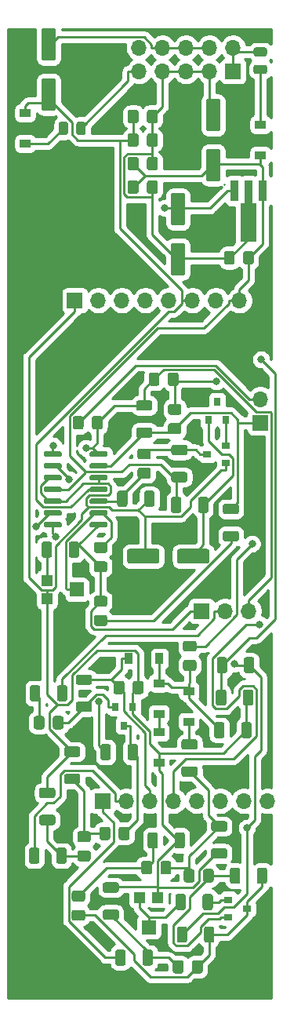
<source format=gbr>
%TF.GenerationSoftware,KiCad,Pcbnew,(5.1.9-0-10_14)*%
%TF.CreationDate,2021-04-20T22:51:25+02:00*%
%TF.ProjectId,tribus,74726962-7573-42e6-9b69-6361645f7063,rev?*%
%TF.SameCoordinates,Original*%
%TF.FileFunction,Copper,L2,Bot*%
%TF.FilePolarity,Positive*%
%FSLAX46Y46*%
G04 Gerber Fmt 4.6, Leading zero omitted, Abs format (unit mm)*
G04 Created by KiCad (PCBNEW (5.1.9-0-10_14)) date 2021-04-20 22:51:25*
%MOMM*%
%LPD*%
G01*
G04 APERTURE LIST*
%TA.AperFunction,ComponentPad*%
%ADD10O,1.700000X1.700000*%
%TD*%
%TA.AperFunction,ComponentPad*%
%ADD11R,1.700000X1.700000*%
%TD*%
%TA.AperFunction,SMDPad,CuDef*%
%ADD12R,1.200000X0.900000*%
%TD*%
%TA.AperFunction,SMDPad,CuDef*%
%ADD13R,0.900000X1.200000*%
%TD*%
%TA.AperFunction,SMDPad,CuDef*%
%ADD14R,0.800000X0.900000*%
%TD*%
%TA.AperFunction,SMDPad,CuDef*%
%ADD15R,0.900000X0.800000*%
%TD*%
%TA.AperFunction,SMDPad,CuDef*%
%ADD16R,1.200000X1.200000*%
%TD*%
%TA.AperFunction,SMDPad,CuDef*%
%ADD17R,1.500000X1.600000*%
%TD*%
%TA.AperFunction,SMDPad,CuDef*%
%ADD18R,1.600000X1.500000*%
%TD*%
%TA.AperFunction,SMDPad,CuDef*%
%ADD19R,0.900000X2.300000*%
%TD*%
%TA.AperFunction,SMDPad,CuDef*%
%ADD20C,0.100000*%
%TD*%
%TA.AperFunction,ViaPad*%
%ADD21C,0.800000*%
%TD*%
%TA.AperFunction,Conductor*%
%ADD22C,0.250000*%
%TD*%
%TA.AperFunction,NonConductor*%
%ADD23C,0.254000*%
%TD*%
%TA.AperFunction,NonConductor*%
%ADD24C,0.100000*%
%TD*%
G04 APERTURE END LIST*
D10*
%TO.P,J7,8*%
%TO.N,BASS_TRIG_BACK*%
X28690000Y-84000000D03*
%TO.P,J7,7*%
%TO.N,BASS_DECAY_BACK*%
X26150000Y-84000000D03*
%TO.P,J7,6*%
%TO.N,BASS_LED_BACK*%
X23610000Y-84000000D03*
%TO.P,J7,5*%
%TO.N,BASS_OUT_BACK*%
X21070000Y-84000000D03*
%TO.P,J7,4*%
%TO.N,SNARE_TRIGGER_BACK*%
X18530000Y-84000000D03*
%TO.P,J7,3*%
%TO.N,SNARE_DECAY_BACK*%
X15990000Y-84000000D03*
%TO.P,J7,2*%
%TO.N,SNARE_NOISE_BACK*%
X13450000Y-84000000D03*
D11*
%TO.P,J7,1*%
%TO.N,SNARE_BODY_BACK*%
X10910000Y-84000000D03*
%TD*%
D10*
%TO.P,J4,8*%
%TO.N,+12V*%
X25690000Y-30000000D03*
%TO.P,J4,7*%
%TO.N,Net-(J4-Pad7)*%
X23150000Y-30000000D03*
%TO.P,J4,6*%
%TO.N,-12V*%
X20610000Y-30000000D03*
%TO.P,J4,5*%
%TO.N,NOISE_CUTOFF_BACK*%
X18070000Y-30000000D03*
%TO.P,J4,4*%
%TO.N,HH_TRIG_BACK*%
X15530000Y-30000000D03*
%TO.P,J4,3*%
%TO.N,HH_DECAY_BACK*%
X12990000Y-30000000D03*
%TO.P,J4,2*%
%TO.N,HH_OUT_BACK*%
X10450000Y-30000000D03*
D11*
%TO.P,J4,1*%
%TO.N,GND*%
X7910000Y-30000000D03*
%TD*%
%TO.P,L2,2*%
%TO.N,Net-(J1-Pad10)*%
%TA.AperFunction,SMDPad,CuDef*%
G36*
G01*
X8070000Y-11905000D02*
X8070000Y-10955000D01*
G75*
G02*
X8320000Y-10705000I250000J0D01*
G01*
X8820000Y-10705000D01*
G75*
G02*
X9070000Y-10955000I0J-250000D01*
G01*
X9070000Y-11905000D01*
G75*
G02*
X8820000Y-12155000I-250000J0D01*
G01*
X8320000Y-12155000D01*
G75*
G02*
X8070000Y-11905000I0J250000D01*
G01*
G37*
%TD.AperFunction*%
%TO.P,L2,1*%
%TO.N,Net-(D2-Pad1)*%
%TA.AperFunction,SMDPad,CuDef*%
G36*
G01*
X6170000Y-11905000D02*
X6170000Y-10955000D01*
G75*
G02*
X6420000Y-10705000I250000J0D01*
G01*
X6920000Y-10705000D01*
G75*
G02*
X7170000Y-10955000I0J-250000D01*
G01*
X7170000Y-11905000D01*
G75*
G02*
X6920000Y-12155000I-250000J0D01*
G01*
X6420000Y-12155000D01*
G75*
G02*
X6170000Y-11905000I0J250000D01*
G01*
G37*
%TD.AperFunction*%
%TD*%
%TO.P,L1,1*%
%TO.N,Net-(D1-Pad2)*%
%TA.AperFunction,SMDPad,CuDef*%
G36*
G01*
X28415000Y-5580000D02*
X27465000Y-5580000D01*
G75*
G02*
X27215000Y-5330000I0J250000D01*
G01*
X27215000Y-4830000D01*
G75*
G02*
X27465000Y-4580000I250000J0D01*
G01*
X28415000Y-4580000D01*
G75*
G02*
X28665000Y-4830000I0J-250000D01*
G01*
X28665000Y-5330000D01*
G75*
G02*
X28415000Y-5580000I-250000J0D01*
G01*
G37*
%TD.AperFunction*%
%TO.P,L1,2*%
%TO.N,Net-(J1-Pad1)*%
%TA.AperFunction,SMDPad,CuDef*%
G36*
G01*
X28415000Y-3680000D02*
X27465000Y-3680000D01*
G75*
G02*
X27215000Y-3430000I0J250000D01*
G01*
X27215000Y-2930000D01*
G75*
G02*
X27465000Y-2680000I250000J0D01*
G01*
X28415000Y-2680000D01*
G75*
G02*
X28665000Y-2930000I0J-250000D01*
G01*
X28665000Y-3430000D01*
G75*
G02*
X28415000Y-3680000I-250000J0D01*
G01*
G37*
%TD.AperFunction*%
%TD*%
%TO.P,C1,2*%
%TO.N,GND*%
%TA.AperFunction,SMDPad,CuDef*%
G36*
G01*
X25182500Y-24925000D02*
X25182500Y-25875000D01*
G75*
G02*
X24932500Y-26125000I-250000J0D01*
G01*
X24257500Y-26125000D01*
G75*
G02*
X24007500Y-25875000I0J250000D01*
G01*
X24007500Y-24925000D01*
G75*
G02*
X24257500Y-24675000I250000J0D01*
G01*
X24932500Y-24675000D01*
G75*
G02*
X25182500Y-24925000I0J-250000D01*
G01*
G37*
%TD.AperFunction*%
%TO.P,C1,1*%
%TO.N,+12V*%
%TA.AperFunction,SMDPad,CuDef*%
G36*
G01*
X27257500Y-24925000D02*
X27257500Y-25875000D01*
G75*
G02*
X27007500Y-26125000I-250000J0D01*
G01*
X26332500Y-26125000D01*
G75*
G02*
X26082500Y-25875000I0J250000D01*
G01*
X26082500Y-24925000D01*
G75*
G02*
X26332500Y-24675000I250000J0D01*
G01*
X27007500Y-24675000D01*
G75*
G02*
X27257500Y-24925000I0J-250000D01*
G01*
G37*
%TD.AperFunction*%
%TD*%
%TO.P,C5,1*%
%TO.N,+12V*%
%TA.AperFunction,SMDPad,CuDef*%
G36*
G01*
X13615000Y-18255000D02*
X13615000Y-17305000D01*
G75*
G02*
X13865000Y-17055000I250000J0D01*
G01*
X14540000Y-17055000D01*
G75*
G02*
X14790000Y-17305000I0J-250000D01*
G01*
X14790000Y-18255000D01*
G75*
G02*
X14540000Y-18505000I-250000J0D01*
G01*
X13865000Y-18505000D01*
G75*
G02*
X13615000Y-18255000I0J250000D01*
G01*
G37*
%TD.AperFunction*%
%TO.P,C5,2*%
%TO.N,GND*%
%TA.AperFunction,SMDPad,CuDef*%
G36*
G01*
X15690000Y-18255000D02*
X15690000Y-17305000D01*
G75*
G02*
X15940000Y-17055000I250000J0D01*
G01*
X16615000Y-17055000D01*
G75*
G02*
X16865000Y-17305000I0J-250000D01*
G01*
X16865000Y-18255000D01*
G75*
G02*
X16615000Y-18505000I-250000J0D01*
G01*
X15940000Y-18505000D01*
G75*
G02*
X15690000Y-18255000I0J250000D01*
G01*
G37*
%TD.AperFunction*%
%TD*%
%TO.P,C6,2*%
%TO.N,-12V*%
%TA.AperFunction,SMDPad,CuDef*%
G36*
G01*
X14790000Y-12225000D02*
X14790000Y-13175000D01*
G75*
G02*
X14540000Y-13425000I-250000J0D01*
G01*
X13865000Y-13425000D01*
G75*
G02*
X13615000Y-13175000I0J250000D01*
G01*
X13615000Y-12225000D01*
G75*
G02*
X13865000Y-11975000I250000J0D01*
G01*
X14540000Y-11975000D01*
G75*
G02*
X14790000Y-12225000I0J-250000D01*
G01*
G37*
%TD.AperFunction*%
%TO.P,C6,1*%
%TO.N,GND*%
%TA.AperFunction,SMDPad,CuDef*%
G36*
G01*
X16865000Y-12225000D02*
X16865000Y-13175000D01*
G75*
G02*
X16615000Y-13425000I-250000J0D01*
G01*
X15940000Y-13425000D01*
G75*
G02*
X15690000Y-13175000I0J250000D01*
G01*
X15690000Y-12225000D01*
G75*
G02*
X15940000Y-11975000I250000J0D01*
G01*
X16615000Y-11975000D01*
G75*
G02*
X16865000Y-12225000I0J-250000D01*
G01*
G37*
%TD.AperFunction*%
%TD*%
%TO.P,C7,2*%
%TO.N,GND*%
%TA.AperFunction,SMDPad,CuDef*%
G36*
G01*
X15690000Y-15715000D02*
X15690000Y-14765000D01*
G75*
G02*
X15940000Y-14515000I250000J0D01*
G01*
X16615000Y-14515000D01*
G75*
G02*
X16865000Y-14765000I0J-250000D01*
G01*
X16865000Y-15715000D01*
G75*
G02*
X16615000Y-15965000I-250000J0D01*
G01*
X15940000Y-15965000D01*
G75*
G02*
X15690000Y-15715000I0J250000D01*
G01*
G37*
%TD.AperFunction*%
%TO.P,C7,1*%
%TO.N,+12V*%
%TA.AperFunction,SMDPad,CuDef*%
G36*
G01*
X13615000Y-15715000D02*
X13615000Y-14765000D01*
G75*
G02*
X13865000Y-14515000I250000J0D01*
G01*
X14540000Y-14515000D01*
G75*
G02*
X14790000Y-14765000I0J-250000D01*
G01*
X14790000Y-15715000D01*
G75*
G02*
X14540000Y-15965000I-250000J0D01*
G01*
X13865000Y-15965000D01*
G75*
G02*
X13615000Y-15715000I0J250000D01*
G01*
G37*
%TD.AperFunction*%
%TD*%
%TO.P,C8,2*%
%TO.N,-12V*%
%TA.AperFunction,SMDPad,CuDef*%
G36*
G01*
X14790000Y-9685000D02*
X14790000Y-10635000D01*
G75*
G02*
X14540000Y-10885000I-250000J0D01*
G01*
X13865000Y-10885000D01*
G75*
G02*
X13615000Y-10635000I0J250000D01*
G01*
X13615000Y-9685000D01*
G75*
G02*
X13865000Y-9435000I250000J0D01*
G01*
X14540000Y-9435000D01*
G75*
G02*
X14790000Y-9685000I0J-250000D01*
G01*
G37*
%TD.AperFunction*%
%TO.P,C8,1*%
%TO.N,GND*%
%TA.AperFunction,SMDPad,CuDef*%
G36*
G01*
X16865000Y-9685000D02*
X16865000Y-10635000D01*
G75*
G02*
X16615000Y-10885000I-250000J0D01*
G01*
X15940000Y-10885000D01*
G75*
G02*
X15690000Y-10635000I0J250000D01*
G01*
X15690000Y-9685000D01*
G75*
G02*
X15940000Y-9435000I250000J0D01*
G01*
X16615000Y-9435000D01*
G75*
G02*
X16865000Y-9685000I0J-250000D01*
G01*
G37*
%TD.AperFunction*%
%TD*%
%TO.P,C10,1*%
%TO.N,Net-(C10-Pad1)*%
%TA.AperFunction,SMDPad,CuDef*%
G36*
G01*
X15875000Y-49225000D02*
X14925000Y-49225000D01*
G75*
G02*
X14675000Y-48975000I0J250000D01*
G01*
X14675000Y-48300000D01*
G75*
G02*
X14925000Y-48050000I250000J0D01*
G01*
X15875000Y-48050000D01*
G75*
G02*
X16125000Y-48300000I0J-250000D01*
G01*
X16125000Y-48975000D01*
G75*
G02*
X15875000Y-49225000I-250000J0D01*
G01*
G37*
%TD.AperFunction*%
%TO.P,C10,2*%
%TO.N,Net-(C10-Pad2)*%
%TA.AperFunction,SMDPad,CuDef*%
G36*
G01*
X15875000Y-47150000D02*
X14925000Y-47150000D01*
G75*
G02*
X14675000Y-46900000I0J250000D01*
G01*
X14675000Y-46225000D01*
G75*
G02*
X14925000Y-45975000I250000J0D01*
G01*
X15875000Y-45975000D01*
G75*
G02*
X16125000Y-46225000I0J-250000D01*
G01*
X16125000Y-46900000D01*
G75*
G02*
X15875000Y-47150000I-250000J0D01*
G01*
G37*
%TD.AperFunction*%
%TD*%
%TO.P,C11,2*%
%TO.N,Net-(C11-Pad2)*%
%TA.AperFunction,SMDPad,CuDef*%
G36*
G01*
X11175000Y-57250000D02*
X10225000Y-57250000D01*
G75*
G02*
X9975000Y-57000000I0J250000D01*
G01*
X9975000Y-56325000D01*
G75*
G02*
X10225000Y-56075000I250000J0D01*
G01*
X11175000Y-56075000D01*
G75*
G02*
X11425000Y-56325000I0J-250000D01*
G01*
X11425000Y-57000000D01*
G75*
G02*
X11175000Y-57250000I-250000J0D01*
G01*
G37*
%TD.AperFunction*%
%TO.P,C11,1*%
%TO.N,NOISE*%
%TA.AperFunction,SMDPad,CuDef*%
G36*
G01*
X11175000Y-59325000D02*
X10225000Y-59325000D01*
G75*
G02*
X9975000Y-59075000I0J250000D01*
G01*
X9975000Y-58400000D01*
G75*
G02*
X10225000Y-58150000I250000J0D01*
G01*
X11175000Y-58150000D01*
G75*
G02*
X11425000Y-58400000I0J-250000D01*
G01*
X11425000Y-59075000D01*
G75*
G02*
X11175000Y-59325000I-250000J0D01*
G01*
G37*
%TD.AperFunction*%
%TD*%
%TO.P,C12,1*%
%TO.N,Net-(C12-Pad1)*%
%TA.AperFunction,SMDPad,CuDef*%
G36*
G01*
X11175000Y-65125000D02*
X10225000Y-65125000D01*
G75*
G02*
X9975000Y-64875000I0J250000D01*
G01*
X9975000Y-64200000D01*
G75*
G02*
X10225000Y-63950000I250000J0D01*
G01*
X11175000Y-63950000D01*
G75*
G02*
X11425000Y-64200000I0J-250000D01*
G01*
X11425000Y-64875000D01*
G75*
G02*
X11175000Y-65125000I-250000J0D01*
G01*
G37*
%TD.AperFunction*%
%TO.P,C12,2*%
%TO.N,NOISE*%
%TA.AperFunction,SMDPad,CuDef*%
G36*
G01*
X11175000Y-63050000D02*
X10225000Y-63050000D01*
G75*
G02*
X9975000Y-62800000I0J250000D01*
G01*
X9975000Y-62125000D01*
G75*
G02*
X10225000Y-61875000I250000J0D01*
G01*
X11175000Y-61875000D01*
G75*
G02*
X11425000Y-62125000I0J-250000D01*
G01*
X11425000Y-62800000D01*
G75*
G02*
X11175000Y-63050000I-250000J0D01*
G01*
G37*
%TD.AperFunction*%
%TD*%
%TO.P,C14,2*%
%TO.N,Net-(C14-Pad2)*%
%TA.AperFunction,SMDPad,CuDef*%
G36*
G01*
X18225000Y-43250000D02*
X19175000Y-43250000D01*
G75*
G02*
X19425000Y-43500000I0J-250000D01*
G01*
X19425000Y-44175000D01*
G75*
G02*
X19175000Y-44425000I-250000J0D01*
G01*
X18225000Y-44425000D01*
G75*
G02*
X17975000Y-44175000I0J250000D01*
G01*
X17975000Y-43500000D01*
G75*
G02*
X18225000Y-43250000I250000J0D01*
G01*
G37*
%TD.AperFunction*%
%TO.P,C14,1*%
%TO.N,NOISE_CUTOFF_BACK*%
%TA.AperFunction,SMDPad,CuDef*%
G36*
G01*
X18225000Y-41175000D02*
X19175000Y-41175000D01*
G75*
G02*
X19425000Y-41425000I0J-250000D01*
G01*
X19425000Y-42100000D01*
G75*
G02*
X19175000Y-42350000I-250000J0D01*
G01*
X18225000Y-42350000D01*
G75*
G02*
X17975000Y-42100000I0J250000D01*
G01*
X17975000Y-41425000D01*
G75*
G02*
X18225000Y-41175000I250000J0D01*
G01*
G37*
%TD.AperFunction*%
%TD*%
%TO.P,C15,2*%
%TO.N,Net-(C15-Pad2)*%
%TA.AperFunction,SMDPad,CuDef*%
G36*
G01*
X8850000Y-42725000D02*
X8850000Y-43675000D01*
G75*
G02*
X8600000Y-43925000I-250000J0D01*
G01*
X7925000Y-43925000D01*
G75*
G02*
X7675000Y-43675000I0J250000D01*
G01*
X7675000Y-42725000D01*
G75*
G02*
X7925000Y-42475000I250000J0D01*
G01*
X8600000Y-42475000D01*
G75*
G02*
X8850000Y-42725000I0J-250000D01*
G01*
G37*
%TD.AperFunction*%
%TO.P,C15,1*%
%TO.N,FILTERED_NOISE*%
%TA.AperFunction,SMDPad,CuDef*%
G36*
G01*
X10925000Y-42725000D02*
X10925000Y-43675000D01*
G75*
G02*
X10675000Y-43925000I-250000J0D01*
G01*
X10000000Y-43925000D01*
G75*
G02*
X9750000Y-43675000I0J250000D01*
G01*
X9750000Y-42725000D01*
G75*
G02*
X10000000Y-42475000I250000J0D01*
G01*
X10675000Y-42475000D01*
G75*
G02*
X10925000Y-42725000I0J-250000D01*
G01*
G37*
%TD.AperFunction*%
%TD*%
%TO.P,C16,1*%
%TO.N,FILTERED_NOISE*%
%TA.AperFunction,SMDPad,CuDef*%
G36*
G01*
X15875000Y-38975000D02*
X15875000Y-38025000D01*
G75*
G02*
X16125000Y-37775000I250000J0D01*
G01*
X16800000Y-37775000D01*
G75*
G02*
X17050000Y-38025000I0J-250000D01*
G01*
X17050000Y-38975000D01*
G75*
G02*
X16800000Y-39225000I-250000J0D01*
G01*
X16125000Y-39225000D01*
G75*
G02*
X15875000Y-38975000I0J250000D01*
G01*
G37*
%TD.AperFunction*%
%TO.P,C16,2*%
%TO.N,NOISE_CUTOFF_BACK*%
%TA.AperFunction,SMDPad,CuDef*%
G36*
G01*
X17950000Y-38975000D02*
X17950000Y-38025000D01*
G75*
G02*
X18200000Y-37775000I250000J0D01*
G01*
X18875000Y-37775000D01*
G75*
G02*
X19125000Y-38025000I0J-250000D01*
G01*
X19125000Y-38975000D01*
G75*
G02*
X18875000Y-39225000I-250000J0D01*
G01*
X18200000Y-39225000D01*
G75*
G02*
X17950000Y-38975000I0J250000D01*
G01*
G37*
%TD.AperFunction*%
%TD*%
%TO.P,C24,1*%
%TO.N,Net-(C24-Pad1)*%
%TA.AperFunction,SMDPad,CuDef*%
G36*
G01*
X20795000Y-69972500D02*
X19845000Y-69972500D01*
G75*
G02*
X19595000Y-69722500I0J250000D01*
G01*
X19595000Y-69047500D01*
G75*
G02*
X19845000Y-68797500I250000J0D01*
G01*
X20795000Y-68797500D01*
G75*
G02*
X21045000Y-69047500I0J-250000D01*
G01*
X21045000Y-69722500D01*
G75*
G02*
X20795000Y-69972500I-250000J0D01*
G01*
G37*
%TD.AperFunction*%
%TO.P,C24,2*%
%TO.N,Net-(C24-Pad2)*%
%TA.AperFunction,SMDPad,CuDef*%
G36*
G01*
X20795000Y-67897500D02*
X19845000Y-67897500D01*
G75*
G02*
X19595000Y-67647500I0J250000D01*
G01*
X19595000Y-66972500D01*
G75*
G02*
X19845000Y-66722500I250000J0D01*
G01*
X20795000Y-66722500D01*
G75*
G02*
X21045000Y-66972500I0J-250000D01*
G01*
X21045000Y-67647500D01*
G75*
G02*
X20795000Y-67897500I-250000J0D01*
G01*
G37*
%TD.AperFunction*%
%TD*%
%TO.P,C27,1*%
%TO.N,GND*%
%TA.AperFunction,SMDPad,CuDef*%
G36*
G01*
X15325000Y-71285000D02*
X15325000Y-72235000D01*
G75*
G02*
X15075000Y-72485000I-250000J0D01*
G01*
X14400000Y-72485000D01*
G75*
G02*
X14150000Y-72235000I0J250000D01*
G01*
X14150000Y-71285000D01*
G75*
G02*
X14400000Y-71035000I250000J0D01*
G01*
X15075000Y-71035000D01*
G75*
G02*
X15325000Y-71285000I0J-250000D01*
G01*
G37*
%TD.AperFunction*%
%TO.P,C27,2*%
%TO.N,SNARE_DECAY_BACK*%
%TA.AperFunction,SMDPad,CuDef*%
G36*
G01*
X13250000Y-71285000D02*
X13250000Y-72235000D01*
G75*
G02*
X13000000Y-72485000I-250000J0D01*
G01*
X12325000Y-72485000D01*
G75*
G02*
X12075000Y-72235000I0J250000D01*
G01*
X12075000Y-71285000D01*
G75*
G02*
X12325000Y-71035000I250000J0D01*
G01*
X13000000Y-71035000D01*
G75*
G02*
X13250000Y-71285000I0J-250000D01*
G01*
G37*
%TD.AperFunction*%
%TD*%
%TO.P,C29,2*%
%TO.N,Net-(C29-Pad2)*%
%TA.AperFunction,SMDPad,CuDef*%
G36*
G01*
X8775000Y-94860000D02*
X7825000Y-94860000D01*
G75*
G02*
X7575000Y-94610000I0J250000D01*
G01*
X7575000Y-93935000D01*
G75*
G02*
X7825000Y-93685000I250000J0D01*
G01*
X8775000Y-93685000D01*
G75*
G02*
X9025000Y-93935000I0J-250000D01*
G01*
X9025000Y-94610000D01*
G75*
G02*
X8775000Y-94860000I-250000J0D01*
G01*
G37*
%TD.AperFunction*%
%TO.P,C29,1*%
%TO.N,Net-(C29-Pad1)*%
%TA.AperFunction,SMDPad,CuDef*%
G36*
G01*
X8775000Y-96935000D02*
X7825000Y-96935000D01*
G75*
G02*
X7575000Y-96685000I0J250000D01*
G01*
X7575000Y-96010000D01*
G75*
G02*
X7825000Y-95760000I250000J0D01*
G01*
X8775000Y-95760000D01*
G75*
G02*
X9025000Y-96010000I0J-250000D01*
G01*
X9025000Y-96685000D01*
G75*
G02*
X8775000Y-96935000I-250000J0D01*
G01*
G37*
%TD.AperFunction*%
%TD*%
%TO.P,C30,2*%
%TO.N,Net-(C29-Pad2)*%
%TA.AperFunction,SMDPad,CuDef*%
G36*
G01*
X16250000Y-90735000D02*
X16250000Y-91685000D01*
G75*
G02*
X16000000Y-91935000I-250000J0D01*
G01*
X15325000Y-91935000D01*
G75*
G02*
X15075000Y-91685000I0J250000D01*
G01*
X15075000Y-90735000D01*
G75*
G02*
X15325000Y-90485000I250000J0D01*
G01*
X16000000Y-90485000D01*
G75*
G02*
X16250000Y-90735000I0J-250000D01*
G01*
G37*
%TD.AperFunction*%
%TO.P,C30,1*%
%TO.N,Net-(C30-Pad1)*%
%TA.AperFunction,SMDPad,CuDef*%
G36*
G01*
X18325000Y-90735000D02*
X18325000Y-91685000D01*
G75*
G02*
X18075000Y-91935000I-250000J0D01*
G01*
X17400000Y-91935000D01*
G75*
G02*
X17150000Y-91685000I0J250000D01*
G01*
X17150000Y-90735000D01*
G75*
G02*
X17400000Y-90485000I250000J0D01*
G01*
X18075000Y-90485000D01*
G75*
G02*
X18325000Y-90735000I0J-250000D01*
G01*
G37*
%TD.AperFunction*%
%TD*%
%TO.P,C31,2*%
%TO.N,Net-(C31-Pad2)*%
%TA.AperFunction,SMDPad,CuDef*%
G36*
G01*
X4630000Y-75090000D02*
X4630000Y-76040000D01*
G75*
G02*
X4380000Y-76290000I-250000J0D01*
G01*
X3705000Y-76290000D01*
G75*
G02*
X3455000Y-76040000I0J250000D01*
G01*
X3455000Y-75090000D01*
G75*
G02*
X3705000Y-74840000I250000J0D01*
G01*
X4380000Y-74840000D01*
G75*
G02*
X4630000Y-75090000I0J-250000D01*
G01*
G37*
%TD.AperFunction*%
%TO.P,C31,1*%
%TO.N,Net-(C31-Pad1)*%
%TA.AperFunction,SMDPad,CuDef*%
G36*
G01*
X6705000Y-75090000D02*
X6705000Y-76040000D01*
G75*
G02*
X6455000Y-76290000I-250000J0D01*
G01*
X5780000Y-76290000D01*
G75*
G02*
X5530000Y-76040000I0J250000D01*
G01*
X5530000Y-75090000D01*
G75*
G02*
X5780000Y-74840000I250000J0D01*
G01*
X6455000Y-74840000D01*
G75*
G02*
X6705000Y-75090000I0J-250000D01*
G01*
G37*
%TD.AperFunction*%
%TD*%
%TO.P,C32,1*%
%TO.N,Net-(C32-Pad1)*%
%TA.AperFunction,SMDPad,CuDef*%
G36*
G01*
X22925000Y-91600000D02*
X22925000Y-92550000D01*
G75*
G02*
X22675000Y-92800000I-250000J0D01*
G01*
X22000000Y-92800000D01*
G75*
G02*
X21750000Y-92550000I0J250000D01*
G01*
X21750000Y-91600000D01*
G75*
G02*
X22000000Y-91350000I250000J0D01*
G01*
X22675000Y-91350000D01*
G75*
G02*
X22925000Y-91600000I0J-250000D01*
G01*
G37*
%TD.AperFunction*%
%TO.P,C32,2*%
%TO.N,Net-(C30-Pad1)*%
%TA.AperFunction,SMDPad,CuDef*%
G36*
G01*
X20850000Y-91600000D02*
X20850000Y-92550000D01*
G75*
G02*
X20600000Y-92800000I-250000J0D01*
G01*
X19925000Y-92800000D01*
G75*
G02*
X19675000Y-92550000I0J250000D01*
G01*
X19675000Y-91600000D01*
G75*
G02*
X19925000Y-91350000I250000J0D01*
G01*
X20600000Y-91350000D01*
G75*
G02*
X20850000Y-91600000I0J-250000D01*
G01*
G37*
%TD.AperFunction*%
%TD*%
%TO.P,C34,1*%
%TO.N,Net-(C34-Pad1)*%
%TA.AperFunction,SMDPad,CuDef*%
G36*
G01*
X10575000Y-87985000D02*
X10575000Y-87035000D01*
G75*
G02*
X10825000Y-86785000I250000J0D01*
G01*
X11500000Y-86785000D01*
G75*
G02*
X11750000Y-87035000I0J-250000D01*
G01*
X11750000Y-87985000D01*
G75*
G02*
X11500000Y-88235000I-250000J0D01*
G01*
X10825000Y-88235000D01*
G75*
G02*
X10575000Y-87985000I0J250000D01*
G01*
G37*
%TD.AperFunction*%
%TO.P,C34,2*%
%TO.N,Net-(C34-Pad2)*%
%TA.AperFunction,SMDPad,CuDef*%
G36*
G01*
X12650000Y-87985000D02*
X12650000Y-87035000D01*
G75*
G02*
X12900000Y-86785000I250000J0D01*
G01*
X13575000Y-86785000D01*
G75*
G02*
X13825000Y-87035000I0J-250000D01*
G01*
X13825000Y-87985000D01*
G75*
G02*
X13575000Y-88235000I-250000J0D01*
G01*
X12900000Y-88235000D01*
G75*
G02*
X12650000Y-87985000I0J250000D01*
G01*
G37*
%TD.AperFunction*%
%TD*%
%TO.P,C35,1*%
%TO.N,Net-(C35-Pad1)*%
%TA.AperFunction,SMDPad,CuDef*%
G36*
G01*
X18475000Y-102385000D02*
X18475000Y-101435000D01*
G75*
G02*
X18725000Y-101185000I250000J0D01*
G01*
X19400000Y-101185000D01*
G75*
G02*
X19650000Y-101435000I0J-250000D01*
G01*
X19650000Y-102385000D01*
G75*
G02*
X19400000Y-102635000I-250000J0D01*
G01*
X18725000Y-102635000D01*
G75*
G02*
X18475000Y-102385000I0J250000D01*
G01*
G37*
%TD.AperFunction*%
%TO.P,C35,2*%
%TO.N,Net-(C29-Pad1)*%
%TA.AperFunction,SMDPad,CuDef*%
G36*
G01*
X20550000Y-102385000D02*
X20550000Y-101435000D01*
G75*
G02*
X20800000Y-101185000I250000J0D01*
G01*
X21475000Y-101185000D01*
G75*
G02*
X21725000Y-101435000I0J-250000D01*
G01*
X21725000Y-102385000D01*
G75*
G02*
X21475000Y-102635000I-250000J0D01*
G01*
X20800000Y-102635000D01*
G75*
G02*
X20550000Y-102385000I0J250000D01*
G01*
G37*
%TD.AperFunction*%
%TD*%
%TO.P,C36,1*%
%TO.N,Net-(C36-Pad1)*%
%TA.AperFunction,SMDPad,CuDef*%
G36*
G01*
X9375000Y-90535000D02*
X8425000Y-90535000D01*
G75*
G02*
X8175000Y-90285000I0J250000D01*
G01*
X8175000Y-89610000D01*
G75*
G02*
X8425000Y-89360000I250000J0D01*
G01*
X9375000Y-89360000D01*
G75*
G02*
X9625000Y-89610000I0J-250000D01*
G01*
X9625000Y-90285000D01*
G75*
G02*
X9375000Y-90535000I-250000J0D01*
G01*
G37*
%TD.AperFunction*%
%TO.P,C36,2*%
%TO.N,Net-(C34-Pad1)*%
%TA.AperFunction,SMDPad,CuDef*%
G36*
G01*
X9375000Y-88460000D02*
X8425000Y-88460000D01*
G75*
G02*
X8175000Y-88210000I0J250000D01*
G01*
X8175000Y-87535000D01*
G75*
G02*
X8425000Y-87285000I250000J0D01*
G01*
X9375000Y-87285000D01*
G75*
G02*
X9625000Y-87535000I0J-250000D01*
G01*
X9625000Y-88210000D01*
G75*
G02*
X9375000Y-88460000I-250000J0D01*
G01*
G37*
%TD.AperFunction*%
%TD*%
D12*
%TO.P,D10,1*%
%TO.N,Net-(D10-Pad1)*%
X17000000Y-74610000D03*
%TO.P,D10,2*%
%TO.N,Net-(C24-Pad1)*%
X17000000Y-71310000D03*
%TD*%
%TO.P,D11,2*%
%TO.N,Net-(D10-Pad1)*%
X17000000Y-76610000D03*
%TO.P,D11,1*%
%TO.N,GND*%
X17000000Y-79910000D03*
%TD*%
%TO.P,D12,2*%
%TO.N,Net-(C24-Pad1)*%
X20200000Y-72140000D03*
%TO.P,D12,1*%
%TO.N,Net-(D12-Pad1)*%
X20200000Y-75440000D03*
%TD*%
D13*
%TO.P,D13,1*%
%TO.N,SNARE_DECAY_BACK*%
X13750000Y-68660000D03*
%TO.P,D13,2*%
%TO.N,Net-(C24-Pad1)*%
X17050000Y-68660000D03*
%TD*%
D11*
%TO.P,J1,1*%
%TO.N,Net-(J1-Pad1)*%
X25000000Y-5280000D03*
D10*
%TO.P,J1,2*%
X25000000Y-2740000D03*
%TO.P,J1,3*%
%TO.N,GND*%
X22460000Y-5280000D03*
%TO.P,J1,4*%
X22460000Y-2740000D03*
%TO.P,J1,5*%
X19920000Y-5280000D03*
%TO.P,J1,6*%
X19920000Y-2740000D03*
%TO.P,J1,7*%
X17380000Y-5280000D03*
%TO.P,J1,8*%
X17380000Y-2740000D03*
%TO.P,J1,9*%
%TO.N,Net-(J1-Pad10)*%
X14840000Y-5280000D03*
%TO.P,J1,10*%
X14840000Y-2740000D03*
%TD*%
D11*
%TO.P,FILTER_Q,1*%
%TO.N,Net-(C14-Pad2)*%
X27940000Y-43180000D03*
D10*
%TO.P,FILTER_Q,2*%
%TO.N,Net-(C15-Pad2)*%
X27940000Y-40640000D03*
%TD*%
D11*
%TO.P,NOISE_TYPE,1*%
%TO.N,NOISE*%
X21590000Y-63500000D03*
D10*
%TO.P,NOISE_TYPE,2*%
%TO.N,Net-(JP2-Pad2)*%
X24130000Y-63500000D03*
%TO.P,NOISE_TYPE,3*%
%TO.N,FILTERED_NOISE*%
X26670000Y-63500000D03*
%TD*%
D14*
%TO.P,Q1,1*%
%TO.N,Net-(Q1-Pad1)*%
X24250000Y-42910000D03*
%TO.P,Q1,2*%
%TO.N,Net-(C2-Pad1)*%
X22350000Y-42910000D03*
%TO.P,Q1,3*%
%TO.N,Net-(Q1-Pad3)*%
X23300000Y-40910000D03*
%TD*%
D15*
%TO.P,Q2,3*%
%TO.N,Net-(C10-Pad2)*%
X22200000Y-46600000D03*
%TO.P,Q2,2*%
%TO.N,GND*%
X24200000Y-47550000D03*
%TO.P,Q2,1*%
%TO.N,Net-(Q1-Pad1)*%
X24200000Y-45650000D03*
%TD*%
D14*
%TO.P,Q5,1*%
%TO.N,Net-(C31-Pad1)*%
X12250000Y-73860000D03*
%TO.P,Q5,2*%
%TO.N,GND*%
X14150000Y-73860000D03*
%TO.P,Q5,3*%
%TO.N,Net-(C34-Pad2)*%
X13200000Y-75860000D03*
%TD*%
D15*
%TO.P,Q6,3*%
%TO.N,Net-(C29-Pad1)*%
X26500000Y-95610000D03*
%TO.P,Q6,2*%
%TO.N,Net-(Q6-Pad2)*%
X24500000Y-94660000D03*
%TO.P,Q6,1*%
%TO.N,Net-(C32-Pad1)*%
X24500000Y-96560000D03*
%TD*%
D16*
%TO.P,RV1,1*%
%TO.N,GND*%
X4900000Y-62200000D03*
%TO.P,RV1,3*%
%TO.N,Net-(R5-Pad2)*%
X4900000Y-60200000D03*
D17*
%TO.P,RV1,2*%
%TO.N,Net-(C11-Pad2)*%
X8150000Y-61200000D03*
%TD*%
D18*
%TO.P,RV4,2*%
%TO.N,Net-(R47-Pad1)*%
X15875000Y-97660000D03*
D16*
%TO.P,RV4,3*%
%TO.N,GND*%
X16875000Y-94410000D03*
%TO.P,RV4,1*%
%TO.N,Net-(R47-Pad1)*%
X14875000Y-94410000D03*
%TD*%
D19*
%TO.P,U1,1*%
%TO.N,+5V*%
X25170000Y-18170000D03*
%TO.P,U1,3*%
%TO.N,+12V*%
X28170000Y-18170000D03*
%TA.AperFunction,SMDPad,CuDef*%
D20*
%TO.P,U1,2*%
%TO.N,GND*%
G36*
X25803500Y-23620000D02*
G01*
X25803500Y-19495000D01*
X26220000Y-19495000D01*
X26220000Y-17020000D01*
X27120000Y-17020000D01*
X27120000Y-19495000D01*
X27536500Y-19495000D01*
X27536500Y-23620000D01*
X25803500Y-23620000D01*
G37*
%TD.AperFunction*%
%TD*%
%TO.P,U2,14*%
%TO.N,NOISE*%
%TA.AperFunction,SMDPad,CuDef*%
G36*
G01*
X9500000Y-54360000D02*
X9500000Y-54060000D01*
G75*
G02*
X9650000Y-53910000I150000J0D01*
G01*
X11300000Y-53910000D01*
G75*
G02*
X11450000Y-54060000I0J-150000D01*
G01*
X11450000Y-54360000D01*
G75*
G02*
X11300000Y-54510000I-150000J0D01*
G01*
X9650000Y-54510000D01*
G75*
G02*
X9500000Y-54360000I0J150000D01*
G01*
G37*
%TD.AperFunction*%
%TO.P,U2,13*%
%TO.N,Net-(C11-Pad2)*%
%TA.AperFunction,SMDPad,CuDef*%
G36*
G01*
X9500000Y-53090000D02*
X9500000Y-52790000D01*
G75*
G02*
X9650000Y-52640000I150000J0D01*
G01*
X11300000Y-52640000D01*
G75*
G02*
X11450000Y-52790000I0J-150000D01*
G01*
X11450000Y-53090000D01*
G75*
G02*
X11300000Y-53240000I-150000J0D01*
G01*
X9650000Y-53240000D01*
G75*
G02*
X9500000Y-53090000I0J150000D01*
G01*
G37*
%TD.AperFunction*%
%TO.P,U2,12*%
%TO.N,Net-(C10-Pad1)*%
%TA.AperFunction,SMDPad,CuDef*%
G36*
G01*
X9500000Y-51820000D02*
X9500000Y-51520000D01*
G75*
G02*
X9650000Y-51370000I150000J0D01*
G01*
X11300000Y-51370000D01*
G75*
G02*
X11450000Y-51520000I0J-150000D01*
G01*
X11450000Y-51820000D01*
G75*
G02*
X11300000Y-51970000I-150000J0D01*
G01*
X9650000Y-51970000D01*
G75*
G02*
X9500000Y-51820000I0J150000D01*
G01*
G37*
%TD.AperFunction*%
%TO.P,U2,11*%
%TO.N,-12V*%
%TA.AperFunction,SMDPad,CuDef*%
G36*
G01*
X9500000Y-50550000D02*
X9500000Y-50250000D01*
G75*
G02*
X9650000Y-50100000I150000J0D01*
G01*
X11300000Y-50100000D01*
G75*
G02*
X11450000Y-50250000I0J-150000D01*
G01*
X11450000Y-50550000D01*
G75*
G02*
X11300000Y-50700000I-150000J0D01*
G01*
X9650000Y-50700000D01*
G75*
G02*
X9500000Y-50550000I0J150000D01*
G01*
G37*
%TD.AperFunction*%
%TO.P,U2,10*%
%TO.N,GND*%
%TA.AperFunction,SMDPad,CuDef*%
G36*
G01*
X9500000Y-49280000D02*
X9500000Y-48980000D01*
G75*
G02*
X9650000Y-48830000I150000J0D01*
G01*
X11300000Y-48830000D01*
G75*
G02*
X11450000Y-48980000I0J-150000D01*
G01*
X11450000Y-49280000D01*
G75*
G02*
X11300000Y-49430000I-150000J0D01*
G01*
X9650000Y-49430000D01*
G75*
G02*
X9500000Y-49280000I0J150000D01*
G01*
G37*
%TD.AperFunction*%
%TO.P,U2,9*%
%TO.N,Net-(C14-Pad2)*%
%TA.AperFunction,SMDPad,CuDef*%
G36*
G01*
X9500000Y-48010000D02*
X9500000Y-47710000D01*
G75*
G02*
X9650000Y-47560000I150000J0D01*
G01*
X11300000Y-47560000D01*
G75*
G02*
X11450000Y-47710000I0J-150000D01*
G01*
X11450000Y-48010000D01*
G75*
G02*
X11300000Y-48160000I-150000J0D01*
G01*
X9650000Y-48160000D01*
G75*
G02*
X9500000Y-48010000I0J150000D01*
G01*
G37*
%TD.AperFunction*%
%TO.P,U2,8*%
%TO.N,FILTERED_NOISE*%
%TA.AperFunction,SMDPad,CuDef*%
G36*
G01*
X9500000Y-46740000D02*
X9500000Y-46440000D01*
G75*
G02*
X9650000Y-46290000I150000J0D01*
G01*
X11300000Y-46290000D01*
G75*
G02*
X11450000Y-46440000I0J-150000D01*
G01*
X11450000Y-46740000D01*
G75*
G02*
X11300000Y-46890000I-150000J0D01*
G01*
X9650000Y-46890000D01*
G75*
G02*
X9500000Y-46740000I0J150000D01*
G01*
G37*
%TD.AperFunction*%
%TO.P,U2,7*%
%TO.N,Net-(C22-Pad1)*%
%TA.AperFunction,SMDPad,CuDef*%
G36*
G01*
X4550000Y-46740000D02*
X4550000Y-46440000D01*
G75*
G02*
X4700000Y-46290000I150000J0D01*
G01*
X6350000Y-46290000D01*
G75*
G02*
X6500000Y-46440000I0J-150000D01*
G01*
X6500000Y-46740000D01*
G75*
G02*
X6350000Y-46890000I-150000J0D01*
G01*
X4700000Y-46890000D01*
G75*
G02*
X4550000Y-46740000I0J150000D01*
G01*
G37*
%TD.AperFunction*%
%TO.P,U2,6*%
%TO.N,Net-(C22-Pad2)*%
%TA.AperFunction,SMDPad,CuDef*%
G36*
G01*
X4550000Y-48010000D02*
X4550000Y-47710000D01*
G75*
G02*
X4700000Y-47560000I150000J0D01*
G01*
X6350000Y-47560000D01*
G75*
G02*
X6500000Y-47710000I0J-150000D01*
G01*
X6500000Y-48010000D01*
G75*
G02*
X6350000Y-48160000I-150000J0D01*
G01*
X4700000Y-48160000D01*
G75*
G02*
X4550000Y-48010000I0J150000D01*
G01*
G37*
%TD.AperFunction*%
%TO.P,U2,5*%
%TO.N,GND*%
%TA.AperFunction,SMDPad,CuDef*%
G36*
G01*
X4550000Y-49280000D02*
X4550000Y-48980000D01*
G75*
G02*
X4700000Y-48830000I150000J0D01*
G01*
X6350000Y-48830000D01*
G75*
G02*
X6500000Y-48980000I0J-150000D01*
G01*
X6500000Y-49280000D01*
G75*
G02*
X6350000Y-49430000I-150000J0D01*
G01*
X4700000Y-49430000D01*
G75*
G02*
X4550000Y-49280000I0J150000D01*
G01*
G37*
%TD.AperFunction*%
%TO.P,U2,4*%
%TO.N,+12V*%
%TA.AperFunction,SMDPad,CuDef*%
G36*
G01*
X4550000Y-50550000D02*
X4550000Y-50250000D01*
G75*
G02*
X4700000Y-50100000I150000J0D01*
G01*
X6350000Y-50100000D01*
G75*
G02*
X6500000Y-50250000I0J-150000D01*
G01*
X6500000Y-50550000D01*
G75*
G02*
X6350000Y-50700000I-150000J0D01*
G01*
X4700000Y-50700000D01*
G75*
G02*
X4550000Y-50550000I0J150000D01*
G01*
G37*
%TD.AperFunction*%
%TO.P,U2,3*%
%TO.N,GND*%
%TA.AperFunction,SMDPad,CuDef*%
G36*
G01*
X4550000Y-51820000D02*
X4550000Y-51520000D01*
G75*
G02*
X4700000Y-51370000I150000J0D01*
G01*
X6350000Y-51370000D01*
G75*
G02*
X6500000Y-51520000I0J-150000D01*
G01*
X6500000Y-51820000D01*
G75*
G02*
X6350000Y-51970000I-150000J0D01*
G01*
X4700000Y-51970000D01*
G75*
G02*
X4550000Y-51820000I0J150000D01*
G01*
G37*
%TD.AperFunction*%
%TO.P,U2,2*%
%TO.N,Net-(C37-Pad2)*%
%TA.AperFunction,SMDPad,CuDef*%
G36*
G01*
X4550000Y-53090000D02*
X4550000Y-52790000D01*
G75*
G02*
X4700000Y-52640000I150000J0D01*
G01*
X6350000Y-52640000D01*
G75*
G02*
X6500000Y-52790000I0J-150000D01*
G01*
X6500000Y-53090000D01*
G75*
G02*
X6350000Y-53240000I-150000J0D01*
G01*
X4700000Y-53240000D01*
G75*
G02*
X4550000Y-53090000I0J150000D01*
G01*
G37*
%TD.AperFunction*%
%TO.P,U2,1*%
%TO.N,Net-(C37-Pad1)*%
%TA.AperFunction,SMDPad,CuDef*%
G36*
G01*
X4550000Y-54360000D02*
X4550000Y-54060000D01*
G75*
G02*
X4700000Y-53910000I150000J0D01*
G01*
X6350000Y-53910000D01*
G75*
G02*
X6500000Y-54060000I0J-150000D01*
G01*
X6500000Y-54360000D01*
G75*
G02*
X6350000Y-54510000I-150000J0D01*
G01*
X4700000Y-54510000D01*
G75*
G02*
X4550000Y-54360000I0J150000D01*
G01*
G37*
%TD.AperFunction*%
%TD*%
D12*
%TO.P,D1,2*%
%TO.N,Net-(D1-Pad2)*%
X27940000Y-11050000D03*
%TO.P,D1,1*%
%TO.N,+12V*%
X27940000Y-14350000D03*
%TD*%
%TO.P,D2,1*%
%TO.N,Net-(D2-Pad1)*%
X2540000Y-13080000D03*
%TO.P,D2,2*%
%TO.N,-12V*%
X2540000Y-9780000D03*
%TD*%
%TO.P,R1,2*%
%TO.N,Net-(C2-Pad1)*%
%TA.AperFunction,SMDPad,CuDef*%
G36*
G01*
X21220000Y-52695003D02*
X21220000Y-51444997D01*
G75*
G02*
X21469997Y-51195000I249997J0D01*
G01*
X22095003Y-51195000D01*
G75*
G02*
X22345000Y-51444997I0J-249997D01*
G01*
X22345000Y-52695003D01*
G75*
G02*
X22095003Y-52945000I-249997J0D01*
G01*
X21469997Y-52945000D01*
G75*
G02*
X21220000Y-52695003I0J249997D01*
G01*
G37*
%TD.AperFunction*%
%TO.P,R1,1*%
%TO.N,+12V*%
%TA.AperFunction,SMDPad,CuDef*%
G36*
G01*
X18295000Y-52695003D02*
X18295000Y-51444997D01*
G75*
G02*
X18544997Y-51195000I249997J0D01*
G01*
X19170003Y-51195000D01*
G75*
G02*
X19420000Y-51444997I0J-249997D01*
G01*
X19420000Y-52695003D01*
G75*
G02*
X19170003Y-52945000I-249997J0D01*
G01*
X18544997Y-52945000D01*
G75*
G02*
X18295000Y-52695003I0J249997D01*
G01*
G37*
%TD.AperFunction*%
%TD*%
%TO.P,R2,1*%
%TO.N,+12V*%
%TA.AperFunction,SMDPad,CuDef*%
G36*
G01*
X19825003Y-49625000D02*
X18574997Y-49625000D01*
G75*
G02*
X18325000Y-49375003I0J249997D01*
G01*
X18325000Y-48749997D01*
G75*
G02*
X18574997Y-48500000I249997J0D01*
G01*
X19825003Y-48500000D01*
G75*
G02*
X20075000Y-48749997I0J-249997D01*
G01*
X20075000Y-49375003D01*
G75*
G02*
X19825003Y-49625000I-249997J0D01*
G01*
G37*
%TD.AperFunction*%
%TO.P,R2,2*%
%TO.N,Net-(C10-Pad2)*%
%TA.AperFunction,SMDPad,CuDef*%
G36*
G01*
X19825003Y-46700000D02*
X18574997Y-46700000D01*
G75*
G02*
X18325000Y-46450003I0J249997D01*
G01*
X18325000Y-45824997D01*
G75*
G02*
X18574997Y-45575000I249997J0D01*
G01*
X19825003Y-45575000D01*
G75*
G02*
X20075000Y-45824997I0J-249997D01*
G01*
X20075000Y-46450003D01*
G75*
G02*
X19825003Y-46700000I-249997J0D01*
G01*
G37*
%TD.AperFunction*%
%TD*%
%TO.P,R3,1*%
%TO.N,Net-(C10-Pad1)*%
%TA.AperFunction,SMDPad,CuDef*%
G36*
G01*
X12475000Y-52025003D02*
X12475000Y-50774997D01*
G75*
G02*
X12724997Y-50525000I249997J0D01*
G01*
X13350003Y-50525000D01*
G75*
G02*
X13600000Y-50774997I0J-249997D01*
G01*
X13600000Y-52025003D01*
G75*
G02*
X13350003Y-52275000I-249997J0D01*
G01*
X12724997Y-52275000D01*
G75*
G02*
X12475000Y-52025003I0J249997D01*
G01*
G37*
%TD.AperFunction*%
%TO.P,R3,2*%
%TO.N,GND*%
%TA.AperFunction,SMDPad,CuDef*%
G36*
G01*
X15400000Y-52025003D02*
X15400000Y-50774997D01*
G75*
G02*
X15649997Y-50525000I249997J0D01*
G01*
X16275003Y-50525000D01*
G75*
G02*
X16525000Y-50774997I0J-249997D01*
G01*
X16525000Y-52025003D01*
G75*
G02*
X16275003Y-52275000I-249997J0D01*
G01*
X15649997Y-52275000D01*
G75*
G02*
X15400000Y-52025003I0J249997D01*
G01*
G37*
%TD.AperFunction*%
%TD*%
%TO.P,R5,1*%
%TO.N,NOISE*%
%TA.AperFunction,SMDPad,CuDef*%
G36*
G01*
X8375000Y-56274997D02*
X8375000Y-57525003D01*
G75*
G02*
X8125003Y-57775000I-249997J0D01*
G01*
X7499997Y-57775000D01*
G75*
G02*
X7250000Y-57525003I0J249997D01*
G01*
X7250000Y-56274997D01*
G75*
G02*
X7499997Y-56025000I249997J0D01*
G01*
X8125003Y-56025000D01*
G75*
G02*
X8375000Y-56274997I0J-249997D01*
G01*
G37*
%TD.AperFunction*%
%TO.P,R5,2*%
%TO.N,Net-(R5-Pad2)*%
%TA.AperFunction,SMDPad,CuDef*%
G36*
G01*
X5450000Y-56274997D02*
X5450000Y-57525003D01*
G75*
G02*
X5200003Y-57775000I-249997J0D01*
G01*
X4574997Y-57775000D01*
G75*
G02*
X4325000Y-57525003I0J249997D01*
G01*
X4325000Y-56274997D01*
G75*
G02*
X4574997Y-56025000I249997J0D01*
G01*
X5200003Y-56025000D01*
G75*
G02*
X5450000Y-56274997I0J-249997D01*
G01*
G37*
%TD.AperFunction*%
%TD*%
%TO.P,R9,1*%
%TO.N,Net-(C14-Pad2)*%
%TA.AperFunction,SMDPad,CuDef*%
G36*
G01*
X24139997Y-51950000D02*
X25390003Y-51950000D01*
G75*
G02*
X25640000Y-52199997I0J-249997D01*
G01*
X25640000Y-52825003D01*
G75*
G02*
X25390003Y-53075000I-249997J0D01*
G01*
X24139997Y-53075000D01*
G75*
G02*
X23890000Y-52825003I0J249997D01*
G01*
X23890000Y-52199997D01*
G75*
G02*
X24139997Y-51950000I249997J0D01*
G01*
G37*
%TD.AperFunction*%
%TO.P,R9,2*%
%TO.N,Net-(C12-Pad1)*%
%TA.AperFunction,SMDPad,CuDef*%
G36*
G01*
X24139997Y-54875000D02*
X25390003Y-54875000D01*
G75*
G02*
X25640000Y-55124997I0J-249997D01*
G01*
X25640000Y-55750003D01*
G75*
G02*
X25390003Y-56000000I-249997J0D01*
G01*
X24139997Y-56000000D01*
G75*
G02*
X23890000Y-55750003I0J249997D01*
G01*
X23890000Y-55124997D01*
G75*
G02*
X24139997Y-54875000I249997J0D01*
G01*
G37*
%TD.AperFunction*%
%TD*%
%TO.P,R11,1*%
%TO.N,FILTERED_NOISE*%
%TA.AperFunction,SMDPad,CuDef*%
G36*
G01*
X14774997Y-40775000D02*
X16025003Y-40775000D01*
G75*
G02*
X16275000Y-41024997I0J-249997D01*
G01*
X16275000Y-41650003D01*
G75*
G02*
X16025003Y-41900000I-249997J0D01*
G01*
X14774997Y-41900000D01*
G75*
G02*
X14525000Y-41650003I0J249997D01*
G01*
X14525000Y-41024997D01*
G75*
G02*
X14774997Y-40775000I249997J0D01*
G01*
G37*
%TD.AperFunction*%
%TO.P,R11,2*%
%TO.N,Net-(C14-Pad2)*%
%TA.AperFunction,SMDPad,CuDef*%
G36*
G01*
X14774997Y-43700000D02*
X16025003Y-43700000D01*
G75*
G02*
X16275000Y-43949997I0J-249997D01*
G01*
X16275000Y-44575003D01*
G75*
G02*
X16025003Y-44825000I-249997J0D01*
G01*
X14774997Y-44825000D01*
G75*
G02*
X14525000Y-44575003I0J249997D01*
G01*
X14525000Y-43949997D01*
G75*
G02*
X14774997Y-43700000I249997J0D01*
G01*
G37*
%TD.AperFunction*%
%TD*%
%TO.P,R27,1*%
%TO.N,Net-(R27-Pad1)*%
%TA.AperFunction,SMDPad,CuDef*%
G36*
G01*
X23145000Y-73485003D02*
X23145000Y-72234997D01*
G75*
G02*
X23394997Y-71985000I249997J0D01*
G01*
X24020003Y-71985000D01*
G75*
G02*
X24270000Y-72234997I0J-249997D01*
G01*
X24270000Y-73485003D01*
G75*
G02*
X24020003Y-73735000I-249997J0D01*
G01*
X23394997Y-73735000D01*
G75*
G02*
X23145000Y-73485003I0J249997D01*
G01*
G37*
%TD.AperFunction*%
%TO.P,R27,2*%
%TO.N,GND*%
%TA.AperFunction,SMDPad,CuDef*%
G36*
G01*
X26070000Y-73485003D02*
X26070000Y-72234997D01*
G75*
G02*
X26319997Y-71985000I249997J0D01*
G01*
X26945003Y-71985000D01*
G75*
G02*
X27195000Y-72234997I0J-249997D01*
G01*
X27195000Y-73485003D01*
G75*
G02*
X26945003Y-73735000I-249997J0D01*
G01*
X26319997Y-73735000D01*
G75*
G02*
X26070000Y-73485003I0J249997D01*
G01*
G37*
%TD.AperFunction*%
%TD*%
%TO.P,R30,1*%
%TO.N,+5V*%
%TA.AperFunction,SMDPad,CuDef*%
G36*
G01*
X27295000Y-68734997D02*
X27295000Y-69985003D01*
G75*
G02*
X27045003Y-70235000I-249997J0D01*
G01*
X26419997Y-70235000D01*
G75*
G02*
X26170000Y-69985003I0J249997D01*
G01*
X26170000Y-68734997D01*
G75*
G02*
X26419997Y-68485000I249997J0D01*
G01*
X27045003Y-68485000D01*
G75*
G02*
X27295000Y-68734997I0J-249997D01*
G01*
G37*
%TD.AperFunction*%
%TO.P,R30,2*%
%TO.N,Net-(R27-Pad1)*%
%TA.AperFunction,SMDPad,CuDef*%
G36*
G01*
X24370000Y-68734997D02*
X24370000Y-69985003D01*
G75*
G02*
X24120003Y-70235000I-249997J0D01*
G01*
X23494997Y-70235000D01*
G75*
G02*
X23245000Y-69985003I0J249997D01*
G01*
X23245000Y-68734997D01*
G75*
G02*
X23494997Y-68485000I249997J0D01*
G01*
X24120003Y-68485000D01*
G75*
G02*
X24370000Y-68734997I0J-249997D01*
G01*
G37*
%TD.AperFunction*%
%TD*%
%TO.P,R32,2*%
%TO.N,Net-(C24-Pad1)*%
%TA.AperFunction,SMDPad,CuDef*%
G36*
G01*
X24070000Y-75734997D02*
X24070000Y-76985003D01*
G75*
G02*
X23820003Y-77235000I-249997J0D01*
G01*
X23194997Y-77235000D01*
G75*
G02*
X22945000Y-76985003I0J249997D01*
G01*
X22945000Y-75734997D01*
G75*
G02*
X23194997Y-75485000I249997J0D01*
G01*
X23820003Y-75485000D01*
G75*
G02*
X24070000Y-75734997I0J-249997D01*
G01*
G37*
%TD.AperFunction*%
%TO.P,R32,1*%
%TO.N,GND*%
%TA.AperFunction,SMDPad,CuDef*%
G36*
G01*
X26995000Y-75734997D02*
X26995000Y-76985003D01*
G75*
G02*
X26745003Y-77235000I-249997J0D01*
G01*
X26119997Y-77235000D01*
G75*
G02*
X25870000Y-76985003I0J249997D01*
G01*
X25870000Y-75734997D01*
G75*
G02*
X26119997Y-75485000I249997J0D01*
G01*
X26745003Y-75485000D01*
G75*
G02*
X26995000Y-75734997I0J-249997D01*
G01*
G37*
%TD.AperFunction*%
%TD*%
%TO.P,R35,1*%
%TO.N,Net-(C30-Pad1)*%
%TA.AperFunction,SMDPad,CuDef*%
G36*
G01*
X20925003Y-81400000D02*
X19674997Y-81400000D01*
G75*
G02*
X19425000Y-81150003I0J249997D01*
G01*
X19425000Y-80524997D01*
G75*
G02*
X19674997Y-80275000I249997J0D01*
G01*
X20925003Y-80275000D01*
G75*
G02*
X21175000Y-80524997I0J-249997D01*
G01*
X21175000Y-81150003D01*
G75*
G02*
X20925003Y-81400000I-249997J0D01*
G01*
G37*
%TD.AperFunction*%
%TO.P,R35,2*%
%TO.N,Net-(D12-Pad1)*%
%TA.AperFunction,SMDPad,CuDef*%
G36*
G01*
X20925003Y-78475000D02*
X19674997Y-78475000D01*
G75*
G02*
X19425000Y-78225003I0J249997D01*
G01*
X19425000Y-77599997D01*
G75*
G02*
X19674997Y-77350000I249997J0D01*
G01*
X20925003Y-77350000D01*
G75*
G02*
X21175000Y-77599997I0J-249997D01*
G01*
X21175000Y-78225003D01*
G75*
G02*
X20925003Y-78475000I-249997J0D01*
G01*
G37*
%TD.AperFunction*%
%TD*%
%TO.P,R37,1*%
%TO.N,GND*%
%TA.AperFunction,SMDPad,CuDef*%
G36*
G01*
X19805000Y-87639997D02*
X19805000Y-88890003D01*
G75*
G02*
X19555003Y-89140000I-249997J0D01*
G01*
X18929997Y-89140000D01*
G75*
G02*
X18680000Y-88890003I0J249997D01*
G01*
X18680000Y-87639997D01*
G75*
G02*
X18929997Y-87390000I249997J0D01*
G01*
X19555003Y-87390000D01*
G75*
G02*
X19805000Y-87639997I0J-249997D01*
G01*
G37*
%TD.AperFunction*%
%TO.P,R37,2*%
%TO.N,Net-(C29-Pad2)*%
%TA.AperFunction,SMDPad,CuDef*%
G36*
G01*
X16880000Y-87639997D02*
X16880000Y-88890003D01*
G75*
G02*
X16630003Y-89140000I-249997J0D01*
G01*
X16004997Y-89140000D01*
G75*
G02*
X15755000Y-88890003I0J249997D01*
G01*
X15755000Y-87639997D01*
G75*
G02*
X16004997Y-87390000I249997J0D01*
G01*
X16630003Y-87390000D01*
G75*
G02*
X16880000Y-87639997I0J-249997D01*
G01*
G37*
%TD.AperFunction*%
%TD*%
%TO.P,R38,2*%
%TO.N,Net-(JP2-Pad2)*%
%TA.AperFunction,SMDPad,CuDef*%
G36*
G01*
X5980000Y-73015003D02*
X5980000Y-71764997D01*
G75*
G02*
X6229997Y-71515000I249997J0D01*
G01*
X6855003Y-71515000D01*
G75*
G02*
X7105000Y-71764997I0J-249997D01*
G01*
X7105000Y-73015003D01*
G75*
G02*
X6855003Y-73265000I-249997J0D01*
G01*
X6229997Y-73265000D01*
G75*
G02*
X5980000Y-73015003I0J249997D01*
G01*
G37*
%TD.AperFunction*%
%TO.P,R38,1*%
%TO.N,Net-(C31-Pad2)*%
%TA.AperFunction,SMDPad,CuDef*%
G36*
G01*
X3055000Y-73015003D02*
X3055000Y-71764997D01*
G75*
G02*
X3304997Y-71515000I249997J0D01*
G01*
X3930003Y-71515000D01*
G75*
G02*
X4180000Y-71764997I0J-249997D01*
G01*
X4180000Y-73015003D01*
G75*
G02*
X3930003Y-73265000I-249997J0D01*
G01*
X3304997Y-73265000D01*
G75*
G02*
X3055000Y-73015003I0J249997D01*
G01*
G37*
%TD.AperFunction*%
%TD*%
%TO.P,R39,1*%
%TO.N,GND*%
%TA.AperFunction,SMDPad,CuDef*%
G36*
G01*
X24125003Y-90235000D02*
X22874997Y-90235000D01*
G75*
G02*
X22625000Y-89985003I0J249997D01*
G01*
X22625000Y-89359997D01*
G75*
G02*
X22874997Y-89110000I249997J0D01*
G01*
X24125003Y-89110000D01*
G75*
G02*
X24375000Y-89359997I0J-249997D01*
G01*
X24375000Y-89985003D01*
G75*
G02*
X24125003Y-90235000I-249997J0D01*
G01*
G37*
%TD.AperFunction*%
%TO.P,R39,2*%
%TO.N,Net-(C30-Pad1)*%
%TA.AperFunction,SMDPad,CuDef*%
G36*
G01*
X24125003Y-87310000D02*
X22874997Y-87310000D01*
G75*
G02*
X22625000Y-87060003I0J249997D01*
G01*
X22625000Y-86434997D01*
G75*
G02*
X22874997Y-86185000I249997J0D01*
G01*
X24125003Y-86185000D01*
G75*
G02*
X24375000Y-86434997I0J-249997D01*
G01*
X24375000Y-87060003D01*
G75*
G02*
X24125003Y-87310000I-249997J0D01*
G01*
G37*
%TD.AperFunction*%
%TD*%
%TO.P,R41,2*%
%TO.N,SNARE_DECAY_BACK*%
%TA.AperFunction,SMDPad,CuDef*%
G36*
G01*
X9515003Y-71490000D02*
X8264997Y-71490000D01*
G75*
G02*
X8015000Y-71240003I0J249997D01*
G01*
X8015000Y-70614997D01*
G75*
G02*
X8264997Y-70365000I249997J0D01*
G01*
X9515003Y-70365000D01*
G75*
G02*
X9765000Y-70614997I0J-249997D01*
G01*
X9765000Y-71240003D01*
G75*
G02*
X9515003Y-71490000I-249997J0D01*
G01*
G37*
%TD.AperFunction*%
%TO.P,R41,1*%
%TO.N,Net-(C31-Pad1)*%
%TA.AperFunction,SMDPad,CuDef*%
G36*
G01*
X9515003Y-74415000D02*
X8264997Y-74415000D01*
G75*
G02*
X8015000Y-74165003I0J249997D01*
G01*
X8015000Y-73539997D01*
G75*
G02*
X8264997Y-73290000I249997J0D01*
G01*
X9515003Y-73290000D01*
G75*
G02*
X9765000Y-73539997I0J-249997D01*
G01*
X9765000Y-74165003D01*
G75*
G02*
X9515003Y-74415000I-249997J0D01*
G01*
G37*
%TD.AperFunction*%
%TD*%
%TO.P,R42,2*%
%TO.N,Net-(C29-Pad1)*%
%TA.AperFunction,SMDPad,CuDef*%
G36*
G01*
X27570000Y-92700003D02*
X27570000Y-91449997D01*
G75*
G02*
X27819997Y-91200000I249997J0D01*
G01*
X28445003Y-91200000D01*
G75*
G02*
X28695000Y-91449997I0J-249997D01*
G01*
X28695000Y-92700003D01*
G75*
G02*
X28445003Y-92950000I-249997J0D01*
G01*
X27819997Y-92950000D01*
G75*
G02*
X27570000Y-92700003I0J249997D01*
G01*
G37*
%TD.AperFunction*%
%TO.P,R42,1*%
%TO.N,Net-(C32-Pad1)*%
%TA.AperFunction,SMDPad,CuDef*%
G36*
G01*
X24645000Y-92700003D02*
X24645000Y-91449997D01*
G75*
G02*
X24894997Y-91200000I249997J0D01*
G01*
X25520003Y-91200000D01*
G75*
G02*
X25770000Y-91449997I0J-249997D01*
G01*
X25770000Y-92700003D01*
G75*
G02*
X25520003Y-92950000I-249997J0D01*
G01*
X24894997Y-92950000D01*
G75*
G02*
X24645000Y-92700003I0J249997D01*
G01*
G37*
%TD.AperFunction*%
%TD*%
%TO.P,R45,1*%
%TO.N,Net-(C34-Pad2)*%
%TA.AperFunction,SMDPad,CuDef*%
G36*
G01*
X14725000Y-78114997D02*
X14725000Y-79365003D01*
G75*
G02*
X14475003Y-79615000I-249997J0D01*
G01*
X13849997Y-79615000D01*
G75*
G02*
X13600000Y-79365003I0J249997D01*
G01*
X13600000Y-78114997D01*
G75*
G02*
X13849997Y-77865000I249997J0D01*
G01*
X14475003Y-77865000D01*
G75*
G02*
X14725000Y-78114997I0J-249997D01*
G01*
G37*
%TD.AperFunction*%
%TO.P,R45,2*%
%TO.N,+5V*%
%TA.AperFunction,SMDPad,CuDef*%
G36*
G01*
X11800000Y-78114997D02*
X11800000Y-79365003D01*
G75*
G02*
X11550003Y-79615000I-249997J0D01*
G01*
X10924997Y-79615000D01*
G75*
G02*
X10675000Y-79365003I0J249997D01*
G01*
X10675000Y-78114997D01*
G75*
G02*
X10924997Y-77865000I249997J0D01*
G01*
X11550003Y-77865000D01*
G75*
G02*
X11800000Y-78114997I0J-249997D01*
G01*
G37*
%TD.AperFunction*%
%TD*%
%TO.P,R46,2*%
%TO.N,+5V*%
%TA.AperFunction,SMDPad,CuDef*%
G36*
G01*
X20055000Y-97799997D02*
X20055000Y-99050003D01*
G75*
G02*
X19805003Y-99300000I-249997J0D01*
G01*
X19179997Y-99300000D01*
G75*
G02*
X18930000Y-99050003I0J249997D01*
G01*
X18930000Y-97799997D01*
G75*
G02*
X19179997Y-97550000I249997J0D01*
G01*
X19805003Y-97550000D01*
G75*
G02*
X20055000Y-97799997I0J-249997D01*
G01*
G37*
%TD.AperFunction*%
%TO.P,R46,1*%
%TO.N,Net-(C29-Pad1)*%
%TA.AperFunction,SMDPad,CuDef*%
G36*
G01*
X22980000Y-97799997D02*
X22980000Y-99050003D01*
G75*
G02*
X22730003Y-99300000I-249997J0D01*
G01*
X22104997Y-99300000D01*
G75*
G02*
X21855000Y-99050003I0J249997D01*
G01*
X21855000Y-97799997D01*
G75*
G02*
X22104997Y-97550000I249997J0D01*
G01*
X22730003Y-97550000D01*
G75*
G02*
X22980000Y-97799997I0J-249997D01*
G01*
G37*
%TD.AperFunction*%
%TD*%
%TO.P,R47,2*%
%TO.N,Net-(Q6-Pad2)*%
%TA.AperFunction,SMDPad,CuDef*%
G36*
G01*
X21700000Y-95535003D02*
X21700000Y-94284997D01*
G75*
G02*
X21949997Y-94035000I249997J0D01*
G01*
X22575003Y-94035000D01*
G75*
G02*
X22825000Y-94284997I0J-249997D01*
G01*
X22825000Y-95535003D01*
G75*
G02*
X22575003Y-95785000I-249997J0D01*
G01*
X21949997Y-95785000D01*
G75*
G02*
X21700000Y-95535003I0J249997D01*
G01*
G37*
%TD.AperFunction*%
%TO.P,R47,1*%
%TO.N,Net-(R47-Pad1)*%
%TA.AperFunction,SMDPad,CuDef*%
G36*
G01*
X18775000Y-95535003D02*
X18775000Y-94284997D01*
G75*
G02*
X19024997Y-94035000I249997J0D01*
G01*
X19650003Y-94035000D01*
G75*
G02*
X19900000Y-94284997I0J-249997D01*
G01*
X19900000Y-95535003D01*
G75*
G02*
X19650003Y-95785000I-249997J0D01*
G01*
X19024997Y-95785000D01*
G75*
G02*
X18775000Y-95535003I0J249997D01*
G01*
G37*
%TD.AperFunction*%
%TD*%
%TO.P,R49,2*%
%TO.N,Net-(C34-Pad1)*%
%TA.AperFunction,SMDPad,CuDef*%
G36*
G01*
X7004997Y-81065000D02*
X8255003Y-81065000D01*
G75*
G02*
X8505000Y-81314997I0J-249997D01*
G01*
X8505000Y-81940003D01*
G75*
G02*
X8255003Y-82190000I-249997J0D01*
G01*
X7004997Y-82190000D01*
G75*
G02*
X6755000Y-81940003I0J249997D01*
G01*
X6755000Y-81314997D01*
G75*
G02*
X7004997Y-81065000I249997J0D01*
G01*
G37*
%TD.AperFunction*%
%TO.P,R49,1*%
%TO.N,GND*%
%TA.AperFunction,SMDPad,CuDef*%
G36*
G01*
X7004997Y-78140000D02*
X8255003Y-78140000D01*
G75*
G02*
X8505000Y-78389997I0J-249997D01*
G01*
X8505000Y-79015003D01*
G75*
G02*
X8255003Y-79265000I-249997J0D01*
G01*
X7004997Y-79265000D01*
G75*
G02*
X6755000Y-79015003I0J249997D01*
G01*
X6755000Y-78389997D01*
G75*
G02*
X7004997Y-78140000I249997J0D01*
G01*
G37*
%TD.AperFunction*%
%TD*%
%TO.P,R50,2*%
%TO.N,Net-(C35-Pad1)*%
%TA.AperFunction,SMDPad,CuDef*%
G36*
G01*
X11174997Y-95710000D02*
X12425003Y-95710000D01*
G75*
G02*
X12675000Y-95959997I0J-249997D01*
G01*
X12675000Y-96585003D01*
G75*
G02*
X12425003Y-96835000I-249997J0D01*
G01*
X11174997Y-96835000D01*
G75*
G02*
X10925000Y-96585003I0J249997D01*
G01*
X10925000Y-95959997D01*
G75*
G02*
X11174997Y-95710000I249997J0D01*
G01*
G37*
%TD.AperFunction*%
%TO.P,R50,1*%
%TO.N,GND*%
%TA.AperFunction,SMDPad,CuDef*%
G36*
G01*
X11174997Y-92785000D02*
X12425003Y-92785000D01*
G75*
G02*
X12675000Y-93034997I0J-249997D01*
G01*
X12675000Y-93660003D01*
G75*
G02*
X12425003Y-93910000I-249997J0D01*
G01*
X11174997Y-93910000D01*
G75*
G02*
X10925000Y-93660003I0J249997D01*
G01*
X10925000Y-93034997D01*
G75*
G02*
X11174997Y-92785000I249997J0D01*
G01*
G37*
%TD.AperFunction*%
%TD*%
%TO.P,R52,1*%
%TO.N,GND*%
%TA.AperFunction,SMDPad,CuDef*%
G36*
G01*
X4304997Y-82580000D02*
X5555003Y-82580000D01*
G75*
G02*
X5805000Y-82829997I0J-249997D01*
G01*
X5805000Y-83455003D01*
G75*
G02*
X5555003Y-83705000I-249997J0D01*
G01*
X4304997Y-83705000D01*
G75*
G02*
X4055000Y-83455003I0J249997D01*
G01*
X4055000Y-82829997D01*
G75*
G02*
X4304997Y-82580000I249997J0D01*
G01*
G37*
%TD.AperFunction*%
%TO.P,R52,2*%
%TO.N,Net-(C36-Pad1)*%
%TA.AperFunction,SMDPad,CuDef*%
G36*
G01*
X4304997Y-85505000D02*
X5555003Y-85505000D01*
G75*
G02*
X5805000Y-85754997I0J-249997D01*
G01*
X5805000Y-86380003D01*
G75*
G02*
X5555003Y-86630000I-249997J0D01*
G01*
X4304997Y-86630000D01*
G75*
G02*
X4055000Y-86380003I0J249997D01*
G01*
X4055000Y-85754997D01*
G75*
G02*
X4304997Y-85505000I249997J0D01*
G01*
G37*
%TD.AperFunction*%
%TD*%
%TO.P,R53,1*%
%TO.N,Net-(C35-Pad1)*%
%TA.AperFunction,SMDPad,CuDef*%
G36*
G01*
X16325000Y-100284997D02*
X16325000Y-101535003D01*
G75*
G02*
X16075003Y-101785000I-249997J0D01*
G01*
X15449997Y-101785000D01*
G75*
G02*
X15200000Y-101535003I0J249997D01*
G01*
X15200000Y-100284997D01*
G75*
G02*
X15449997Y-100035000I249997J0D01*
G01*
X16075003Y-100035000D01*
G75*
G02*
X16325000Y-100284997I0J-249997D01*
G01*
G37*
%TD.AperFunction*%
%TO.P,R53,2*%
%TO.N,SNARE_BODY_BACK*%
%TA.AperFunction,SMDPad,CuDef*%
G36*
G01*
X13400000Y-100284997D02*
X13400000Y-101535003D01*
G75*
G02*
X13150003Y-101785000I-249997J0D01*
G01*
X12524997Y-101785000D01*
G75*
G02*
X12275000Y-101535003I0J249997D01*
G01*
X12275000Y-100284997D01*
G75*
G02*
X12524997Y-100035000I249997J0D01*
G01*
X13150003Y-100035000D01*
G75*
G02*
X13400000Y-100284997I0J-249997D01*
G01*
G37*
%TD.AperFunction*%
%TD*%
%TO.P,R54,2*%
%TO.N,Net-(C36-Pad1)*%
%TA.AperFunction,SMDPad,CuDef*%
G36*
G01*
X5900000Y-90535003D02*
X5900000Y-89284997D01*
G75*
G02*
X6149997Y-89035000I249997J0D01*
G01*
X6775003Y-89035000D01*
G75*
G02*
X7025000Y-89284997I0J-249997D01*
G01*
X7025000Y-90535003D01*
G75*
G02*
X6775003Y-90785000I-249997J0D01*
G01*
X6149997Y-90785000D01*
G75*
G02*
X5900000Y-90535003I0J249997D01*
G01*
G37*
%TD.AperFunction*%
%TO.P,R54,1*%
%TO.N,SNARE_NOISE_BACK*%
%TA.AperFunction,SMDPad,CuDef*%
G36*
G01*
X2975000Y-90535003D02*
X2975000Y-89284997D01*
G75*
G02*
X3224997Y-89035000I249997J0D01*
G01*
X3850003Y-89035000D01*
G75*
G02*
X4100000Y-89284997I0J-249997D01*
G01*
X4100000Y-90535003D01*
G75*
G02*
X3850003Y-90785000I-249997J0D01*
G01*
X3224997Y-90785000D01*
G75*
G02*
X2975000Y-90535003I0J249997D01*
G01*
G37*
%TD.AperFunction*%
%TD*%
%TO.P,C2,2*%
%TO.N,GND*%
%TA.AperFunction,SMDPad,CuDef*%
G36*
G01*
X17050000Y-57050000D02*
X17050000Y-58150000D01*
G75*
G02*
X16800000Y-58400000I-250000J0D01*
G01*
X13800000Y-58400000D01*
G75*
G02*
X13550000Y-58150000I0J250000D01*
G01*
X13550000Y-57050000D01*
G75*
G02*
X13800000Y-56800000I250000J0D01*
G01*
X16800000Y-56800000D01*
G75*
G02*
X17050000Y-57050000I0J-250000D01*
G01*
G37*
%TD.AperFunction*%
%TO.P,C2,1*%
%TO.N,Net-(C2-Pad1)*%
%TA.AperFunction,SMDPad,CuDef*%
G36*
G01*
X22450000Y-57050000D02*
X22450000Y-58150000D01*
G75*
G02*
X22200000Y-58400000I-250000J0D01*
G01*
X19200000Y-58400000D01*
G75*
G02*
X18950000Y-58150000I0J250000D01*
G01*
X18950000Y-57050000D01*
G75*
G02*
X19200000Y-56800000I250000J0D01*
G01*
X22200000Y-56800000D01*
G75*
G02*
X22450000Y-57050000I0J-250000D01*
G01*
G37*
%TD.AperFunction*%
%TD*%
%TO.P,C3,1*%
%TO.N,+12V*%
%TA.AperFunction,SMDPad,CuDef*%
G36*
G01*
X23410000Y-17150000D02*
X22310000Y-17150000D01*
G75*
G02*
X22060000Y-16900000I0J250000D01*
G01*
X22060000Y-13900000D01*
G75*
G02*
X22310000Y-13650000I250000J0D01*
G01*
X23410000Y-13650000D01*
G75*
G02*
X23660000Y-13900000I0J-250000D01*
G01*
X23660000Y-16900000D01*
G75*
G02*
X23410000Y-17150000I-250000J0D01*
G01*
G37*
%TD.AperFunction*%
%TO.P,C3,2*%
%TO.N,GND*%
%TA.AperFunction,SMDPad,CuDef*%
G36*
G01*
X23410000Y-11750000D02*
X22310000Y-11750000D01*
G75*
G02*
X22060000Y-11500000I0J250000D01*
G01*
X22060000Y-8500000D01*
G75*
G02*
X22310000Y-8250000I250000J0D01*
G01*
X23410000Y-8250000D01*
G75*
G02*
X23660000Y-8500000I0J-250000D01*
G01*
X23660000Y-11500000D01*
G75*
G02*
X23410000Y-11750000I-250000J0D01*
G01*
G37*
%TD.AperFunction*%
%TD*%
%TO.P,C4,2*%
%TO.N,-12V*%
%TA.AperFunction,SMDPad,CuDef*%
G36*
G01*
X4530000Y-6030000D02*
X5630000Y-6030000D01*
G75*
G02*
X5880000Y-6280000I0J-250000D01*
G01*
X5880000Y-9280000D01*
G75*
G02*
X5630000Y-9530000I-250000J0D01*
G01*
X4530000Y-9530000D01*
G75*
G02*
X4280000Y-9280000I0J250000D01*
G01*
X4280000Y-6280000D01*
G75*
G02*
X4530000Y-6030000I250000J0D01*
G01*
G37*
%TD.AperFunction*%
%TO.P,C4,1*%
%TO.N,GND*%
%TA.AperFunction,SMDPad,CuDef*%
G36*
G01*
X4530000Y-630000D02*
X5630000Y-630000D01*
G75*
G02*
X5880000Y-880000I0J-250000D01*
G01*
X5880000Y-3880000D01*
G75*
G02*
X5630000Y-4130000I-250000J0D01*
G01*
X4530000Y-4130000D01*
G75*
G02*
X4280000Y-3880000I0J250000D01*
G01*
X4280000Y-880000D01*
G75*
G02*
X4530000Y-630000I250000J0D01*
G01*
G37*
%TD.AperFunction*%
%TD*%
%TO.P,C9,1*%
%TO.N,+5V*%
%TA.AperFunction,SMDPad,CuDef*%
G36*
G01*
X18500000Y-18410000D02*
X19600000Y-18410000D01*
G75*
G02*
X19850000Y-18660000I0J-250000D01*
G01*
X19850000Y-21660000D01*
G75*
G02*
X19600000Y-21910000I-250000J0D01*
G01*
X18500000Y-21910000D01*
G75*
G02*
X18250000Y-21660000I0J250000D01*
G01*
X18250000Y-18660000D01*
G75*
G02*
X18500000Y-18410000I250000J0D01*
G01*
G37*
%TD.AperFunction*%
%TO.P,C9,2*%
%TO.N,GND*%
%TA.AperFunction,SMDPad,CuDef*%
G36*
G01*
X18500000Y-23810000D02*
X19600000Y-23810000D01*
G75*
G02*
X19850000Y-24060000I0J-250000D01*
G01*
X19850000Y-27060000D01*
G75*
G02*
X19600000Y-27310000I-250000J0D01*
G01*
X18500000Y-27310000D01*
G75*
G02*
X18250000Y-27060000I0J250000D01*
G01*
X18250000Y-24060000D01*
G75*
G02*
X18500000Y-23810000I250000J0D01*
G01*
G37*
%TD.AperFunction*%
%TD*%
D21*
%TO.N,+5V*%
X17637900Y-20005300D03*
X10537100Y-73245200D03*
X25135600Y-69225600D03*
X26496100Y-86907200D03*
%TO.N,NOISE_CUTOFF_BACK*%
X23195800Y-38733900D03*
%TO.N,FILTERED_NOISE*%
X9114500Y-45912500D03*
%TO.N,Net-(C22-Pad2)*%
X7273400Y-49303300D03*
%TO.N,Net-(C22-Pad1)*%
X5582900Y-45685600D03*
%TO.N,Net-(C24-Pad2)*%
X27058500Y-56253600D03*
%TO.N,Net-(C37-Pad1)*%
X5836100Y-55462400D03*
%TO.N,Net-(C37-Pad2)*%
X3700000Y-54387600D03*
%TO.N,SNARE_TRIGGER_BACK*%
X27890900Y-64969300D03*
%TO.N,Net-(R27-Pad1)*%
X28032600Y-36363700D03*
%TD*%
D22*
%TO.N,GND*%
X16823600Y-93250000D02*
X16875000Y-93301400D01*
X19044600Y-88265000D02*
X16823600Y-90486000D01*
X16823600Y-90486000D02*
X16823600Y-93250000D01*
X16823600Y-93250000D02*
X11897500Y-93250000D01*
X11897500Y-93250000D02*
X11800000Y-93347500D01*
X19044600Y-88265000D02*
X19242500Y-88265000D01*
X17000000Y-80685300D02*
X17354600Y-81039900D01*
X17354600Y-81039900D02*
X17354600Y-86575000D01*
X17354600Y-86575000D02*
X19044600Y-88265000D01*
X16875000Y-93301400D02*
X16875000Y-93484700D01*
X23500000Y-89672500D02*
X23112600Y-89672500D01*
X23112600Y-89672500D02*
X21300000Y-91485100D01*
X21300000Y-91485100D02*
X21300000Y-92678500D01*
X21300000Y-92678500D02*
X20677100Y-93301400D01*
X20677100Y-93301400D02*
X16875000Y-93301400D01*
X26432500Y-76360000D02*
X23967600Y-78824900D01*
X23967600Y-78824900D02*
X17000000Y-78824900D01*
X17000000Y-79910000D02*
X17000000Y-80685300D01*
X7626500Y-78702500D02*
X7630000Y-78702500D01*
X5980700Y-73619800D02*
X5164400Y-74436100D01*
X5164400Y-74436100D02*
X5164400Y-76240400D01*
X5164400Y-76240400D02*
X7626500Y-78702500D01*
X4930000Y-83142500D02*
X4930000Y-81399000D01*
X4930000Y-81399000D02*
X7626500Y-78702500D01*
X4900000Y-61274700D02*
X4292800Y-61274700D01*
X4292800Y-61274700D02*
X2941600Y-59923500D01*
X2941600Y-59923500D02*
X2941600Y-36143700D01*
X2941600Y-36143700D02*
X7910000Y-31175300D01*
X17000000Y-78824900D02*
X17000000Y-79910000D01*
X4900000Y-62200000D02*
X4900000Y-72539100D01*
X4900000Y-72539100D02*
X5980700Y-73619800D01*
X5980700Y-73619800D02*
X7103400Y-73619800D01*
X7103400Y-73619800D02*
X7648900Y-73074300D01*
X7648900Y-73074300D02*
X7648900Y-70398000D01*
X7648900Y-70398000D02*
X10312300Y-67734600D01*
X10312300Y-67734600D02*
X14360100Y-67734600D01*
X14360100Y-67734600D02*
X14737500Y-68112000D01*
X14737500Y-68112000D02*
X14737500Y-71760000D01*
X4900000Y-61737300D02*
X4900000Y-61274700D01*
X7910000Y-30000000D02*
X7910000Y-31175300D01*
X4900000Y-61737300D02*
X4900000Y-62200000D01*
X10475000Y-49774100D02*
X8816800Y-49774100D01*
X8816800Y-49774100D02*
X6921000Y-51669900D01*
X6921000Y-51669900D02*
X5525000Y-51669900D01*
X5525000Y-51669900D02*
X5525000Y-51670000D01*
X9399300Y-52304800D02*
X8660900Y-53043200D01*
X8660900Y-53043200D02*
X8660900Y-53663500D01*
X8660900Y-53663500D02*
X5825300Y-56499100D01*
X5825300Y-56499100D02*
X5825300Y-60956600D01*
X5825300Y-60956600D02*
X5507200Y-61274700D01*
X5507200Y-61274700D02*
X4900000Y-61274700D01*
X14758800Y-52603700D02*
X11924000Y-52603700D01*
X11924000Y-52603700D02*
X11625100Y-52304800D01*
X11625100Y-52304800D02*
X9399300Y-52304800D01*
X9399300Y-52304800D02*
X9173100Y-52078600D01*
X9173100Y-52078600D02*
X9173100Y-51316300D01*
X9173100Y-51316300D02*
X9463500Y-51025900D01*
X9463500Y-51025900D02*
X11496300Y-51025900D01*
X11496300Y-51025900D02*
X11775900Y-50746300D01*
X11775900Y-50746300D02*
X11775900Y-50053700D01*
X11775900Y-50053700D02*
X11496300Y-49774100D01*
X11496300Y-49774100D02*
X10475000Y-49774100D01*
X10475000Y-49774100D02*
X10475000Y-49130000D01*
X17000000Y-78824900D02*
X16038000Y-77862900D01*
X16038000Y-77862900D02*
X16038000Y-76523300D01*
X16038000Y-76523300D02*
X14150000Y-74635300D01*
X14737500Y-71760000D02*
X14150000Y-72347500D01*
X14150000Y-72347500D02*
X14150000Y-73860000D01*
X16277500Y-18831400D02*
X16277500Y-22887500D01*
X16277500Y-22887500D02*
X19050000Y-25660000D01*
X14150000Y-73860000D02*
X14150000Y-74635300D01*
X26432500Y-76360000D02*
X26432500Y-73060000D01*
X26432500Y-73060000D02*
X26632500Y-72860000D01*
X24595000Y-25400000D02*
X19310000Y-25400000D01*
X19310000Y-25400000D02*
X19050000Y-25660000D01*
X26670000Y-18257500D02*
X26670000Y-23325000D01*
X26670000Y-23325000D02*
X24595000Y-25400000D01*
X16277500Y-18831400D02*
X16277500Y-17780000D01*
X16277500Y-14187900D02*
X13610700Y-14187900D01*
X13610700Y-14187900D02*
X13247600Y-14551000D01*
X13247600Y-14551000D02*
X13247600Y-18498700D01*
X13247600Y-18498700D02*
X13580300Y-18831400D01*
X13580300Y-18831400D02*
X16277500Y-18831400D01*
X16875000Y-94410000D02*
X16875000Y-93484700D01*
X16277500Y-14187900D02*
X16277500Y-15240000D01*
X16277500Y-12700000D02*
X16277500Y-14187900D01*
X14758800Y-52603700D02*
X15962500Y-51400000D01*
X14758800Y-52603700D02*
X15462500Y-53307400D01*
X15462500Y-53307400D02*
X19371300Y-53307400D01*
X19371300Y-53307400D02*
X20401400Y-52277300D01*
X20401400Y-52277300D02*
X20401400Y-51620600D01*
X20401400Y-51620600D02*
X23746700Y-48275300D01*
X23746700Y-48275300D02*
X24200000Y-48275300D01*
X15462500Y-57600000D02*
X15462500Y-53307400D01*
X16277500Y-10160000D02*
X16277500Y-12700000D01*
X17380000Y-2740000D02*
X16204700Y-2740000D01*
X16204700Y-2740000D02*
X16204700Y-2372700D01*
X16204700Y-2372700D02*
X15389100Y-1557100D01*
X15389100Y-1557100D02*
X6065400Y-1557100D01*
X6065400Y-1557100D02*
X5080000Y-2542500D01*
X19920000Y-2740000D02*
X17380000Y-2740000D01*
X5525000Y-51670000D02*
X5102900Y-51670000D01*
X5102900Y-51670000D02*
X4192600Y-50759700D01*
X4192600Y-50759700D02*
X4192600Y-50032100D01*
X4192600Y-50032100D02*
X5094700Y-49130000D01*
X5094700Y-49130000D02*
X5525000Y-49130000D01*
X17380000Y-5280000D02*
X18744700Y-5280000D01*
X17380000Y-5280000D02*
X17380000Y-9057500D01*
X17380000Y-9057500D02*
X16277500Y-10160000D01*
X19920000Y-5280000D02*
X18744700Y-5280000D01*
X24200000Y-47550000D02*
X24200000Y-48275300D01*
X19920000Y-5280000D02*
X22460000Y-5280000D01*
X19920000Y-2740000D02*
X22460000Y-2740000D01*
X22860000Y-10162500D02*
X22460000Y-9762500D01*
X22460000Y-9762500D02*
X22460000Y-5280000D01*
%TO.N,+12V*%
X18857500Y-49405000D02*
X18857500Y-52070000D01*
X19200000Y-49062500D02*
X18857500Y-49405000D01*
X18857500Y-49405000D02*
X17167100Y-47714600D01*
X17167100Y-47714600D02*
X13759900Y-47714600D01*
X13759900Y-47714600D02*
X12979500Y-48495000D01*
X12979500Y-48495000D02*
X9050500Y-48495000D01*
X9050500Y-48495000D02*
X7348600Y-46793100D01*
X7348600Y-46793100D02*
X7348600Y-42486900D01*
X7348600Y-42486900D02*
X16867800Y-32967700D01*
X16867800Y-32967700D02*
X21880200Y-32967700D01*
X21880200Y-32967700D02*
X24514700Y-30333200D01*
X24514700Y-30333200D02*
X24514700Y-30000000D01*
X5525000Y-50400000D02*
X7221800Y-50400000D01*
X7221800Y-50400000D02*
X9050500Y-48571300D01*
X9050500Y-48571300D02*
X9050500Y-48495000D01*
X26670000Y-25400000D02*
X28170000Y-23900000D01*
X28170000Y-23900000D02*
X28170000Y-18170000D01*
X26670000Y-25400000D02*
X26670000Y-27844700D01*
X26670000Y-27844700D02*
X25690000Y-28824700D01*
X25690000Y-30000000D02*
X24514700Y-30000000D01*
X22860000Y-15237500D02*
X21587500Y-16510000D01*
X21587500Y-16510000D02*
X15472500Y-16510000D01*
X27827800Y-15237500D02*
X22860000Y-15237500D01*
X25690000Y-30000000D02*
X25690000Y-28824700D01*
X27827800Y-15237500D02*
X28170000Y-15579700D01*
X28170000Y-15579700D02*
X28170000Y-18170000D01*
X15472500Y-16510000D02*
X14202500Y-17780000D01*
X15472500Y-16510000D02*
X14202500Y-15240000D01*
X27827800Y-15237500D02*
X27940000Y-15125300D01*
X27940000Y-14350000D02*
X27940000Y-15125300D01*
%TO.N,Net-(C2-Pad1)*%
X21782500Y-52070000D02*
X21782500Y-56355000D01*
X21782500Y-56355000D02*
X20537500Y-57600000D01*
X22350000Y-42910000D02*
X22350000Y-45156200D01*
X22350000Y-45156200D02*
X23793800Y-46600000D01*
X23793800Y-46600000D02*
X24585100Y-46600000D01*
X24585100Y-46600000D02*
X24975400Y-46990300D01*
X24975400Y-46990300D02*
X24975400Y-48877100D01*
X24975400Y-48877100D02*
X21782500Y-52070000D01*
%TO.N,-12V*%
X12750700Y-12700000D02*
X14202500Y-12700000D01*
X5080000Y-8663100D02*
X5488300Y-8663100D01*
X5488300Y-8663100D02*
X7620000Y-10794800D01*
X7620000Y-10794800D02*
X7620000Y-12084700D01*
X7620000Y-12084700D02*
X8235300Y-12700000D01*
X8235300Y-12700000D02*
X12750700Y-12700000D01*
X12750700Y-12700000D02*
X12750700Y-22242600D01*
X12750700Y-22242600D02*
X19434700Y-28926600D01*
X19434700Y-28926600D02*
X19434700Y-30000000D01*
X20610000Y-30000000D02*
X19434700Y-30000000D01*
X10475000Y-50400000D02*
X9371300Y-50400000D01*
X9371300Y-50400000D02*
X7466300Y-52305000D01*
X7466300Y-52305000D02*
X4461100Y-52305000D01*
X4461100Y-52305000D02*
X3700900Y-51544800D01*
X3700900Y-51544800D02*
X3700900Y-45497700D01*
X3700900Y-45497700D02*
X18023300Y-31175300D01*
X18023300Y-31175300D02*
X18626800Y-31175300D01*
X18626800Y-31175300D02*
X19434700Y-30367400D01*
X19434700Y-30367400D02*
X19434700Y-30000000D01*
X5080000Y-8663100D02*
X2881600Y-8663100D01*
X2881600Y-8663100D02*
X2540000Y-9004700D01*
X5080000Y-7617500D02*
X5080000Y-8663100D01*
X2540000Y-9780000D02*
X2540000Y-9004700D01*
X14202500Y-10160000D02*
X14202500Y-12700000D01*
%TO.N,+5V*%
X19050000Y-20060000D02*
X18995400Y-20005400D01*
X18995400Y-20005400D02*
X17637900Y-20005400D01*
X17637900Y-20005400D02*
X17637900Y-20005300D01*
X11237500Y-78740000D02*
X10537100Y-78039600D01*
X10537100Y-78039600D02*
X10537100Y-73245200D01*
X26732500Y-69360000D02*
X27983000Y-70610500D01*
X27983000Y-70610500D02*
X27983000Y-78548900D01*
X27983000Y-78548900D02*
X27339000Y-79192900D01*
X27339000Y-79192900D02*
X27339000Y-86064300D01*
X27339000Y-86064300D02*
X26496100Y-86907200D01*
X26732500Y-69360000D02*
X25270000Y-69360000D01*
X25270000Y-69360000D02*
X25135600Y-69225600D01*
X19492500Y-98425000D02*
X21784400Y-96133100D01*
X21784400Y-96133100D02*
X23378000Y-96133100D01*
X23378000Y-96133100D02*
X24060400Y-95450700D01*
X24060400Y-95450700D02*
X25036700Y-95450700D01*
X25036700Y-95450700D02*
X26496100Y-93991300D01*
X26496100Y-93991300D02*
X26496100Y-86907200D01*
X25170000Y-18170000D02*
X24394700Y-18170000D01*
X19050000Y-20060000D02*
X22504700Y-20060000D01*
X22504700Y-20060000D02*
X24394700Y-18170000D01*
%TO.N,Net-(C10-Pad2)*%
X22200000Y-46600000D02*
X21424700Y-46600000D01*
X19200000Y-46137500D02*
X20962200Y-46137500D01*
X20962200Y-46137500D02*
X21424700Y-46600000D01*
X15400000Y-46562500D02*
X15825000Y-46137500D01*
X15825000Y-46137500D02*
X19200000Y-46137500D01*
%TO.N,Net-(C10-Pad1)*%
X10475000Y-51670000D02*
X12767500Y-51670000D01*
X12767500Y-51670000D02*
X13037500Y-51400000D01*
X13037500Y-51400000D02*
X13037500Y-51000000D01*
X13037500Y-51000000D02*
X15400000Y-48637500D01*
%TO.N,Net-(C11-Pad2)*%
X8150000Y-61200000D02*
X7074700Y-61200000D01*
X10475000Y-52940000D02*
X10021300Y-52940000D01*
X10021300Y-52940000D02*
X6923600Y-56037700D01*
X6923600Y-56037700D02*
X6923600Y-61048900D01*
X6923600Y-61048900D02*
X7074700Y-61200000D01*
X10700000Y-56662500D02*
X11817100Y-55545400D01*
X11817100Y-55545400D02*
X11817100Y-53852100D01*
X11817100Y-53852100D02*
X10905000Y-52940000D01*
X10905000Y-52940000D02*
X10475000Y-52940000D01*
%TO.N,NOISE*%
X10700000Y-62462500D02*
X10700000Y-58737500D01*
X20414700Y-63500000D02*
X18462800Y-65451900D01*
X18462800Y-65451900D02*
X9973300Y-65451900D01*
X9973300Y-65451900D02*
X9647500Y-65126100D01*
X9647500Y-65126100D02*
X9647500Y-63515000D01*
X9647500Y-63515000D02*
X10700000Y-62462500D01*
X8337500Y-56375000D02*
X10700000Y-58737500D01*
X10475000Y-54210000D02*
X8337500Y-56347500D01*
X8337500Y-56347500D02*
X8337500Y-56375000D01*
X8337500Y-56375000D02*
X7812500Y-56900000D01*
X21590000Y-63500000D02*
X20414700Y-63500000D01*
%TO.N,Net-(C12-Pad1)*%
X24765000Y-55437500D02*
X24765000Y-56194900D01*
X24765000Y-56194900D02*
X16422400Y-64537500D01*
X16422400Y-64537500D02*
X10700000Y-64537500D01*
%TO.N,Net-(C14-Pad2)*%
X15400000Y-44262500D02*
X11802500Y-47860000D01*
X11802500Y-47860000D02*
X10475000Y-47860000D01*
X18700000Y-43837500D02*
X18275000Y-44262500D01*
X18275000Y-44262500D02*
X15400000Y-44262500D01*
X25521200Y-43180000D02*
X25521200Y-51756300D01*
X25521200Y-51756300D02*
X24765000Y-52512500D01*
X18700000Y-43837500D02*
X20402900Y-42134600D01*
X20402900Y-42134600D02*
X24787200Y-42134600D01*
X24787200Y-42134600D02*
X25521200Y-42868600D01*
X25521200Y-42868600D02*
X25521200Y-43180000D01*
X25521200Y-43180000D02*
X26764700Y-43180000D01*
X27940000Y-43180000D02*
X26764700Y-43180000D01*
%TO.N,NOISE_CUTOFF_BACK*%
X18700000Y-38733900D02*
X18700000Y-41762500D01*
X18537500Y-38500000D02*
X18700000Y-38662500D01*
X18700000Y-38662500D02*
X18700000Y-38733900D01*
X18700000Y-38733900D02*
X23195800Y-38733900D01*
%TO.N,Net-(C15-Pad2)*%
X26764700Y-40640000D02*
X23123000Y-36998300D01*
X23123000Y-36998300D02*
X14464200Y-36998300D01*
X14464200Y-36998300D02*
X8262500Y-43200000D01*
X27940000Y-40640000D02*
X26764700Y-40640000D01*
%TO.N,FILTERED_NOISE*%
X15400000Y-41337500D02*
X12200000Y-41337500D01*
X12200000Y-41337500D02*
X10337500Y-43200000D01*
X16462500Y-38500000D02*
X15400000Y-39562500D01*
X15400000Y-39562500D02*
X15400000Y-41337500D01*
X26670000Y-63500000D02*
X26670000Y-62324700D01*
X16462500Y-38500000D02*
X17513900Y-37448600D01*
X17513900Y-37448600D02*
X22936300Y-37448600D01*
X22936300Y-37448600D02*
X27491900Y-42004200D01*
X27491900Y-42004200D02*
X29013900Y-42004200D01*
X29013900Y-42004200D02*
X29115400Y-42105700D01*
X29115400Y-42105700D02*
X29115400Y-59879300D01*
X29115400Y-59879300D02*
X26670000Y-62324700D01*
X10337500Y-43200000D02*
X10337500Y-45372500D01*
X10337500Y-45372500D02*
X9797500Y-45912500D01*
X9797500Y-45912500D02*
X9114500Y-45912500D01*
X10475000Y-46590000D02*
X9797500Y-45912500D01*
%TO.N,Net-(C22-Pad2)*%
X7273400Y-49303300D02*
X7273400Y-49231000D01*
X7273400Y-49231000D02*
X5902400Y-47860000D01*
X5902400Y-47860000D02*
X5525000Y-47860000D01*
%TO.N,Net-(C22-Pad1)*%
X5525000Y-46590000D02*
X5525000Y-45743500D01*
X5525000Y-45743500D02*
X5582900Y-45685600D01*
%TO.N,Net-(Q1-Pad1)*%
X24200000Y-45650000D02*
X24200000Y-44924700D01*
X24200000Y-44924700D02*
X24250000Y-44874700D01*
X24250000Y-44874700D02*
X24250000Y-42910000D01*
%TO.N,Net-(R5-Pad2)*%
X4887500Y-56900000D02*
X4900000Y-56912500D01*
X4900000Y-56912500D02*
X4900000Y-60200000D01*
%TO.N,Net-(C24-Pad1)*%
X20200000Y-72140000D02*
X20200000Y-72915300D01*
X23507500Y-76360000D02*
X23507500Y-76222800D01*
X23507500Y-76222800D02*
X20200000Y-72915300D01*
X17000000Y-71310000D02*
X17000000Y-70534700D01*
X17050000Y-68660000D02*
X17050000Y-70484700D01*
X17050000Y-70484700D02*
X17000000Y-70534700D01*
X17000000Y-71310000D02*
X17925300Y-71310000D01*
X20200000Y-71752300D02*
X18367600Y-71752300D01*
X18367600Y-71752300D02*
X17925300Y-71310000D01*
X20200000Y-71752300D02*
X20200000Y-71364700D01*
X20200000Y-72140000D02*
X20200000Y-71752300D01*
X20200000Y-71364700D02*
X20320000Y-71244700D01*
X20320000Y-71244700D02*
X20320000Y-69385000D01*
%TO.N,Net-(C24-Pad2)*%
X20320000Y-67310000D02*
X22002600Y-67310000D01*
X22002600Y-67310000D02*
X25400000Y-63912600D01*
X25400000Y-63912600D02*
X25400000Y-57912100D01*
X25400000Y-57912100D02*
X27058500Y-56253600D01*
%TO.N,SNARE_DECAY_BACK*%
X13750000Y-68660000D02*
X12974700Y-68660000D01*
X11830000Y-70927500D02*
X12662500Y-71760000D01*
X8890000Y-70927500D02*
X11830000Y-70927500D01*
X12974700Y-68660000D02*
X12974700Y-69782800D01*
X12974700Y-69782800D02*
X11830000Y-70927500D01*
X15990000Y-84000000D02*
X15990000Y-82824700D01*
X12662500Y-71760000D02*
X13178300Y-72275800D01*
X13178300Y-72275800D02*
X13178300Y-74300500D01*
X13178300Y-74300500D02*
X15503000Y-76625200D01*
X15503000Y-76625200D02*
X15503000Y-82337700D01*
X15503000Y-82337700D02*
X15990000Y-82824700D01*
%TO.N,Net-(C29-Pad1)*%
X21137500Y-101910000D02*
X20044600Y-103002900D01*
X20044600Y-103002900D02*
X16069600Y-103002900D01*
X16069600Y-103002900D02*
X14300000Y-101233300D01*
X14300000Y-101233300D02*
X14300000Y-100549300D01*
X14300000Y-100549300D02*
X10098200Y-96347500D01*
X10098200Y-96347500D02*
X8300000Y-96347500D01*
X22417500Y-98425000D02*
X22417500Y-100630000D01*
X22417500Y-100630000D02*
X21137500Y-101910000D01*
X22417500Y-98425000D02*
X24410300Y-98425000D01*
X24410300Y-98425000D02*
X26500000Y-96335300D01*
X26500000Y-95610000D02*
X26500000Y-96335300D01*
X26500000Y-95247300D02*
X26500000Y-95610000D01*
X26500000Y-95247300D02*
X26500000Y-94884700D01*
X28132500Y-92075000D02*
X28132500Y-93252200D01*
X28132500Y-93252200D02*
X26500000Y-94884700D01*
%TO.N,Net-(C29-Pad2)*%
X16317500Y-88265000D02*
X16317500Y-90555000D01*
X16317500Y-90555000D02*
X15662500Y-91210000D01*
X15662500Y-91210000D02*
X11362500Y-91210000D01*
X11362500Y-91210000D02*
X8300000Y-94272500D01*
%TO.N,Net-(C30-Pad1)*%
X20262500Y-91210000D02*
X20262500Y-92075000D01*
X23500000Y-86747500D02*
X20262500Y-89985000D01*
X20262500Y-89985000D02*
X20262500Y-91210000D01*
X20262500Y-91210000D02*
X17737500Y-91210000D01*
X20300000Y-80837500D02*
X22340000Y-82877500D01*
X22340000Y-82877500D02*
X22340000Y-85587500D01*
X22340000Y-85587500D02*
X23500000Y-86747500D01*
%TO.N,Net-(C31-Pad1)*%
X12250000Y-73860000D02*
X11524700Y-73860000D01*
X8890000Y-73852500D02*
X10226600Y-72515900D01*
X10226600Y-72515900D02*
X10905900Y-72515900D01*
X10905900Y-72515900D02*
X11524700Y-73134700D01*
X11524700Y-73134700D02*
X11524700Y-73860000D01*
X6117500Y-75565000D02*
X7177500Y-75565000D01*
X7177500Y-75565000D02*
X8890000Y-73852500D01*
%TO.N,Net-(C31-Pad2)*%
X3617500Y-72390000D02*
X4042500Y-72815000D01*
X4042500Y-72815000D02*
X4042500Y-75565000D01*
%TO.N,Net-(C32-Pad1)*%
X24500000Y-96560000D02*
X23724700Y-96560000D01*
X22337500Y-92075000D02*
X22337500Y-92351400D01*
X22337500Y-92351400D02*
X20349600Y-94339300D01*
X20349600Y-94339300D02*
X20349600Y-95650100D01*
X20349600Y-95650100D02*
X18574300Y-97425400D01*
X18574300Y-97425400D02*
X18574300Y-99321900D01*
X18574300Y-99321900D02*
X18884500Y-99632100D01*
X18884500Y-99632100D02*
X20036600Y-99632100D01*
X20036600Y-99632100D02*
X21463200Y-98205500D01*
X21463200Y-98205500D02*
X21463200Y-97608600D01*
X21463200Y-97608600D02*
X22325200Y-96746600D01*
X22325200Y-96746600D02*
X23538100Y-96746600D01*
X23538100Y-96746600D02*
X23724700Y-96560000D01*
X25207500Y-92075000D02*
X22337500Y-92075000D01*
%TO.N,Net-(C34-Pad1)*%
X8900000Y-87510000D02*
X8900000Y-82897500D01*
X8900000Y-82897500D02*
X7630000Y-81627500D01*
X8900000Y-87872500D02*
X8900000Y-87510000D01*
X8900000Y-87510000D02*
X11162500Y-87510000D01*
%TO.N,Net-(C34-Pad2)*%
X14162500Y-78740000D02*
X14650300Y-79227800D01*
X14650300Y-79227800D02*
X14650300Y-86097200D01*
X14650300Y-86097200D02*
X13237500Y-87510000D01*
X13925300Y-75860000D02*
X13925300Y-78502800D01*
X13925300Y-78502800D02*
X14162500Y-78740000D01*
X13200000Y-75860000D02*
X13925300Y-75860000D01*
%TO.N,Net-(C35-Pad1)*%
X15762500Y-100910000D02*
X18062500Y-100910000D01*
X18062500Y-100910000D02*
X19062500Y-101910000D01*
X11800000Y-96272500D02*
X15762500Y-100235000D01*
X15762500Y-100235000D02*
X15762500Y-100910000D01*
%TO.N,Net-(C36-Pad1)*%
X8900000Y-89947500D02*
X6500000Y-89947500D01*
X6500000Y-89947500D02*
X6462500Y-89910000D01*
X4930000Y-86067500D02*
X4930000Y-88377500D01*
X4930000Y-88377500D02*
X6462500Y-89910000D01*
%TO.N,Net-(C37-Pad1)*%
X5836100Y-55462400D02*
X5525000Y-55151300D01*
X5525000Y-55151300D02*
X5525000Y-54210000D01*
%TO.N,Net-(C37-Pad2)*%
X5525000Y-52940000D02*
X5147600Y-52940000D01*
X5147600Y-52940000D02*
X3700000Y-54387600D01*
%TO.N,Net-(D10-Pad1)*%
X17000000Y-74610000D02*
X17000000Y-76610000D01*
%TO.N,Net-(D12-Pad1)*%
X20300000Y-77912500D02*
X20200000Y-77812500D01*
X20200000Y-77812500D02*
X20200000Y-75440000D01*
%TO.N,SNARE_BODY_BACK*%
X10910000Y-84000000D02*
X10910000Y-85175300D01*
X12837500Y-100910000D02*
X11196900Y-100910000D01*
X11196900Y-100910000D02*
X7248700Y-96961800D01*
X7248700Y-96961800D02*
X7248700Y-93233800D01*
X7248700Y-93233800D02*
X12085300Y-88397200D01*
X12085300Y-88397200D02*
X12085300Y-86350600D01*
X12085300Y-86350600D02*
X10910000Y-85175300D01*
%TO.N,SNARE_NOISE_BACK*%
X3537500Y-89910000D02*
X3537500Y-85627600D01*
X3537500Y-85627600D02*
X4933800Y-84231300D01*
X4933800Y-84231300D02*
X5621200Y-84231300D01*
X5621200Y-84231300D02*
X6321200Y-83531300D01*
X6321200Y-83531300D02*
X6321200Y-81163300D01*
X6321200Y-81163300D02*
X6779800Y-80704700D01*
X6779800Y-80704700D02*
X9787400Y-80704700D01*
X9787400Y-80704700D02*
X12274700Y-83192000D01*
X12274700Y-83192000D02*
X12274700Y-84000000D01*
X13450000Y-84000000D02*
X12274700Y-84000000D01*
%TO.N,SNARE_TRIGGER_BACK*%
X18530000Y-84000000D02*
X18530000Y-80832500D01*
X18530000Y-80832500D02*
X19909900Y-79452600D01*
X19909900Y-79452600D02*
X25097000Y-79452600D01*
X25097000Y-79452600D02*
X27532600Y-77017000D01*
X27532600Y-77017000D02*
X27532600Y-71966200D01*
X27532600Y-71966200D02*
X27178500Y-71612100D01*
X27178500Y-71612100D02*
X26104600Y-71612100D01*
X26104600Y-71612100D02*
X25668600Y-72048100D01*
X25668600Y-72048100D02*
X25668600Y-72651200D01*
X25668600Y-72651200D02*
X24258400Y-74061400D01*
X24258400Y-74061400D02*
X23117600Y-74061400D01*
X23117600Y-74061400D02*
X22772000Y-73715800D01*
X22772000Y-73715800D02*
X22772000Y-68631000D01*
X22772000Y-68631000D02*
X26433700Y-64969300D01*
X26433700Y-64969300D02*
X27890900Y-64969300D01*
%TO.N,Net-(JP2-Pad2)*%
X6542500Y-72390000D02*
X6542500Y-70848000D01*
X6542500Y-70848000D02*
X11263400Y-66127100D01*
X11263400Y-66127100D02*
X21135600Y-66127100D01*
X21135600Y-66127100D02*
X22954700Y-64308000D01*
X22954700Y-64308000D02*
X22954700Y-63500000D01*
X24130000Y-63500000D02*
X22954700Y-63500000D01*
%TO.N,Net-(Q6-Pad2)*%
X24500000Y-94660000D02*
X23724700Y-94660000D01*
X22262500Y-94910000D02*
X23474700Y-94910000D01*
X23474700Y-94910000D02*
X23724700Y-94660000D01*
%TO.N,Net-(R27-Pad1)*%
X23807500Y-69360000D02*
X23707500Y-69460000D01*
X23707500Y-69460000D02*
X23707500Y-72860000D01*
X28032600Y-36363700D02*
X29565800Y-37896900D01*
X29565800Y-37896900D02*
X29565800Y-64349300D01*
X29565800Y-64349300D02*
X27527200Y-66387900D01*
X27527200Y-66387900D02*
X26779600Y-66387900D01*
X26779600Y-66387900D02*
X23807500Y-69360000D01*
%TO.N,Net-(R47-Pad1)*%
X19337500Y-94910000D02*
X17662800Y-96584700D01*
X17662800Y-96584700D02*
X15875000Y-96584700D01*
X15875000Y-97660000D02*
X15875000Y-96584700D01*
X14875000Y-94410000D02*
X14875000Y-95584700D01*
X14875000Y-95584700D02*
X15875000Y-96584700D01*
%TO.N,Net-(J1-Pad1)*%
X25000000Y-3180000D02*
X25000000Y-5280000D01*
X25000000Y-2740000D02*
X25000000Y-3180000D01*
X25000000Y-3180000D02*
X27940000Y-3180000D01*
%TO.N,Net-(J1-Pad10)*%
X14840000Y-5280000D02*
X13664700Y-5280000D01*
X13664700Y-5280000D02*
X13664700Y-6335300D01*
X13664700Y-6335300D02*
X8570000Y-11430000D01*
%TO.N,Net-(D1-Pad2)*%
X27940000Y-11050000D02*
X27940000Y-5080000D01*
%TO.N,Net-(D2-Pad1)*%
X2540000Y-13080000D02*
X5020000Y-13080000D01*
X5020000Y-13080000D02*
X6670000Y-11430000D01*
%TD*%
D23*
X3658992Y-706746D02*
X3641928Y-880000D01*
X3641928Y-3880000D01*
X3658992Y-4053254D01*
X3709528Y-4219850D01*
X3791595Y-4373386D01*
X3902038Y-4507962D01*
X4036614Y-4618405D01*
X4190150Y-4700472D01*
X4356746Y-4751008D01*
X4530000Y-4768072D01*
X5630000Y-4768072D01*
X5803254Y-4751008D01*
X5969850Y-4700472D01*
X6123386Y-4618405D01*
X6257962Y-4507962D01*
X6368405Y-4373386D01*
X6450472Y-4219850D01*
X6501008Y-4053254D01*
X6518072Y-3880000D01*
X6518072Y-2317100D01*
X13410028Y-2317100D01*
X13355000Y-2593740D01*
X13355000Y-2886260D01*
X13412068Y-3173158D01*
X13524010Y-3443411D01*
X13686525Y-3686632D01*
X13893368Y-3893475D01*
X14067760Y-4010000D01*
X13893368Y-4126525D01*
X13686525Y-4333368D01*
X13557204Y-4526911D01*
X13515714Y-4530997D01*
X13372453Y-4574454D01*
X13240424Y-4645026D01*
X13124699Y-4739999D01*
X13029726Y-4855724D01*
X12959154Y-4987753D01*
X12915697Y-5131014D01*
X12901023Y-5280000D01*
X12904700Y-5317333D01*
X12904701Y-6020497D01*
X8854839Y-10070359D01*
X8820000Y-10066928D01*
X8320000Y-10066928D01*
X8146746Y-10083992D01*
X8021873Y-10121871D01*
X6518072Y-8618071D01*
X6518072Y-6280000D01*
X6501008Y-6106746D01*
X6450472Y-5940150D01*
X6368405Y-5786614D01*
X6257962Y-5652038D01*
X6123386Y-5541595D01*
X5969850Y-5459528D01*
X5803254Y-5408992D01*
X5630000Y-5391928D01*
X4530000Y-5391928D01*
X4356746Y-5408992D01*
X4190150Y-5459528D01*
X4036614Y-5541595D01*
X3902038Y-5652038D01*
X3791595Y-5786614D01*
X3709528Y-5940150D01*
X3658992Y-6106746D01*
X3641928Y-6280000D01*
X3641928Y-7903100D01*
X2918922Y-7903100D01*
X2881599Y-7899424D01*
X2844276Y-7903100D01*
X2844267Y-7903100D01*
X2732614Y-7914097D01*
X2589353Y-7957554D01*
X2457324Y-8028126D01*
X2341599Y-8123099D01*
X2317796Y-8152103D01*
X2028998Y-8440901D01*
X2000000Y-8464699D01*
X1976202Y-8493697D01*
X1976201Y-8493698D01*
X1905026Y-8580424D01*
X1840170Y-8701760D01*
X1815518Y-8704188D01*
X1695820Y-8740498D01*
X1585506Y-8799463D01*
X1488815Y-8878815D01*
X1409463Y-8975506D01*
X1350498Y-9085820D01*
X1314188Y-9205518D01*
X1301928Y-9330000D01*
X1301928Y-10230000D01*
X1314188Y-10354482D01*
X1350498Y-10474180D01*
X1409463Y-10584494D01*
X1488815Y-10681185D01*
X1585506Y-10760537D01*
X1695820Y-10819502D01*
X1815518Y-10855812D01*
X1940000Y-10868072D01*
X3140000Y-10868072D01*
X3264482Y-10855812D01*
X3384180Y-10819502D01*
X3494494Y-10760537D01*
X3591185Y-10681185D01*
X3670537Y-10584494D01*
X3729502Y-10474180D01*
X3765812Y-10354482D01*
X3778072Y-10230000D01*
X3778072Y-9748086D01*
X3791595Y-9773386D01*
X3902038Y-9907962D01*
X4036614Y-10018405D01*
X4190150Y-10100472D01*
X4356746Y-10151008D01*
X4530000Y-10168072D01*
X5630000Y-10168072D01*
X5803254Y-10151008D01*
X5878562Y-10128164D01*
X5952928Y-10202530D01*
X5926614Y-10216595D01*
X5792038Y-10327038D01*
X5681595Y-10461614D01*
X5599528Y-10615150D01*
X5548992Y-10781746D01*
X5531928Y-10955000D01*
X5531928Y-11493270D01*
X4705199Y-12320000D01*
X3694320Y-12320000D01*
X3670537Y-12275506D01*
X3591185Y-12178815D01*
X3494494Y-12099463D01*
X3384180Y-12040498D01*
X3264482Y-12004188D01*
X3140000Y-11991928D01*
X1940000Y-11991928D01*
X1815518Y-12004188D01*
X1695820Y-12040498D01*
X1585506Y-12099463D01*
X1488815Y-12178815D01*
X1409463Y-12275506D01*
X1350498Y-12385820D01*
X1314188Y-12505518D01*
X1301928Y-12630000D01*
X1301928Y-13530000D01*
X1314188Y-13654482D01*
X1350498Y-13774180D01*
X1409463Y-13884494D01*
X1488815Y-13981185D01*
X1585506Y-14060537D01*
X1695820Y-14119502D01*
X1815518Y-14155812D01*
X1940000Y-14168072D01*
X3140000Y-14168072D01*
X3264482Y-14155812D01*
X3384180Y-14119502D01*
X3494494Y-14060537D01*
X3591185Y-13981185D01*
X3670537Y-13884494D01*
X3694320Y-13840000D01*
X4982678Y-13840000D01*
X5020000Y-13843676D01*
X5057322Y-13840000D01*
X5057333Y-13840000D01*
X5168986Y-13829003D01*
X5312247Y-13785546D01*
X5444276Y-13714974D01*
X5560001Y-13620001D01*
X5583803Y-13590998D01*
X6385161Y-12789641D01*
X6420000Y-12793072D01*
X6920000Y-12793072D01*
X7093254Y-12776008D01*
X7203166Y-12742667D01*
X7671500Y-13211002D01*
X7695299Y-13240001D01*
X7724297Y-13263799D01*
X7811024Y-13334974D01*
X7943053Y-13405546D01*
X8086314Y-13449003D01*
X8235300Y-13463677D01*
X8272633Y-13460000D01*
X11990700Y-13460000D01*
X11990701Y-22205268D01*
X11987024Y-22242600D01*
X11990701Y-22279933D01*
X12001698Y-22391586D01*
X12014880Y-22435042D01*
X12045154Y-22534846D01*
X12115726Y-22666876D01*
X12186901Y-22753602D01*
X12210700Y-22782601D01*
X12239698Y-22806399D01*
X17948297Y-28515000D01*
X17923740Y-28515000D01*
X17636842Y-28572068D01*
X17366589Y-28684010D01*
X17123368Y-28846525D01*
X16916525Y-29053368D01*
X16800000Y-29227760D01*
X16683475Y-29053368D01*
X16476632Y-28846525D01*
X16233411Y-28684010D01*
X15963158Y-28572068D01*
X15676260Y-28515000D01*
X15383740Y-28515000D01*
X15096842Y-28572068D01*
X14826589Y-28684010D01*
X14583368Y-28846525D01*
X14376525Y-29053368D01*
X14260000Y-29227760D01*
X14143475Y-29053368D01*
X13936632Y-28846525D01*
X13693411Y-28684010D01*
X13423158Y-28572068D01*
X13136260Y-28515000D01*
X12843740Y-28515000D01*
X12556842Y-28572068D01*
X12286589Y-28684010D01*
X12043368Y-28846525D01*
X11836525Y-29053368D01*
X11720000Y-29227760D01*
X11603475Y-29053368D01*
X11396632Y-28846525D01*
X11153411Y-28684010D01*
X10883158Y-28572068D01*
X10596260Y-28515000D01*
X10303740Y-28515000D01*
X10016842Y-28572068D01*
X9746589Y-28684010D01*
X9503368Y-28846525D01*
X9371513Y-28978380D01*
X9349502Y-28905820D01*
X9290537Y-28795506D01*
X9211185Y-28698815D01*
X9114494Y-28619463D01*
X9004180Y-28560498D01*
X8884482Y-28524188D01*
X8760000Y-28511928D01*
X7060000Y-28511928D01*
X6935518Y-28524188D01*
X6815820Y-28560498D01*
X6705506Y-28619463D01*
X6608815Y-28698815D01*
X6529463Y-28795506D01*
X6470498Y-28905820D01*
X6434188Y-29025518D01*
X6421928Y-29150000D01*
X6421928Y-30850000D01*
X6434188Y-30974482D01*
X6470498Y-31094180D01*
X6529463Y-31204494D01*
X6608815Y-31301185D01*
X6664013Y-31346485D01*
X2430598Y-35579901D01*
X2401600Y-35603699D01*
X2377802Y-35632697D01*
X2377801Y-35632698D01*
X2306626Y-35719424D01*
X2236054Y-35851454D01*
X2192598Y-35994715D01*
X2177924Y-36143700D01*
X2181601Y-36181033D01*
X2181600Y-59886178D01*
X2177924Y-59923500D01*
X2181600Y-59960822D01*
X2181600Y-59960832D01*
X2192597Y-60072485D01*
X2217876Y-60155820D01*
X2236054Y-60215746D01*
X2306626Y-60347776D01*
X2346471Y-60396326D01*
X2401599Y-60463501D01*
X2430603Y-60487304D01*
X3661928Y-61718630D01*
X3661928Y-62800000D01*
X3674188Y-62924482D01*
X3710498Y-63044180D01*
X3769463Y-63154494D01*
X3848815Y-63251185D01*
X3945506Y-63330537D01*
X4055820Y-63389502D01*
X4140000Y-63415038D01*
X4140001Y-70905138D01*
X4103257Y-70893992D01*
X3930003Y-70876928D01*
X3304997Y-70876928D01*
X3131743Y-70893992D01*
X2965148Y-70944528D01*
X2811612Y-71026595D01*
X2677037Y-71137037D01*
X2566595Y-71271612D01*
X2484528Y-71425148D01*
X2433992Y-71591743D01*
X2416928Y-71764997D01*
X2416928Y-73015003D01*
X2433992Y-73188257D01*
X2484528Y-73354852D01*
X2566595Y-73508388D01*
X2677037Y-73642963D01*
X2811612Y-73753405D01*
X2965148Y-73835472D01*
X3131743Y-73886008D01*
X3282500Y-73900856D01*
X3282501Y-74313705D01*
X3211614Y-74351595D01*
X3077038Y-74462038D01*
X2966595Y-74596614D01*
X2884528Y-74750150D01*
X2833992Y-74916746D01*
X2816928Y-75090000D01*
X2816928Y-76040000D01*
X2833992Y-76213254D01*
X2884528Y-76379850D01*
X2966595Y-76533386D01*
X3077038Y-76667962D01*
X3211614Y-76778405D01*
X3365150Y-76860472D01*
X3531746Y-76911008D01*
X3705000Y-76928072D01*
X4380000Y-76928072D01*
X4553254Y-76911008D01*
X4712040Y-76862841D01*
X6127891Y-78278692D01*
X6116928Y-78389997D01*
X6116928Y-79015003D01*
X6127891Y-79126308D01*
X4418998Y-80835201D01*
X4390000Y-80858999D01*
X4366202Y-80887997D01*
X4366201Y-80887998D01*
X4295026Y-80974724D01*
X4224454Y-81106754D01*
X4217480Y-81129746D01*
X4180998Y-81250014D01*
X4172167Y-81339674D01*
X4166324Y-81399000D01*
X4170001Y-81436332D01*
X4170001Y-81955224D01*
X4131743Y-81958992D01*
X3965148Y-82009528D01*
X3811612Y-82091595D01*
X3677037Y-82202037D01*
X3566595Y-82336612D01*
X3484528Y-82490148D01*
X3433992Y-82656743D01*
X3416928Y-82829997D01*
X3416928Y-83455003D01*
X3433992Y-83628257D01*
X3484528Y-83794852D01*
X3566595Y-83948388D01*
X3677037Y-84082963D01*
X3811612Y-84193405D01*
X3867187Y-84223111D01*
X3026498Y-85063801D01*
X2997500Y-85087599D01*
X2973702Y-85116597D01*
X2973701Y-85116598D01*
X2902526Y-85203324D01*
X2831954Y-85335354D01*
X2807750Y-85415148D01*
X2788498Y-85478614D01*
X2786342Y-85500501D01*
X2773824Y-85627600D01*
X2777501Y-85664932D01*
X2777500Y-88522067D01*
X2731612Y-88546595D01*
X2597037Y-88657037D01*
X2486595Y-88791612D01*
X2404528Y-88945148D01*
X2353992Y-89111743D01*
X2336928Y-89284997D01*
X2336928Y-90535003D01*
X2353992Y-90708257D01*
X2404528Y-90874852D01*
X2486595Y-91028388D01*
X2597037Y-91162963D01*
X2731612Y-91273405D01*
X2885148Y-91355472D01*
X3051743Y-91406008D01*
X3224997Y-91423072D01*
X3850003Y-91423072D01*
X4023257Y-91406008D01*
X4189852Y-91355472D01*
X4343388Y-91273405D01*
X4477963Y-91162963D01*
X4588405Y-91028388D01*
X4670472Y-90874852D01*
X4721008Y-90708257D01*
X4738072Y-90535003D01*
X4738072Y-89284997D01*
X4735382Y-89257683D01*
X5261928Y-89784230D01*
X5261928Y-90535003D01*
X5278992Y-90708257D01*
X5329528Y-90874852D01*
X5411595Y-91028388D01*
X5522037Y-91162963D01*
X5656612Y-91273405D01*
X5810148Y-91355472D01*
X5976743Y-91406008D01*
X6149997Y-91423072D01*
X6775003Y-91423072D01*
X6948257Y-91406008D01*
X7114852Y-91355472D01*
X7268388Y-91273405D01*
X7402963Y-91162963D01*
X7513405Y-91028388D01*
X7595472Y-90874852D01*
X7646008Y-90708257D01*
X7646083Y-90707500D01*
X7648706Y-90707500D01*
X7686595Y-90778386D01*
X7797038Y-90912962D01*
X7931614Y-91023405D01*
X8085150Y-91105472D01*
X8251704Y-91155995D01*
X6737698Y-92670001D01*
X6708700Y-92693799D01*
X6684902Y-92722797D01*
X6684901Y-92722798D01*
X6613726Y-92809524D01*
X6543154Y-92941554D01*
X6537573Y-92959954D01*
X6499698Y-93084814D01*
X6498102Y-93101015D01*
X6485024Y-93233800D01*
X6488701Y-93271132D01*
X6488700Y-96924477D01*
X6485024Y-96961800D01*
X6488700Y-96999122D01*
X6488700Y-96999132D01*
X6499697Y-97110785D01*
X6525235Y-97194974D01*
X6543154Y-97254046D01*
X6613726Y-97386076D01*
X6645999Y-97425400D01*
X6708699Y-97501801D01*
X6737703Y-97525604D01*
X10633100Y-101421002D01*
X10656899Y-101450001D01*
X10685897Y-101473799D01*
X10772623Y-101544974D01*
X10904653Y-101615546D01*
X11047914Y-101659003D01*
X11159567Y-101670000D01*
X11159577Y-101670000D01*
X11196900Y-101673676D01*
X11234222Y-101670000D01*
X11650224Y-101670000D01*
X11653992Y-101708257D01*
X11704528Y-101874852D01*
X11786595Y-102028388D01*
X11897037Y-102162963D01*
X12031612Y-102273405D01*
X12185148Y-102355472D01*
X12351743Y-102406008D01*
X12524997Y-102423072D01*
X13150003Y-102423072D01*
X13323257Y-102406008D01*
X13489852Y-102355472D01*
X13643388Y-102273405D01*
X13777963Y-102162963D01*
X13888405Y-102028388D01*
X13934343Y-101942444D01*
X15505801Y-103513903D01*
X15529599Y-103542901D01*
X15645324Y-103637874D01*
X15777353Y-103708446D01*
X15920614Y-103751903D01*
X16032267Y-103762900D01*
X16032276Y-103762900D01*
X16069599Y-103766576D01*
X16106922Y-103762900D01*
X20007278Y-103762900D01*
X20044600Y-103766576D01*
X20081922Y-103762900D01*
X20081933Y-103762900D01*
X20193586Y-103751903D01*
X20336847Y-103708446D01*
X20468876Y-103637874D01*
X20584601Y-103542901D01*
X20608404Y-103513898D01*
X20849229Y-103273072D01*
X21475000Y-103273072D01*
X21648254Y-103256008D01*
X21814850Y-103205472D01*
X21968386Y-103123405D01*
X22102962Y-103012962D01*
X22213405Y-102878386D01*
X22295472Y-102724850D01*
X22346008Y-102558254D01*
X22363072Y-102385000D01*
X22363072Y-101759230D01*
X22928503Y-101193799D01*
X22957501Y-101170001D01*
X23052474Y-101054276D01*
X23123046Y-100922247D01*
X23166503Y-100778986D01*
X23177500Y-100667333D01*
X23177500Y-100667324D01*
X23181176Y-100630001D01*
X23177500Y-100592678D01*
X23177500Y-99812933D01*
X23223388Y-99788405D01*
X23357963Y-99677963D01*
X23468405Y-99543388D01*
X23550472Y-99389852D01*
X23601008Y-99223257D01*
X23604776Y-99185000D01*
X24372978Y-99185000D01*
X24410300Y-99188676D01*
X24447622Y-99185000D01*
X24447633Y-99185000D01*
X24559286Y-99174003D01*
X24702547Y-99130546D01*
X24834576Y-99059974D01*
X24950301Y-98965001D01*
X24974104Y-98935997D01*
X27011003Y-96899099D01*
X27040001Y-96875301D01*
X27091282Y-96812815D01*
X27134974Y-96759577D01*
X27205546Y-96627547D01*
X27214053Y-96599502D01*
X27217899Y-96586824D01*
X27304494Y-96540537D01*
X27401185Y-96461185D01*
X27480537Y-96364494D01*
X27539502Y-96254180D01*
X27575812Y-96134482D01*
X27588072Y-96010000D01*
X27588072Y-95210000D01*
X27575812Y-95085518D01*
X27539502Y-94965820D01*
X27523541Y-94935960D01*
X28643503Y-93815999D01*
X28672501Y-93792201D01*
X28767474Y-93676476D01*
X28838046Y-93544447D01*
X28857020Y-93481897D01*
X28938388Y-93438405D01*
X29072963Y-93327963D01*
X29083000Y-93315733D01*
X29083000Y-105315000D01*
X685000Y-105315000D01*
X685000Y-685000D01*
X3665589Y-685000D01*
X3658992Y-706746D01*
%TA.AperFunction,NonConductor*%
D24*
G36*
X3658992Y-706746D02*
G01*
X3641928Y-880000D01*
X3641928Y-3880000D01*
X3658992Y-4053254D01*
X3709528Y-4219850D01*
X3791595Y-4373386D01*
X3902038Y-4507962D01*
X4036614Y-4618405D01*
X4190150Y-4700472D01*
X4356746Y-4751008D01*
X4530000Y-4768072D01*
X5630000Y-4768072D01*
X5803254Y-4751008D01*
X5969850Y-4700472D01*
X6123386Y-4618405D01*
X6257962Y-4507962D01*
X6368405Y-4373386D01*
X6450472Y-4219850D01*
X6501008Y-4053254D01*
X6518072Y-3880000D01*
X6518072Y-2317100D01*
X13410028Y-2317100D01*
X13355000Y-2593740D01*
X13355000Y-2886260D01*
X13412068Y-3173158D01*
X13524010Y-3443411D01*
X13686525Y-3686632D01*
X13893368Y-3893475D01*
X14067760Y-4010000D01*
X13893368Y-4126525D01*
X13686525Y-4333368D01*
X13557204Y-4526911D01*
X13515714Y-4530997D01*
X13372453Y-4574454D01*
X13240424Y-4645026D01*
X13124699Y-4739999D01*
X13029726Y-4855724D01*
X12959154Y-4987753D01*
X12915697Y-5131014D01*
X12901023Y-5280000D01*
X12904700Y-5317333D01*
X12904701Y-6020497D01*
X8854839Y-10070359D01*
X8820000Y-10066928D01*
X8320000Y-10066928D01*
X8146746Y-10083992D01*
X8021873Y-10121871D01*
X6518072Y-8618071D01*
X6518072Y-6280000D01*
X6501008Y-6106746D01*
X6450472Y-5940150D01*
X6368405Y-5786614D01*
X6257962Y-5652038D01*
X6123386Y-5541595D01*
X5969850Y-5459528D01*
X5803254Y-5408992D01*
X5630000Y-5391928D01*
X4530000Y-5391928D01*
X4356746Y-5408992D01*
X4190150Y-5459528D01*
X4036614Y-5541595D01*
X3902038Y-5652038D01*
X3791595Y-5786614D01*
X3709528Y-5940150D01*
X3658992Y-6106746D01*
X3641928Y-6280000D01*
X3641928Y-7903100D01*
X2918922Y-7903100D01*
X2881599Y-7899424D01*
X2844276Y-7903100D01*
X2844267Y-7903100D01*
X2732614Y-7914097D01*
X2589353Y-7957554D01*
X2457324Y-8028126D01*
X2341599Y-8123099D01*
X2317796Y-8152103D01*
X2028998Y-8440901D01*
X2000000Y-8464699D01*
X1976202Y-8493697D01*
X1976201Y-8493698D01*
X1905026Y-8580424D01*
X1840170Y-8701760D01*
X1815518Y-8704188D01*
X1695820Y-8740498D01*
X1585506Y-8799463D01*
X1488815Y-8878815D01*
X1409463Y-8975506D01*
X1350498Y-9085820D01*
X1314188Y-9205518D01*
X1301928Y-9330000D01*
X1301928Y-10230000D01*
X1314188Y-10354482D01*
X1350498Y-10474180D01*
X1409463Y-10584494D01*
X1488815Y-10681185D01*
X1585506Y-10760537D01*
X1695820Y-10819502D01*
X1815518Y-10855812D01*
X1940000Y-10868072D01*
X3140000Y-10868072D01*
X3264482Y-10855812D01*
X3384180Y-10819502D01*
X3494494Y-10760537D01*
X3591185Y-10681185D01*
X3670537Y-10584494D01*
X3729502Y-10474180D01*
X3765812Y-10354482D01*
X3778072Y-10230000D01*
X3778072Y-9748086D01*
X3791595Y-9773386D01*
X3902038Y-9907962D01*
X4036614Y-10018405D01*
X4190150Y-10100472D01*
X4356746Y-10151008D01*
X4530000Y-10168072D01*
X5630000Y-10168072D01*
X5803254Y-10151008D01*
X5878562Y-10128164D01*
X5952928Y-10202530D01*
X5926614Y-10216595D01*
X5792038Y-10327038D01*
X5681595Y-10461614D01*
X5599528Y-10615150D01*
X5548992Y-10781746D01*
X5531928Y-10955000D01*
X5531928Y-11493270D01*
X4705199Y-12320000D01*
X3694320Y-12320000D01*
X3670537Y-12275506D01*
X3591185Y-12178815D01*
X3494494Y-12099463D01*
X3384180Y-12040498D01*
X3264482Y-12004188D01*
X3140000Y-11991928D01*
X1940000Y-11991928D01*
X1815518Y-12004188D01*
X1695820Y-12040498D01*
X1585506Y-12099463D01*
X1488815Y-12178815D01*
X1409463Y-12275506D01*
X1350498Y-12385820D01*
X1314188Y-12505518D01*
X1301928Y-12630000D01*
X1301928Y-13530000D01*
X1314188Y-13654482D01*
X1350498Y-13774180D01*
X1409463Y-13884494D01*
X1488815Y-13981185D01*
X1585506Y-14060537D01*
X1695820Y-14119502D01*
X1815518Y-14155812D01*
X1940000Y-14168072D01*
X3140000Y-14168072D01*
X3264482Y-14155812D01*
X3384180Y-14119502D01*
X3494494Y-14060537D01*
X3591185Y-13981185D01*
X3670537Y-13884494D01*
X3694320Y-13840000D01*
X4982678Y-13840000D01*
X5020000Y-13843676D01*
X5057322Y-13840000D01*
X5057333Y-13840000D01*
X5168986Y-13829003D01*
X5312247Y-13785546D01*
X5444276Y-13714974D01*
X5560001Y-13620001D01*
X5583803Y-13590998D01*
X6385161Y-12789641D01*
X6420000Y-12793072D01*
X6920000Y-12793072D01*
X7093254Y-12776008D01*
X7203166Y-12742667D01*
X7671500Y-13211002D01*
X7695299Y-13240001D01*
X7724297Y-13263799D01*
X7811024Y-13334974D01*
X7943053Y-13405546D01*
X8086314Y-13449003D01*
X8235300Y-13463677D01*
X8272633Y-13460000D01*
X11990700Y-13460000D01*
X11990701Y-22205268D01*
X11987024Y-22242600D01*
X11990701Y-22279933D01*
X12001698Y-22391586D01*
X12014880Y-22435042D01*
X12045154Y-22534846D01*
X12115726Y-22666876D01*
X12186901Y-22753602D01*
X12210700Y-22782601D01*
X12239698Y-22806399D01*
X17948297Y-28515000D01*
X17923740Y-28515000D01*
X17636842Y-28572068D01*
X17366589Y-28684010D01*
X17123368Y-28846525D01*
X16916525Y-29053368D01*
X16800000Y-29227760D01*
X16683475Y-29053368D01*
X16476632Y-28846525D01*
X16233411Y-28684010D01*
X15963158Y-28572068D01*
X15676260Y-28515000D01*
X15383740Y-28515000D01*
X15096842Y-28572068D01*
X14826589Y-28684010D01*
X14583368Y-28846525D01*
X14376525Y-29053368D01*
X14260000Y-29227760D01*
X14143475Y-29053368D01*
X13936632Y-28846525D01*
X13693411Y-28684010D01*
X13423158Y-28572068D01*
X13136260Y-28515000D01*
X12843740Y-28515000D01*
X12556842Y-28572068D01*
X12286589Y-28684010D01*
X12043368Y-28846525D01*
X11836525Y-29053368D01*
X11720000Y-29227760D01*
X11603475Y-29053368D01*
X11396632Y-28846525D01*
X11153411Y-28684010D01*
X10883158Y-28572068D01*
X10596260Y-28515000D01*
X10303740Y-28515000D01*
X10016842Y-28572068D01*
X9746589Y-28684010D01*
X9503368Y-28846525D01*
X9371513Y-28978380D01*
X9349502Y-28905820D01*
X9290537Y-28795506D01*
X9211185Y-28698815D01*
X9114494Y-28619463D01*
X9004180Y-28560498D01*
X8884482Y-28524188D01*
X8760000Y-28511928D01*
X7060000Y-28511928D01*
X6935518Y-28524188D01*
X6815820Y-28560498D01*
X6705506Y-28619463D01*
X6608815Y-28698815D01*
X6529463Y-28795506D01*
X6470498Y-28905820D01*
X6434188Y-29025518D01*
X6421928Y-29150000D01*
X6421928Y-30850000D01*
X6434188Y-30974482D01*
X6470498Y-31094180D01*
X6529463Y-31204494D01*
X6608815Y-31301185D01*
X6664013Y-31346485D01*
X2430598Y-35579901D01*
X2401600Y-35603699D01*
X2377802Y-35632697D01*
X2377801Y-35632698D01*
X2306626Y-35719424D01*
X2236054Y-35851454D01*
X2192598Y-35994715D01*
X2177924Y-36143700D01*
X2181601Y-36181033D01*
X2181600Y-59886178D01*
X2177924Y-59923500D01*
X2181600Y-59960822D01*
X2181600Y-59960832D01*
X2192597Y-60072485D01*
X2217876Y-60155820D01*
X2236054Y-60215746D01*
X2306626Y-60347776D01*
X2346471Y-60396326D01*
X2401599Y-60463501D01*
X2430603Y-60487304D01*
X3661928Y-61718630D01*
X3661928Y-62800000D01*
X3674188Y-62924482D01*
X3710498Y-63044180D01*
X3769463Y-63154494D01*
X3848815Y-63251185D01*
X3945506Y-63330537D01*
X4055820Y-63389502D01*
X4140000Y-63415038D01*
X4140001Y-70905138D01*
X4103257Y-70893992D01*
X3930003Y-70876928D01*
X3304997Y-70876928D01*
X3131743Y-70893992D01*
X2965148Y-70944528D01*
X2811612Y-71026595D01*
X2677037Y-71137037D01*
X2566595Y-71271612D01*
X2484528Y-71425148D01*
X2433992Y-71591743D01*
X2416928Y-71764997D01*
X2416928Y-73015003D01*
X2433992Y-73188257D01*
X2484528Y-73354852D01*
X2566595Y-73508388D01*
X2677037Y-73642963D01*
X2811612Y-73753405D01*
X2965148Y-73835472D01*
X3131743Y-73886008D01*
X3282500Y-73900856D01*
X3282501Y-74313705D01*
X3211614Y-74351595D01*
X3077038Y-74462038D01*
X2966595Y-74596614D01*
X2884528Y-74750150D01*
X2833992Y-74916746D01*
X2816928Y-75090000D01*
X2816928Y-76040000D01*
X2833992Y-76213254D01*
X2884528Y-76379850D01*
X2966595Y-76533386D01*
X3077038Y-76667962D01*
X3211614Y-76778405D01*
X3365150Y-76860472D01*
X3531746Y-76911008D01*
X3705000Y-76928072D01*
X4380000Y-76928072D01*
X4553254Y-76911008D01*
X4712040Y-76862841D01*
X6127891Y-78278692D01*
X6116928Y-78389997D01*
X6116928Y-79015003D01*
X6127891Y-79126308D01*
X4418998Y-80835201D01*
X4390000Y-80858999D01*
X4366202Y-80887997D01*
X4366201Y-80887998D01*
X4295026Y-80974724D01*
X4224454Y-81106754D01*
X4217480Y-81129746D01*
X4180998Y-81250014D01*
X4172167Y-81339674D01*
X4166324Y-81399000D01*
X4170001Y-81436332D01*
X4170001Y-81955224D01*
X4131743Y-81958992D01*
X3965148Y-82009528D01*
X3811612Y-82091595D01*
X3677037Y-82202037D01*
X3566595Y-82336612D01*
X3484528Y-82490148D01*
X3433992Y-82656743D01*
X3416928Y-82829997D01*
X3416928Y-83455003D01*
X3433992Y-83628257D01*
X3484528Y-83794852D01*
X3566595Y-83948388D01*
X3677037Y-84082963D01*
X3811612Y-84193405D01*
X3867187Y-84223111D01*
X3026498Y-85063801D01*
X2997500Y-85087599D01*
X2973702Y-85116597D01*
X2973701Y-85116598D01*
X2902526Y-85203324D01*
X2831954Y-85335354D01*
X2807750Y-85415148D01*
X2788498Y-85478614D01*
X2786342Y-85500501D01*
X2773824Y-85627600D01*
X2777501Y-85664932D01*
X2777500Y-88522067D01*
X2731612Y-88546595D01*
X2597037Y-88657037D01*
X2486595Y-88791612D01*
X2404528Y-88945148D01*
X2353992Y-89111743D01*
X2336928Y-89284997D01*
X2336928Y-90535003D01*
X2353992Y-90708257D01*
X2404528Y-90874852D01*
X2486595Y-91028388D01*
X2597037Y-91162963D01*
X2731612Y-91273405D01*
X2885148Y-91355472D01*
X3051743Y-91406008D01*
X3224997Y-91423072D01*
X3850003Y-91423072D01*
X4023257Y-91406008D01*
X4189852Y-91355472D01*
X4343388Y-91273405D01*
X4477963Y-91162963D01*
X4588405Y-91028388D01*
X4670472Y-90874852D01*
X4721008Y-90708257D01*
X4738072Y-90535003D01*
X4738072Y-89284997D01*
X4735382Y-89257683D01*
X5261928Y-89784230D01*
X5261928Y-90535003D01*
X5278992Y-90708257D01*
X5329528Y-90874852D01*
X5411595Y-91028388D01*
X5522037Y-91162963D01*
X5656612Y-91273405D01*
X5810148Y-91355472D01*
X5976743Y-91406008D01*
X6149997Y-91423072D01*
X6775003Y-91423072D01*
X6948257Y-91406008D01*
X7114852Y-91355472D01*
X7268388Y-91273405D01*
X7402963Y-91162963D01*
X7513405Y-91028388D01*
X7595472Y-90874852D01*
X7646008Y-90708257D01*
X7646083Y-90707500D01*
X7648706Y-90707500D01*
X7686595Y-90778386D01*
X7797038Y-90912962D01*
X7931614Y-91023405D01*
X8085150Y-91105472D01*
X8251704Y-91155995D01*
X6737698Y-92670001D01*
X6708700Y-92693799D01*
X6684902Y-92722797D01*
X6684901Y-92722798D01*
X6613726Y-92809524D01*
X6543154Y-92941554D01*
X6537573Y-92959954D01*
X6499698Y-93084814D01*
X6498102Y-93101015D01*
X6485024Y-93233800D01*
X6488701Y-93271132D01*
X6488700Y-96924477D01*
X6485024Y-96961800D01*
X6488700Y-96999122D01*
X6488700Y-96999132D01*
X6499697Y-97110785D01*
X6525235Y-97194974D01*
X6543154Y-97254046D01*
X6613726Y-97386076D01*
X6645999Y-97425400D01*
X6708699Y-97501801D01*
X6737703Y-97525604D01*
X10633100Y-101421002D01*
X10656899Y-101450001D01*
X10685897Y-101473799D01*
X10772623Y-101544974D01*
X10904653Y-101615546D01*
X11047914Y-101659003D01*
X11159567Y-101670000D01*
X11159577Y-101670000D01*
X11196900Y-101673676D01*
X11234222Y-101670000D01*
X11650224Y-101670000D01*
X11653992Y-101708257D01*
X11704528Y-101874852D01*
X11786595Y-102028388D01*
X11897037Y-102162963D01*
X12031612Y-102273405D01*
X12185148Y-102355472D01*
X12351743Y-102406008D01*
X12524997Y-102423072D01*
X13150003Y-102423072D01*
X13323257Y-102406008D01*
X13489852Y-102355472D01*
X13643388Y-102273405D01*
X13777963Y-102162963D01*
X13888405Y-102028388D01*
X13934343Y-101942444D01*
X15505801Y-103513903D01*
X15529599Y-103542901D01*
X15645324Y-103637874D01*
X15777353Y-103708446D01*
X15920614Y-103751903D01*
X16032267Y-103762900D01*
X16032276Y-103762900D01*
X16069599Y-103766576D01*
X16106922Y-103762900D01*
X20007278Y-103762900D01*
X20044600Y-103766576D01*
X20081922Y-103762900D01*
X20081933Y-103762900D01*
X20193586Y-103751903D01*
X20336847Y-103708446D01*
X20468876Y-103637874D01*
X20584601Y-103542901D01*
X20608404Y-103513898D01*
X20849229Y-103273072D01*
X21475000Y-103273072D01*
X21648254Y-103256008D01*
X21814850Y-103205472D01*
X21968386Y-103123405D01*
X22102962Y-103012962D01*
X22213405Y-102878386D01*
X22295472Y-102724850D01*
X22346008Y-102558254D01*
X22363072Y-102385000D01*
X22363072Y-101759230D01*
X22928503Y-101193799D01*
X22957501Y-101170001D01*
X23052474Y-101054276D01*
X23123046Y-100922247D01*
X23166503Y-100778986D01*
X23177500Y-100667333D01*
X23177500Y-100667324D01*
X23181176Y-100630001D01*
X23177500Y-100592678D01*
X23177500Y-99812933D01*
X23223388Y-99788405D01*
X23357963Y-99677963D01*
X23468405Y-99543388D01*
X23550472Y-99389852D01*
X23601008Y-99223257D01*
X23604776Y-99185000D01*
X24372978Y-99185000D01*
X24410300Y-99188676D01*
X24447622Y-99185000D01*
X24447633Y-99185000D01*
X24559286Y-99174003D01*
X24702547Y-99130546D01*
X24834576Y-99059974D01*
X24950301Y-98965001D01*
X24974104Y-98935997D01*
X27011003Y-96899099D01*
X27040001Y-96875301D01*
X27091282Y-96812815D01*
X27134974Y-96759577D01*
X27205546Y-96627547D01*
X27214053Y-96599502D01*
X27217899Y-96586824D01*
X27304494Y-96540537D01*
X27401185Y-96461185D01*
X27480537Y-96364494D01*
X27539502Y-96254180D01*
X27575812Y-96134482D01*
X27588072Y-96010000D01*
X27588072Y-95210000D01*
X27575812Y-95085518D01*
X27539502Y-94965820D01*
X27523541Y-94935960D01*
X28643503Y-93815999D01*
X28672501Y-93792201D01*
X28767474Y-93676476D01*
X28838046Y-93544447D01*
X28857020Y-93481897D01*
X28938388Y-93438405D01*
X29072963Y-93327963D01*
X29083000Y-93315733D01*
X29083000Y-105315000D01*
X685000Y-105315000D01*
X685000Y-685000D01*
X3665589Y-685000D01*
X3658992Y-706746D01*
G37*
%TD.AperFunction*%
D23*
X17836928Y-101759229D02*
X17836928Y-102242900D01*
X16605559Y-102242900D01*
X16702963Y-102162963D01*
X16813405Y-102028388D01*
X16895472Y-101874852D01*
X16946008Y-101708257D01*
X16949776Y-101670000D01*
X17747699Y-101670000D01*
X17836928Y-101759229D01*
%TA.AperFunction,NonConductor*%
D24*
G36*
X17836928Y-101759229D02*
G01*
X17836928Y-102242900D01*
X16605559Y-102242900D01*
X16702963Y-102162963D01*
X16813405Y-102028388D01*
X16895472Y-101874852D01*
X16946008Y-101708257D01*
X16949776Y-101670000D01*
X17747699Y-101670000D01*
X17836928Y-101759229D01*
G37*
%TD.AperFunction*%
D23*
X21366595Y-99543388D02*
X21477037Y-99677963D01*
X21611612Y-99788405D01*
X21657501Y-99812933D01*
X21657501Y-100315197D01*
X21425770Y-100546928D01*
X20800000Y-100546928D01*
X20626746Y-100563992D01*
X20460150Y-100614528D01*
X20306614Y-100696595D01*
X20172038Y-100807038D01*
X20100000Y-100894817D01*
X20027962Y-100807038D01*
X19893386Y-100696595D01*
X19739850Y-100614528D01*
X19573254Y-100563992D01*
X19400000Y-100546928D01*
X18774229Y-100546928D01*
X18626304Y-100399002D01*
X18602501Y-100369999D01*
X18508584Y-100292923D01*
X18592253Y-100337646D01*
X18735514Y-100381103D01*
X18847167Y-100392100D01*
X18847176Y-100392100D01*
X18884499Y-100395776D01*
X18921822Y-100392100D01*
X19999278Y-100392100D01*
X20036600Y-100395776D01*
X20073922Y-100392100D01*
X20073933Y-100392100D01*
X20185586Y-100381103D01*
X20328847Y-100337646D01*
X20460876Y-100267074D01*
X20576601Y-100172101D01*
X20600404Y-100143097D01*
X21308605Y-99434897D01*
X21366595Y-99543388D01*
%TA.AperFunction,NonConductor*%
D24*
G36*
X21366595Y-99543388D02*
G01*
X21477037Y-99677963D01*
X21611612Y-99788405D01*
X21657501Y-99812933D01*
X21657501Y-100315197D01*
X21425770Y-100546928D01*
X20800000Y-100546928D01*
X20626746Y-100563992D01*
X20460150Y-100614528D01*
X20306614Y-100696595D01*
X20172038Y-100807038D01*
X20100000Y-100894817D01*
X20027962Y-100807038D01*
X19893386Y-100696595D01*
X19739850Y-100614528D01*
X19573254Y-100563992D01*
X19400000Y-100546928D01*
X18774229Y-100546928D01*
X18626304Y-100399002D01*
X18602501Y-100369999D01*
X18508584Y-100292923D01*
X18592253Y-100337646D01*
X18735514Y-100381103D01*
X18847167Y-100392100D01*
X18847176Y-100392100D01*
X18884499Y-100395776D01*
X18921822Y-100392100D01*
X19999278Y-100392100D01*
X20036600Y-100395776D01*
X20073922Y-100392100D01*
X20073933Y-100392100D01*
X20185586Y-100381103D01*
X20328847Y-100337646D01*
X20460876Y-100267074D01*
X20576601Y-100172101D01*
X20600404Y-100143097D01*
X21308605Y-99434897D01*
X21366595Y-99543388D01*
G37*
%TD.AperFunction*%
D23*
X17814300Y-97388068D02*
X17814300Y-97388078D01*
X17810624Y-97425400D01*
X17814300Y-97462723D01*
X17814301Y-99284568D01*
X17810624Y-99321900D01*
X17825298Y-99470885D01*
X17868754Y-99614146D01*
X17939326Y-99746176D01*
X17992299Y-99810723D01*
X18034300Y-99861901D01*
X18063298Y-99885699D01*
X18320696Y-100143097D01*
X18344499Y-100172101D01*
X18438416Y-100249177D01*
X18354747Y-100204454D01*
X18211486Y-100160997D01*
X18099833Y-100150000D01*
X18099822Y-100150000D01*
X18062500Y-100146324D01*
X18025178Y-100150000D01*
X16949776Y-100150000D01*
X16946008Y-100111743D01*
X16895472Y-99945148D01*
X16813405Y-99791612D01*
X16702963Y-99657037D01*
X16568388Y-99546595D01*
X16414852Y-99464528D01*
X16248257Y-99413992D01*
X16075003Y-99396928D01*
X15999230Y-99396928D01*
X15650374Y-99048072D01*
X16675000Y-99048072D01*
X16799482Y-99035812D01*
X16919180Y-98999502D01*
X17029494Y-98940537D01*
X17126185Y-98861185D01*
X17205537Y-98764494D01*
X17264502Y-98654180D01*
X17300812Y-98534482D01*
X17313072Y-98410000D01*
X17313072Y-97344700D01*
X17625478Y-97344700D01*
X17662800Y-97348376D01*
X17700122Y-97344700D01*
X17700133Y-97344700D01*
X17811786Y-97333703D01*
X17819897Y-97331243D01*
X17814300Y-97388068D01*
%TA.AperFunction,NonConductor*%
D24*
G36*
X17814300Y-97388068D02*
G01*
X17814300Y-97388078D01*
X17810624Y-97425400D01*
X17814300Y-97462723D01*
X17814301Y-99284568D01*
X17810624Y-99321900D01*
X17825298Y-99470885D01*
X17868754Y-99614146D01*
X17939326Y-99746176D01*
X17992299Y-99810723D01*
X18034300Y-99861901D01*
X18063298Y-99885699D01*
X18320696Y-100143097D01*
X18344499Y-100172101D01*
X18438416Y-100249177D01*
X18354747Y-100204454D01*
X18211486Y-100160997D01*
X18099833Y-100150000D01*
X18099822Y-100150000D01*
X18062500Y-100146324D01*
X18025178Y-100150000D01*
X16949776Y-100150000D01*
X16946008Y-100111743D01*
X16895472Y-99945148D01*
X16813405Y-99791612D01*
X16702963Y-99657037D01*
X16568388Y-99546595D01*
X16414852Y-99464528D01*
X16248257Y-99413992D01*
X16075003Y-99396928D01*
X15999230Y-99396928D01*
X15650374Y-99048072D01*
X16675000Y-99048072D01*
X16799482Y-99035812D01*
X16919180Y-98999502D01*
X17029494Y-98940537D01*
X17126185Y-98861185D01*
X17205537Y-98764494D01*
X17264502Y-98654180D01*
X17300812Y-98534482D01*
X17313072Y-98410000D01*
X17313072Y-97344700D01*
X17625478Y-97344700D01*
X17662800Y-97348376D01*
X17700122Y-97344700D01*
X17700133Y-97344700D01*
X17811786Y-97333703D01*
X17819897Y-97331243D01*
X17814300Y-97388068D01*
G37*
%TD.AperFunction*%
D23*
X12156004Y-99480106D02*
X12031612Y-99546595D01*
X11897037Y-99657037D01*
X11786595Y-99791612D01*
X11704528Y-99945148D01*
X11653992Y-100111743D01*
X11650224Y-100150000D01*
X11511702Y-100150000D01*
X8920448Y-97558747D01*
X8948254Y-97556008D01*
X9114850Y-97505472D01*
X9268386Y-97423405D01*
X9402962Y-97312962D01*
X9513405Y-97178386D01*
X9551294Y-97107500D01*
X9783399Y-97107500D01*
X12156004Y-99480106D01*
%TA.AperFunction,NonConductor*%
D24*
G36*
X12156004Y-99480106D02*
G01*
X12031612Y-99546595D01*
X11897037Y-99657037D01*
X11786595Y-99791612D01*
X11704528Y-99945148D01*
X11653992Y-100111743D01*
X11650224Y-100150000D01*
X11511702Y-100150000D01*
X8920448Y-97558747D01*
X8948254Y-97556008D01*
X9114850Y-97505472D01*
X9268386Y-97423405D01*
X9402962Y-97312962D01*
X9513405Y-97178386D01*
X9551294Y-97107500D01*
X9783399Y-97107500D01*
X12156004Y-99480106D01*
G37*
%TD.AperFunction*%
D23*
X10286928Y-93660003D02*
X10303992Y-93833257D01*
X10354528Y-93999852D01*
X10436595Y-94153388D01*
X10547037Y-94287963D01*
X10681612Y-94398405D01*
X10835148Y-94480472D01*
X11001743Y-94531008D01*
X11174997Y-94548072D01*
X12425003Y-94548072D01*
X12598257Y-94531008D01*
X12764852Y-94480472D01*
X12918388Y-94398405D01*
X13052963Y-94287963D01*
X13163405Y-94153388D01*
X13240048Y-94010000D01*
X13636928Y-94010000D01*
X13636928Y-95010000D01*
X13649188Y-95134482D01*
X13685498Y-95254180D01*
X13744463Y-95364494D01*
X13823815Y-95461185D01*
X13920506Y-95540537D01*
X14030820Y-95599502D01*
X14115306Y-95625131D01*
X14123494Y-95708257D01*
X14125998Y-95733685D01*
X14169454Y-95876946D01*
X14240026Y-96008976D01*
X14278006Y-96055254D01*
X14335000Y-96124701D01*
X14363998Y-96148499D01*
X14651551Y-96436053D01*
X14623815Y-96458815D01*
X14544463Y-96555506D01*
X14485498Y-96665820D01*
X14449188Y-96785518D01*
X14436928Y-96910000D01*
X14436928Y-97834626D01*
X13301796Y-96699494D01*
X13313072Y-96585003D01*
X13313072Y-95959997D01*
X13296008Y-95786743D01*
X13245472Y-95620148D01*
X13163405Y-95466612D01*
X13052963Y-95332037D01*
X12918388Y-95221595D01*
X12764852Y-95139528D01*
X12598257Y-95088992D01*
X12425003Y-95071928D01*
X11174997Y-95071928D01*
X11001743Y-95088992D01*
X10835148Y-95139528D01*
X10681612Y-95221595D01*
X10547037Y-95332037D01*
X10436595Y-95466612D01*
X10354528Y-95620148D01*
X10351497Y-95630139D01*
X10247186Y-95598497D01*
X10135533Y-95587500D01*
X10135522Y-95587500D01*
X10098200Y-95583824D01*
X10060878Y-95587500D01*
X9551294Y-95587500D01*
X9513405Y-95516614D01*
X9402962Y-95382038D01*
X9315183Y-95310000D01*
X9402962Y-95237962D01*
X9513405Y-95103386D01*
X9595472Y-94949850D01*
X9646008Y-94783254D01*
X9663072Y-94610000D01*
X9663072Y-93984229D01*
X10286928Y-93360373D01*
X10286928Y-93660003D01*
%TA.AperFunction,NonConductor*%
D24*
G36*
X10286928Y-93660003D02*
G01*
X10303992Y-93833257D01*
X10354528Y-93999852D01*
X10436595Y-94153388D01*
X10547037Y-94287963D01*
X10681612Y-94398405D01*
X10835148Y-94480472D01*
X11001743Y-94531008D01*
X11174997Y-94548072D01*
X12425003Y-94548072D01*
X12598257Y-94531008D01*
X12764852Y-94480472D01*
X12918388Y-94398405D01*
X13052963Y-94287963D01*
X13163405Y-94153388D01*
X13240048Y-94010000D01*
X13636928Y-94010000D01*
X13636928Y-95010000D01*
X13649188Y-95134482D01*
X13685498Y-95254180D01*
X13744463Y-95364494D01*
X13823815Y-95461185D01*
X13920506Y-95540537D01*
X14030820Y-95599502D01*
X14115306Y-95625131D01*
X14123494Y-95708257D01*
X14125998Y-95733685D01*
X14169454Y-95876946D01*
X14240026Y-96008976D01*
X14278006Y-96055254D01*
X14335000Y-96124701D01*
X14363998Y-96148499D01*
X14651551Y-96436053D01*
X14623815Y-96458815D01*
X14544463Y-96555506D01*
X14485498Y-96665820D01*
X14449188Y-96785518D01*
X14436928Y-96910000D01*
X14436928Y-97834626D01*
X13301796Y-96699494D01*
X13313072Y-96585003D01*
X13313072Y-95959997D01*
X13296008Y-95786743D01*
X13245472Y-95620148D01*
X13163405Y-95466612D01*
X13052963Y-95332037D01*
X12918388Y-95221595D01*
X12764852Y-95139528D01*
X12598257Y-95088992D01*
X12425003Y-95071928D01*
X11174997Y-95071928D01*
X11001743Y-95088992D01*
X10835148Y-95139528D01*
X10681612Y-95221595D01*
X10547037Y-95332037D01*
X10436595Y-95466612D01*
X10354528Y-95620148D01*
X10351497Y-95630139D01*
X10247186Y-95598497D01*
X10135533Y-95587500D01*
X10135522Y-95587500D01*
X10098200Y-95583824D01*
X10060878Y-95587500D01*
X9551294Y-95587500D01*
X9513405Y-95516614D01*
X9402962Y-95382038D01*
X9315183Y-95310000D01*
X9402962Y-95237962D01*
X9513405Y-95103386D01*
X9595472Y-94949850D01*
X9646008Y-94783254D01*
X9663072Y-94610000D01*
X9663072Y-93984229D01*
X10286928Y-93360373D01*
X10286928Y-93660003D01*
G37*
%TD.AperFunction*%
D23*
X23805820Y-97549502D02*
X23925518Y-97585812D01*
X24050000Y-97598072D01*
X24162427Y-97598072D01*
X24095499Y-97665000D01*
X23604776Y-97665000D01*
X23601008Y-97626743D01*
X23564878Y-97507639D01*
X23575422Y-97506600D01*
X23575433Y-97506600D01*
X23687086Y-97495603D01*
X23698504Y-97492139D01*
X23805820Y-97549502D01*
%TA.AperFunction,NonConductor*%
D24*
G36*
X23805820Y-97549502D02*
G01*
X23925518Y-97585812D01*
X24050000Y-97598072D01*
X24162427Y-97598072D01*
X24095499Y-97665000D01*
X23604776Y-97665000D01*
X23601008Y-97626743D01*
X23564878Y-97507639D01*
X23575422Y-97506600D01*
X23575433Y-97506600D01*
X23687086Y-97495603D01*
X23698504Y-97492139D01*
X23805820Y-97549502D01*
G37*
%TD.AperFunction*%
D23*
X15920506Y-95540537D02*
X16030820Y-95599502D01*
X16150518Y-95635812D01*
X16275000Y-95648072D01*
X17475000Y-95648072D01*
X17530048Y-95642650D01*
X17347999Y-95824700D01*
X16189802Y-95824700D01*
X15871316Y-95506215D01*
X15875000Y-95503191D01*
X15920506Y-95540537D01*
%TA.AperFunction,NonConductor*%
D24*
G36*
X15920506Y-95540537D02*
G01*
X16030820Y-95599502D01*
X16150518Y-95635812D01*
X16275000Y-95648072D01*
X17475000Y-95648072D01*
X17530048Y-95642650D01*
X17347999Y-95824700D01*
X16189802Y-95824700D01*
X15871316Y-95506215D01*
X15875000Y-95503191D01*
X15920506Y-95540537D01*
G37*
%TD.AperFunction*%
D23*
X18153992Y-94111743D02*
X18136928Y-94284997D01*
X18136928Y-95035770D01*
X18107650Y-95065047D01*
X18113072Y-95010000D01*
X18113072Y-94061400D01*
X18169263Y-94061400D01*
X18153992Y-94111743D01*
%TA.AperFunction,NonConductor*%
D24*
G36*
X18153992Y-94111743D02*
G01*
X18136928Y-94284997D01*
X18136928Y-95035770D01*
X18107650Y-95065047D01*
X18113072Y-95010000D01*
X18113072Y-94061400D01*
X18169263Y-94061400D01*
X18153992Y-94111743D01*
G37*
%TD.AperFunction*%
D23*
X24023992Y-92873257D02*
X24074528Y-93039852D01*
X24156595Y-93193388D01*
X24267037Y-93327963D01*
X24401612Y-93438405D01*
X24555148Y-93520472D01*
X24721743Y-93571008D01*
X24894997Y-93588072D01*
X25520003Y-93588072D01*
X25693257Y-93571008D01*
X25736100Y-93558012D01*
X25736100Y-93676498D01*
X25489787Y-93922811D01*
X25480537Y-93905506D01*
X25401185Y-93808815D01*
X25304494Y-93729463D01*
X25194180Y-93670498D01*
X25074482Y-93634188D01*
X24950000Y-93621928D01*
X24050000Y-93621928D01*
X23925518Y-93634188D01*
X23805820Y-93670498D01*
X23695506Y-93729463D01*
X23598815Y-93808815D01*
X23519463Y-93905506D01*
X23505074Y-93932425D01*
X23432453Y-93954454D01*
X23403061Y-93970165D01*
X23395472Y-93945148D01*
X23313405Y-93791612D01*
X23202963Y-93657037D01*
X23068388Y-93546595D01*
X22914852Y-93464528D01*
X22790226Y-93426723D01*
X22848254Y-93421008D01*
X23014850Y-93370472D01*
X23168386Y-93288405D01*
X23302962Y-93177962D01*
X23413405Y-93043386D01*
X23495472Y-92889850D01*
X23512110Y-92835000D01*
X24020224Y-92835000D01*
X24023992Y-92873257D01*
%TA.AperFunction,NonConductor*%
D24*
G36*
X24023992Y-92873257D02*
G01*
X24074528Y-93039852D01*
X24156595Y-93193388D01*
X24267037Y-93327963D01*
X24401612Y-93438405D01*
X24555148Y-93520472D01*
X24721743Y-93571008D01*
X24894997Y-93588072D01*
X25520003Y-93588072D01*
X25693257Y-93571008D01*
X25736100Y-93558012D01*
X25736100Y-93676498D01*
X25489787Y-93922811D01*
X25480537Y-93905506D01*
X25401185Y-93808815D01*
X25304494Y-93729463D01*
X25194180Y-93670498D01*
X25074482Y-93634188D01*
X24950000Y-93621928D01*
X24050000Y-93621928D01*
X23925518Y-93634188D01*
X23805820Y-93670498D01*
X23695506Y-93729463D01*
X23598815Y-93808815D01*
X23519463Y-93905506D01*
X23505074Y-93932425D01*
X23432453Y-93954454D01*
X23403061Y-93970165D01*
X23395472Y-93945148D01*
X23313405Y-93791612D01*
X23202963Y-93657037D01*
X23068388Y-93546595D01*
X22914852Y-93464528D01*
X22790226Y-93426723D01*
X22848254Y-93421008D01*
X23014850Y-93370472D01*
X23168386Y-93288405D01*
X23302962Y-93177962D01*
X23413405Y-93043386D01*
X23495472Y-92889850D01*
X23512110Y-92835000D01*
X24020224Y-92835000D01*
X24023992Y-92873257D01*
G37*
%TD.AperFunction*%
D23*
X19036928Y-92541400D02*
X18296410Y-92541400D01*
X18414850Y-92505472D01*
X18568386Y-92423405D01*
X18702962Y-92312962D01*
X18813405Y-92178386D01*
X18895472Y-92024850D01*
X18912110Y-91970000D01*
X19036928Y-91970000D01*
X19036928Y-92541400D01*
%TA.AperFunction,NonConductor*%
D24*
G36*
X19036928Y-92541400D02*
G01*
X18296410Y-92541400D01*
X18414850Y-92505472D01*
X18568386Y-92423405D01*
X18702962Y-92312962D01*
X18813405Y-92178386D01*
X18895472Y-92024850D01*
X18912110Y-91970000D01*
X19036928Y-91970000D01*
X19036928Y-92541400D01*
G37*
%TD.AperFunction*%
D23*
X14504528Y-92024850D02*
X14586595Y-92178386D01*
X14697038Y-92312962D01*
X14831614Y-92423405D01*
X14956204Y-92490000D01*
X13121048Y-92490000D01*
X13052963Y-92407037D01*
X12918388Y-92296595D01*
X12764852Y-92214528D01*
X12598257Y-92163992D01*
X12425003Y-92146928D01*
X11500374Y-92146928D01*
X11677302Y-91970000D01*
X14487890Y-91970000D01*
X14504528Y-92024850D01*
%TA.AperFunction,NonConductor*%
D24*
G36*
X14504528Y-92024850D02*
G01*
X14586595Y-92178386D01*
X14697038Y-92312962D01*
X14831614Y-92423405D01*
X14956204Y-92490000D01*
X13121048Y-92490000D01*
X13052963Y-92407037D01*
X12918388Y-92296595D01*
X12764852Y-92214528D01*
X12598257Y-92163992D01*
X12425003Y-92146928D01*
X11500374Y-92146928D01*
X11677302Y-91970000D01*
X14487890Y-91970000D01*
X14504528Y-92024850D01*
G37*
%TD.AperFunction*%
D23*
X24156595Y-90956612D02*
X24074528Y-91110148D01*
X24023992Y-91276743D01*
X24020224Y-91315000D01*
X23512110Y-91315000D01*
X23495472Y-91260150D01*
X23413405Y-91106614D01*
X23302962Y-90972038D01*
X23182371Y-90873072D01*
X24125003Y-90873072D01*
X24233961Y-90862341D01*
X24156595Y-90956612D01*
%TA.AperFunction,NonConductor*%
D24*
G36*
X24156595Y-90956612D02*
G01*
X24074528Y-91110148D01*
X24023992Y-91276743D01*
X24020224Y-91315000D01*
X23512110Y-91315000D01*
X23495472Y-91260150D01*
X23413405Y-91106614D01*
X23302962Y-90972038D01*
X23182371Y-90873072D01*
X24125003Y-90873072D01*
X24233961Y-90862341D01*
X24156595Y-90956612D01*
G37*
%TD.AperFunction*%
D23*
X28256842Y-85427932D02*
X28543740Y-85485000D01*
X28836260Y-85485000D01*
X29083000Y-85435920D01*
X29083000Y-90834267D01*
X29072963Y-90822037D01*
X28938388Y-90711595D01*
X28784852Y-90629528D01*
X28618257Y-90578992D01*
X28445003Y-90561928D01*
X27819997Y-90561928D01*
X27646743Y-90578992D01*
X27480148Y-90629528D01*
X27326612Y-90711595D01*
X27256100Y-90769462D01*
X27256100Y-87610911D01*
X27300037Y-87566974D01*
X27413305Y-87397456D01*
X27491326Y-87209098D01*
X27531100Y-87009139D01*
X27531100Y-86947002D01*
X27850003Y-86628099D01*
X27879001Y-86604301D01*
X27973974Y-86488576D01*
X28044546Y-86356547D01*
X28088003Y-86213286D01*
X28099000Y-86101633D01*
X28102677Y-86064300D01*
X28099000Y-86026967D01*
X28099000Y-85362552D01*
X28256842Y-85427932D01*
%TA.AperFunction,NonConductor*%
D24*
G36*
X28256842Y-85427932D02*
G01*
X28543740Y-85485000D01*
X28836260Y-85485000D01*
X29083000Y-85435920D01*
X29083000Y-90834267D01*
X29072963Y-90822037D01*
X28938388Y-90711595D01*
X28784852Y-90629528D01*
X28618257Y-90578992D01*
X28445003Y-90561928D01*
X27819997Y-90561928D01*
X27646743Y-90578992D01*
X27480148Y-90629528D01*
X27326612Y-90711595D01*
X27256100Y-90769462D01*
X27256100Y-87610911D01*
X27300037Y-87566974D01*
X27413305Y-87397456D01*
X27491326Y-87209098D01*
X27531100Y-87009139D01*
X27531100Y-86947002D01*
X27850003Y-86628099D01*
X27879001Y-86604301D01*
X27973974Y-86488576D01*
X28044546Y-86356547D01*
X28088003Y-86213286D01*
X28099000Y-86101633D01*
X28102677Y-86064300D01*
X28099000Y-86026967D01*
X28099000Y-85362552D01*
X28256842Y-85427932D01*
G37*
%TD.AperFunction*%
D23*
X21986928Y-89359997D02*
X21986928Y-89723370D01*
X21022500Y-90687799D01*
X21022500Y-90299801D01*
X21989618Y-89332684D01*
X21986928Y-89359997D01*
%TA.AperFunction,NonConductor*%
D24*
G36*
X21986928Y-89359997D02*
G01*
X21986928Y-89723370D01*
X21022500Y-90687799D01*
X21022500Y-90299801D01*
X21989618Y-89332684D01*
X21986928Y-89359997D01*
G37*
%TD.AperFunction*%
D23*
X24996525Y-84946632D02*
X25203368Y-85153475D01*
X25446589Y-85315990D01*
X25716842Y-85427932D01*
X26003740Y-85485000D01*
X26296260Y-85485000D01*
X26579001Y-85428759D01*
X26579001Y-85749497D01*
X26456298Y-85872200D01*
X26394161Y-85872200D01*
X26194202Y-85911974D01*
X26005844Y-85989995D01*
X25836326Y-86103263D01*
X25692163Y-86247426D01*
X25578895Y-86416944D01*
X25500874Y-86605302D01*
X25461100Y-86805261D01*
X25461100Y-87009139D01*
X25500874Y-87209098D01*
X25578895Y-87397456D01*
X25692163Y-87566974D01*
X25736101Y-87610912D01*
X25736100Y-90591988D01*
X25693257Y-90578992D01*
X25520003Y-90561928D01*
X24894997Y-90561928D01*
X24786039Y-90572659D01*
X24863405Y-90478388D01*
X24945472Y-90324852D01*
X24996008Y-90158257D01*
X25013072Y-89985003D01*
X25013072Y-89359997D01*
X24996008Y-89186743D01*
X24945472Y-89020148D01*
X24863405Y-88866612D01*
X24752963Y-88732037D01*
X24618388Y-88621595D01*
X24464852Y-88539528D01*
X24298257Y-88488992D01*
X24125003Y-88471928D01*
X22874997Y-88471928D01*
X22847684Y-88474618D01*
X23374231Y-87948072D01*
X24125003Y-87948072D01*
X24298257Y-87931008D01*
X24464852Y-87880472D01*
X24618388Y-87798405D01*
X24752963Y-87687963D01*
X24863405Y-87553388D01*
X24945472Y-87399852D01*
X24996008Y-87233257D01*
X25013072Y-87060003D01*
X25013072Y-86434997D01*
X24996008Y-86261743D01*
X24945472Y-86095148D01*
X24863405Y-85941612D01*
X24752963Y-85807037D01*
X24618388Y-85696595D01*
X24464852Y-85614528D01*
X24298257Y-85563992D01*
X24125003Y-85546928D01*
X23374229Y-85546928D01*
X23274698Y-85447397D01*
X23463740Y-85485000D01*
X23756260Y-85485000D01*
X24043158Y-85427932D01*
X24313411Y-85315990D01*
X24556632Y-85153475D01*
X24763475Y-84946632D01*
X24880000Y-84772240D01*
X24996525Y-84946632D01*
%TA.AperFunction,NonConductor*%
D24*
G36*
X24996525Y-84946632D02*
G01*
X25203368Y-85153475D01*
X25446589Y-85315990D01*
X25716842Y-85427932D01*
X26003740Y-85485000D01*
X26296260Y-85485000D01*
X26579001Y-85428759D01*
X26579001Y-85749497D01*
X26456298Y-85872200D01*
X26394161Y-85872200D01*
X26194202Y-85911974D01*
X26005844Y-85989995D01*
X25836326Y-86103263D01*
X25692163Y-86247426D01*
X25578895Y-86416944D01*
X25500874Y-86605302D01*
X25461100Y-86805261D01*
X25461100Y-87009139D01*
X25500874Y-87209098D01*
X25578895Y-87397456D01*
X25692163Y-87566974D01*
X25736101Y-87610912D01*
X25736100Y-90591988D01*
X25693257Y-90578992D01*
X25520003Y-90561928D01*
X24894997Y-90561928D01*
X24786039Y-90572659D01*
X24863405Y-90478388D01*
X24945472Y-90324852D01*
X24996008Y-90158257D01*
X25013072Y-89985003D01*
X25013072Y-89359997D01*
X24996008Y-89186743D01*
X24945472Y-89020148D01*
X24863405Y-88866612D01*
X24752963Y-88732037D01*
X24618388Y-88621595D01*
X24464852Y-88539528D01*
X24298257Y-88488992D01*
X24125003Y-88471928D01*
X22874997Y-88471928D01*
X22847684Y-88474618D01*
X23374231Y-87948072D01*
X24125003Y-87948072D01*
X24298257Y-87931008D01*
X24464852Y-87880472D01*
X24618388Y-87798405D01*
X24752963Y-87687963D01*
X24863405Y-87553388D01*
X24945472Y-87399852D01*
X24996008Y-87233257D01*
X25013072Y-87060003D01*
X25013072Y-86434997D01*
X24996008Y-86261743D01*
X24945472Y-86095148D01*
X24863405Y-85941612D01*
X24752963Y-85807037D01*
X24618388Y-85696595D01*
X24464852Y-85614528D01*
X24298257Y-85563992D01*
X24125003Y-85546928D01*
X23374229Y-85546928D01*
X23274698Y-85447397D01*
X23463740Y-85485000D01*
X23756260Y-85485000D01*
X24043158Y-85427932D01*
X24313411Y-85315990D01*
X24556632Y-85153475D01*
X24763475Y-84946632D01*
X24880000Y-84772240D01*
X24996525Y-84946632D01*
G37*
%TD.AperFunction*%
D23*
X16594601Y-86537668D02*
X16590924Y-86575000D01*
X16594601Y-86612333D01*
X16604667Y-86714528D01*
X16605598Y-86723985D01*
X16614074Y-86751928D01*
X16004997Y-86751928D01*
X15831743Y-86768992D01*
X15665148Y-86819528D01*
X15511612Y-86901595D01*
X15377037Y-87012037D01*
X15266595Y-87146612D01*
X15184528Y-87300148D01*
X15133992Y-87466743D01*
X15116928Y-87639997D01*
X15116928Y-88890003D01*
X15133992Y-89063257D01*
X15184528Y-89229852D01*
X15266595Y-89383388D01*
X15377037Y-89517963D01*
X15511612Y-89628405D01*
X15557501Y-89652933D01*
X15557501Y-89846928D01*
X15325000Y-89846928D01*
X15151746Y-89863992D01*
X14985150Y-89914528D01*
X14831614Y-89996595D01*
X14697038Y-90107038D01*
X14586595Y-90241614D01*
X14504528Y-90395150D01*
X14487890Y-90450000D01*
X11399822Y-90450000D01*
X11362499Y-90446324D01*
X11325176Y-90450000D01*
X11325167Y-90450000D01*
X11213514Y-90460997D01*
X11126141Y-90487501D01*
X11070253Y-90504454D01*
X11032861Y-90524440D01*
X12596304Y-88960998D01*
X12625301Y-88937201D01*
X12698873Y-88847553D01*
X12726746Y-88856008D01*
X12900000Y-88873072D01*
X13575000Y-88873072D01*
X13748254Y-88856008D01*
X13914850Y-88805472D01*
X14068386Y-88723405D01*
X14202962Y-88612962D01*
X14313405Y-88478386D01*
X14395472Y-88324850D01*
X14446008Y-88158254D01*
X14463072Y-87985000D01*
X14463072Y-87359229D01*
X15161303Y-86660999D01*
X15190301Y-86637201D01*
X15222051Y-86598514D01*
X15285274Y-86521477D01*
X15355846Y-86389447D01*
X15372924Y-86333146D01*
X15399303Y-86246186D01*
X15410300Y-86134533D01*
X15410300Y-86134523D01*
X15413976Y-86097200D01*
X15410300Y-86059877D01*
X15410300Y-85367233D01*
X15556842Y-85427932D01*
X15843740Y-85485000D01*
X16136260Y-85485000D01*
X16423158Y-85427932D01*
X16594601Y-85356918D01*
X16594601Y-86537668D01*
%TA.AperFunction,NonConductor*%
D24*
G36*
X16594601Y-86537668D02*
G01*
X16590924Y-86575000D01*
X16594601Y-86612333D01*
X16604667Y-86714528D01*
X16605598Y-86723985D01*
X16614074Y-86751928D01*
X16004997Y-86751928D01*
X15831743Y-86768992D01*
X15665148Y-86819528D01*
X15511612Y-86901595D01*
X15377037Y-87012037D01*
X15266595Y-87146612D01*
X15184528Y-87300148D01*
X15133992Y-87466743D01*
X15116928Y-87639997D01*
X15116928Y-88890003D01*
X15133992Y-89063257D01*
X15184528Y-89229852D01*
X15266595Y-89383388D01*
X15377037Y-89517963D01*
X15511612Y-89628405D01*
X15557501Y-89652933D01*
X15557501Y-89846928D01*
X15325000Y-89846928D01*
X15151746Y-89863992D01*
X14985150Y-89914528D01*
X14831614Y-89996595D01*
X14697038Y-90107038D01*
X14586595Y-90241614D01*
X14504528Y-90395150D01*
X14487890Y-90450000D01*
X11399822Y-90450000D01*
X11362499Y-90446324D01*
X11325176Y-90450000D01*
X11325167Y-90450000D01*
X11213514Y-90460997D01*
X11126141Y-90487501D01*
X11070253Y-90504454D01*
X11032861Y-90524440D01*
X12596304Y-88960998D01*
X12625301Y-88937201D01*
X12698873Y-88847553D01*
X12726746Y-88856008D01*
X12900000Y-88873072D01*
X13575000Y-88873072D01*
X13748254Y-88856008D01*
X13914850Y-88805472D01*
X14068386Y-88723405D01*
X14202962Y-88612962D01*
X14313405Y-88478386D01*
X14395472Y-88324850D01*
X14446008Y-88158254D01*
X14463072Y-87985000D01*
X14463072Y-87359229D01*
X15161303Y-86660999D01*
X15190301Y-86637201D01*
X15222051Y-86598514D01*
X15285274Y-86521477D01*
X15355846Y-86389447D01*
X15372924Y-86333146D01*
X15399303Y-86246186D01*
X15410300Y-86134533D01*
X15410300Y-86134523D01*
X15413976Y-86097200D01*
X15410300Y-86059877D01*
X15410300Y-85367233D01*
X15556842Y-85427932D01*
X15843740Y-85485000D01*
X16136260Y-85485000D01*
X16423158Y-85427932D01*
X16594601Y-85356918D01*
X16594601Y-86537668D01*
G37*
%TD.AperFunction*%
D23*
X18756743Y-89761008D02*
X18929997Y-89778072D01*
X19531074Y-89778072D01*
X19513497Y-89836015D01*
X19502500Y-89947668D01*
X19502500Y-89947678D01*
X19498824Y-89985000D01*
X19502500Y-90022323D01*
X19502500Y-90450000D01*
X18912110Y-90450000D01*
X18895472Y-90395150D01*
X18813405Y-90241614D01*
X18702962Y-90107038D01*
X18568386Y-89996595D01*
X18450707Y-89933694D01*
X18654430Y-89729972D01*
X18756743Y-89761008D01*
%TA.AperFunction,NonConductor*%
D24*
G36*
X18756743Y-89761008D02*
G01*
X18929997Y-89778072D01*
X19531074Y-89778072D01*
X19513497Y-89836015D01*
X19502500Y-89947668D01*
X19502500Y-89947678D01*
X19498824Y-89985000D01*
X19502500Y-90022323D01*
X19502500Y-90450000D01*
X18912110Y-90450000D01*
X18895472Y-90395150D01*
X18813405Y-90241614D01*
X18702962Y-90107038D01*
X18568386Y-89996595D01*
X18450707Y-89933694D01*
X18654430Y-89729972D01*
X18756743Y-89761008D01*
G37*
%TD.AperFunction*%
D23*
X10197038Y-88612962D02*
X10331614Y-88723405D01*
X10485150Y-88805472D01*
X10574978Y-88832721D01*
X10175296Y-89232403D01*
X10113405Y-89116614D01*
X10002962Y-88982038D01*
X9915183Y-88910000D01*
X10002962Y-88837962D01*
X10113405Y-88703386D01*
X10175661Y-88586914D01*
X10197038Y-88612962D01*
%TA.AperFunction,NonConductor*%
D24*
G36*
X10197038Y-88612962D02*
G01*
X10331614Y-88723405D01*
X10485150Y-88805472D01*
X10574978Y-88832721D01*
X10175296Y-89232403D01*
X10113405Y-89116614D01*
X10002962Y-88982038D01*
X9915183Y-88910000D01*
X10002962Y-88837962D01*
X10113405Y-88703386D01*
X10175661Y-88586914D01*
X10197038Y-88612962D01*
G37*
%TD.AperFunction*%
D23*
X8140001Y-83212303D02*
X8140000Y-86697889D01*
X8085150Y-86714528D01*
X7931614Y-86796595D01*
X7797038Y-86907038D01*
X7686595Y-87041614D01*
X7604528Y-87195150D01*
X7553992Y-87361746D01*
X7536928Y-87535000D01*
X7536928Y-88210000D01*
X7553992Y-88383254D01*
X7604528Y-88549850D01*
X7686595Y-88703386D01*
X7797038Y-88837962D01*
X7884817Y-88910000D01*
X7797038Y-88982038D01*
X7686595Y-89116614D01*
X7652728Y-89179974D01*
X7646008Y-89111743D01*
X7595472Y-88945148D01*
X7513405Y-88791612D01*
X7402963Y-88657037D01*
X7268388Y-88546595D01*
X7114852Y-88464528D01*
X6948257Y-88413992D01*
X6775003Y-88396928D01*
X6149997Y-88396928D01*
X6035506Y-88408204D01*
X5690000Y-88062699D01*
X5690000Y-87254776D01*
X5728257Y-87251008D01*
X5894852Y-87200472D01*
X6048388Y-87118405D01*
X6182963Y-87007963D01*
X6293405Y-86873388D01*
X6375472Y-86719852D01*
X6426008Y-86553257D01*
X6443072Y-86380003D01*
X6443072Y-85754997D01*
X6426008Y-85581743D01*
X6375472Y-85415148D01*
X6293405Y-85261612D01*
X6182963Y-85127037D01*
X6048388Y-85016595D01*
X5904351Y-84939605D01*
X5913447Y-84936846D01*
X6045476Y-84866274D01*
X6161201Y-84771301D01*
X6185003Y-84742298D01*
X6832209Y-84095094D01*
X6861201Y-84071301D01*
X6884995Y-84042308D01*
X6884999Y-84042304D01*
X6950354Y-83962668D01*
X6956174Y-83955576D01*
X7026746Y-83823547D01*
X7070203Y-83680286D01*
X7081200Y-83568633D01*
X7081200Y-83568624D01*
X7084876Y-83531301D01*
X7081200Y-83493978D01*
X7081200Y-82828072D01*
X7755770Y-82828072D01*
X8140001Y-83212303D01*
%TA.AperFunction,NonConductor*%
D24*
G36*
X8140001Y-83212303D02*
G01*
X8140000Y-86697889D01*
X8085150Y-86714528D01*
X7931614Y-86796595D01*
X7797038Y-86907038D01*
X7686595Y-87041614D01*
X7604528Y-87195150D01*
X7553992Y-87361746D01*
X7536928Y-87535000D01*
X7536928Y-88210000D01*
X7553992Y-88383254D01*
X7604528Y-88549850D01*
X7686595Y-88703386D01*
X7797038Y-88837962D01*
X7884817Y-88910000D01*
X7797038Y-88982038D01*
X7686595Y-89116614D01*
X7652728Y-89179974D01*
X7646008Y-89111743D01*
X7595472Y-88945148D01*
X7513405Y-88791612D01*
X7402963Y-88657037D01*
X7268388Y-88546595D01*
X7114852Y-88464528D01*
X6948257Y-88413992D01*
X6775003Y-88396928D01*
X6149997Y-88396928D01*
X6035506Y-88408204D01*
X5690000Y-88062699D01*
X5690000Y-87254776D01*
X5728257Y-87251008D01*
X5894852Y-87200472D01*
X6048388Y-87118405D01*
X6182963Y-87007963D01*
X6293405Y-86873388D01*
X6375472Y-86719852D01*
X6426008Y-86553257D01*
X6443072Y-86380003D01*
X6443072Y-85754997D01*
X6426008Y-85581743D01*
X6375472Y-85415148D01*
X6293405Y-85261612D01*
X6182963Y-85127037D01*
X6048388Y-85016595D01*
X5904351Y-84939605D01*
X5913447Y-84936846D01*
X6045476Y-84866274D01*
X6161201Y-84771301D01*
X6185003Y-84742298D01*
X6832209Y-84095094D01*
X6861201Y-84071301D01*
X6884995Y-84042308D01*
X6884999Y-84042304D01*
X6950354Y-83962668D01*
X6956174Y-83955576D01*
X7026746Y-83823547D01*
X7070203Y-83680286D01*
X7081200Y-83568633D01*
X7081200Y-83568624D01*
X7084876Y-83531301D01*
X7081200Y-83493978D01*
X7081200Y-82828072D01*
X7755770Y-82828072D01*
X8140001Y-83212303D01*
G37*
%TD.AperFunction*%
D23*
X19916525Y-84946632D02*
X20123368Y-85153475D01*
X20366589Y-85315990D01*
X20636842Y-85427932D01*
X20923740Y-85485000D01*
X21216260Y-85485000D01*
X21503158Y-85427932D01*
X21580001Y-85396103D01*
X21580001Y-85550168D01*
X21576324Y-85587500D01*
X21580001Y-85624833D01*
X21588944Y-85715626D01*
X21590998Y-85736485D01*
X21634454Y-85879746D01*
X21705026Y-86011776D01*
X21776201Y-86098502D01*
X21800000Y-86127501D01*
X21828998Y-86151299D01*
X21998204Y-86320506D01*
X21986928Y-86434997D01*
X21986928Y-87060003D01*
X21998204Y-87174493D01*
X20443072Y-88729627D01*
X20443072Y-87639997D01*
X20426008Y-87466743D01*
X20375472Y-87300148D01*
X20293405Y-87146612D01*
X20182963Y-87012037D01*
X20048388Y-86901595D01*
X19894852Y-86819528D01*
X19728257Y-86768992D01*
X19555003Y-86751928D01*
X18929997Y-86751928D01*
X18756743Y-86768992D01*
X18654430Y-86800028D01*
X18114600Y-86260199D01*
X18114600Y-85431464D01*
X18383740Y-85485000D01*
X18676260Y-85485000D01*
X18963158Y-85427932D01*
X19233411Y-85315990D01*
X19476632Y-85153475D01*
X19683475Y-84946632D01*
X19800000Y-84772240D01*
X19916525Y-84946632D01*
%TA.AperFunction,NonConductor*%
D24*
G36*
X19916525Y-84946632D02*
G01*
X20123368Y-85153475D01*
X20366589Y-85315990D01*
X20636842Y-85427932D01*
X20923740Y-85485000D01*
X21216260Y-85485000D01*
X21503158Y-85427932D01*
X21580001Y-85396103D01*
X21580001Y-85550168D01*
X21576324Y-85587500D01*
X21580001Y-85624833D01*
X21588944Y-85715626D01*
X21590998Y-85736485D01*
X21634454Y-85879746D01*
X21705026Y-86011776D01*
X21776201Y-86098502D01*
X21800000Y-86127501D01*
X21828998Y-86151299D01*
X21998204Y-86320506D01*
X21986928Y-86434997D01*
X21986928Y-87060003D01*
X21998204Y-87174493D01*
X20443072Y-88729627D01*
X20443072Y-87639997D01*
X20426008Y-87466743D01*
X20375472Y-87300148D01*
X20293405Y-87146612D01*
X20182963Y-87012037D01*
X20048388Y-86901595D01*
X19894852Y-86819528D01*
X19728257Y-86768992D01*
X19555003Y-86751928D01*
X18929997Y-86751928D01*
X18756743Y-86768992D01*
X18654430Y-86800028D01*
X18114600Y-86260199D01*
X18114600Y-85431464D01*
X18383740Y-85485000D01*
X18676260Y-85485000D01*
X18963158Y-85427932D01*
X19233411Y-85315990D01*
X19476632Y-85153475D01*
X19683475Y-84946632D01*
X19800000Y-84772240D01*
X19916525Y-84946632D01*
G37*
%TD.AperFunction*%
D23*
X17969798Y-88265000D02*
X17518072Y-88716726D01*
X17518072Y-87813273D01*
X17969798Y-88265000D01*
%TA.AperFunction,NonConductor*%
D24*
G36*
X17969798Y-88265000D02*
G01*
X17518072Y-88716726D01*
X17518072Y-87813273D01*
X17969798Y-88265000D01*
G37*
%TD.AperFunction*%
D23*
X9705506Y-85380537D02*
X9815820Y-85439502D01*
X9935518Y-85475812D01*
X10060000Y-85488072D01*
X10215425Y-85488072D01*
X10275026Y-85599576D01*
X10335222Y-85672924D01*
X10370000Y-85715301D01*
X10398998Y-85739099D01*
X10808456Y-86148557D01*
X10651746Y-86163992D01*
X10485150Y-86214528D01*
X10331614Y-86296595D01*
X10197038Y-86407038D01*
X10086595Y-86541614D01*
X10004528Y-86695150D01*
X9987890Y-86750000D01*
X9781213Y-86750000D01*
X9714850Y-86714528D01*
X9660000Y-86697890D01*
X9660000Y-85343191D01*
X9705506Y-85380537D01*
%TA.AperFunction,NonConductor*%
D24*
G36*
X9705506Y-85380537D02*
G01*
X9815820Y-85439502D01*
X9935518Y-85475812D01*
X10060000Y-85488072D01*
X10215425Y-85488072D01*
X10275026Y-85599576D01*
X10335222Y-85672924D01*
X10370000Y-85715301D01*
X10398998Y-85739099D01*
X10808456Y-86148557D01*
X10651746Y-86163992D01*
X10485150Y-86214528D01*
X10331614Y-86296595D01*
X10197038Y-86407038D01*
X10086595Y-86541614D01*
X10004528Y-86695150D01*
X9987890Y-86750000D01*
X9781213Y-86750000D01*
X9714850Y-86714528D01*
X9660000Y-86697890D01*
X9660000Y-85343191D01*
X9705506Y-85380537D01*
G37*
%TD.AperFunction*%
D23*
X12503368Y-85153475D02*
X12746589Y-85315990D01*
X13016842Y-85427932D01*
X13303740Y-85485000D01*
X13596260Y-85485000D01*
X13883158Y-85427932D01*
X13890301Y-85424973D01*
X13890301Y-85782397D01*
X13525770Y-86146928D01*
X12900000Y-86146928D01*
X12820102Y-86154797D01*
X12790846Y-86058353D01*
X12720274Y-85926324D01*
X12625301Y-85810599D01*
X12596303Y-85786801D01*
X12155987Y-85346485D01*
X12211185Y-85301185D01*
X12290537Y-85204494D01*
X12349502Y-85094180D01*
X12371513Y-85021620D01*
X12503368Y-85153475D01*
%TA.AperFunction,NonConductor*%
D24*
G36*
X12503368Y-85153475D02*
G01*
X12746589Y-85315990D01*
X13016842Y-85427932D01*
X13303740Y-85485000D01*
X13596260Y-85485000D01*
X13883158Y-85427932D01*
X13890301Y-85424973D01*
X13890301Y-85782397D01*
X13525770Y-86146928D01*
X12900000Y-86146928D01*
X12820102Y-86154797D01*
X12790846Y-86058353D01*
X12720274Y-85926324D01*
X12625301Y-85810599D01*
X12596303Y-85786801D01*
X12155987Y-85346485D01*
X12211185Y-85301185D01*
X12290537Y-85204494D01*
X12349502Y-85094180D01*
X12371513Y-85021620D01*
X12503368Y-85153475D01*
G37*
%TD.AperFunction*%
D23*
X26589997Y-79043915D02*
X26579000Y-79155568D01*
X26579000Y-79155578D01*
X26575324Y-79192900D01*
X26579000Y-79230223D01*
X26579000Y-82571241D01*
X26296260Y-82515000D01*
X26003740Y-82515000D01*
X25716842Y-82572068D01*
X25446589Y-82684010D01*
X25203368Y-82846525D01*
X24996525Y-83053368D01*
X24880000Y-83227760D01*
X24763475Y-83053368D01*
X24556632Y-82846525D01*
X24313411Y-82684010D01*
X24043158Y-82572068D01*
X23756260Y-82515000D01*
X23463740Y-82515000D01*
X23176842Y-82572068D01*
X23056648Y-82621854D01*
X23045546Y-82585253D01*
X22974974Y-82453224D01*
X22880001Y-82337499D01*
X22851004Y-82313702D01*
X21801796Y-81264494D01*
X21813072Y-81150003D01*
X21813072Y-80524997D01*
X21796008Y-80351743D01*
X21753799Y-80212600D01*
X25059678Y-80212600D01*
X25097000Y-80216276D01*
X25134322Y-80212600D01*
X25134333Y-80212600D01*
X25245986Y-80201603D01*
X25389247Y-80158146D01*
X25521276Y-80087574D01*
X25637001Y-79992601D01*
X25660804Y-79963597D01*
X26594138Y-79030263D01*
X26589997Y-79043915D01*
%TA.AperFunction,NonConductor*%
D24*
G36*
X26589997Y-79043915D02*
G01*
X26579000Y-79155568D01*
X26579000Y-79155578D01*
X26575324Y-79192900D01*
X26579000Y-79230223D01*
X26579000Y-82571241D01*
X26296260Y-82515000D01*
X26003740Y-82515000D01*
X25716842Y-82572068D01*
X25446589Y-82684010D01*
X25203368Y-82846525D01*
X24996525Y-83053368D01*
X24880000Y-83227760D01*
X24763475Y-83053368D01*
X24556632Y-82846525D01*
X24313411Y-82684010D01*
X24043158Y-82572068D01*
X23756260Y-82515000D01*
X23463740Y-82515000D01*
X23176842Y-82572068D01*
X23056648Y-82621854D01*
X23045546Y-82585253D01*
X22974974Y-82453224D01*
X22880001Y-82337499D01*
X22851004Y-82313702D01*
X21801796Y-81264494D01*
X21813072Y-81150003D01*
X21813072Y-80524997D01*
X21796008Y-80351743D01*
X21753799Y-80212600D01*
X25059678Y-80212600D01*
X25097000Y-80216276D01*
X25134322Y-80212600D01*
X25134333Y-80212600D01*
X25245986Y-80201603D01*
X25389247Y-80158146D01*
X25521276Y-80087574D01*
X25637001Y-79992601D01*
X25660804Y-79963597D01*
X26594138Y-79030263D01*
X26589997Y-79043915D01*
G37*
%TD.AperFunction*%
D23*
X19335148Y-81970472D02*
X19501743Y-82021008D01*
X19674997Y-82038072D01*
X20425771Y-82038072D01*
X20906189Y-82518491D01*
X20636842Y-82572068D01*
X20366589Y-82684010D01*
X20123368Y-82846525D01*
X19916525Y-83053368D01*
X19800000Y-83227760D01*
X19683475Y-83053368D01*
X19476632Y-82846525D01*
X19290000Y-82721822D01*
X19290000Y-81946340D01*
X19335148Y-81970472D01*
%TA.AperFunction,NonConductor*%
D24*
G36*
X19335148Y-81970472D02*
G01*
X19501743Y-82021008D01*
X19674997Y-82038072D01*
X20425771Y-82038072D01*
X20906189Y-82518491D01*
X20636842Y-82572068D01*
X20366589Y-82684010D01*
X20123368Y-82846525D01*
X19916525Y-83053368D01*
X19800000Y-83227760D01*
X19683475Y-83053368D01*
X19476632Y-82846525D01*
X19290000Y-82721822D01*
X19290000Y-81946340D01*
X19335148Y-81970472D01*
G37*
%TD.AperFunction*%
D23*
X10519826Y-82511928D02*
X10060000Y-82511928D01*
X9935518Y-82524188D01*
X9815820Y-82560498D01*
X9705506Y-82619463D01*
X9628922Y-82682314D01*
X9605546Y-82605253D01*
X9534974Y-82473224D01*
X9440001Y-82357499D01*
X9411003Y-82333701D01*
X9131796Y-82054494D01*
X9143072Y-81940003D01*
X9143072Y-81464700D01*
X9472599Y-81464700D01*
X10519826Y-82511928D01*
%TA.AperFunction,NonConductor*%
D24*
G36*
X10519826Y-82511928D02*
G01*
X10060000Y-82511928D01*
X9935518Y-82524188D01*
X9815820Y-82560498D01*
X9705506Y-82619463D01*
X9628922Y-82682314D01*
X9605546Y-82605253D01*
X9534974Y-82473224D01*
X9440001Y-82357499D01*
X9411003Y-82333701D01*
X9131796Y-82054494D01*
X9143072Y-81940003D01*
X9143072Y-81464700D01*
X9472599Y-81464700D01*
X10519826Y-82511928D01*
G37*
%TD.AperFunction*%
D23*
X11319463Y-74664494D02*
X11398815Y-74761185D01*
X11495506Y-74840537D01*
X11605820Y-74899502D01*
X11725518Y-74935812D01*
X11850000Y-74948072D01*
X12361905Y-74948072D01*
X12348815Y-74958815D01*
X12269463Y-75055506D01*
X12210498Y-75165820D01*
X12174188Y-75285518D01*
X12161928Y-75410000D01*
X12161928Y-76310000D01*
X12174188Y-76434482D01*
X12210498Y-76554180D01*
X12269463Y-76664494D01*
X12348815Y-76761185D01*
X12445506Y-76840537D01*
X12555820Y-76899502D01*
X12675518Y-76935812D01*
X12800000Y-76948072D01*
X13165300Y-76948072D01*
X13165301Y-77556171D01*
X13111595Y-77621612D01*
X13029528Y-77775148D01*
X12978992Y-77941743D01*
X12961928Y-78114997D01*
X12961928Y-79365003D01*
X12978992Y-79538257D01*
X13029528Y-79704852D01*
X13111595Y-79858388D01*
X13222037Y-79992963D01*
X13356612Y-80103405D01*
X13510148Y-80185472D01*
X13676743Y-80236008D01*
X13849997Y-80253072D01*
X13890300Y-80253072D01*
X13890300Y-82575027D01*
X13883158Y-82572068D01*
X13596260Y-82515000D01*
X13303740Y-82515000D01*
X13016842Y-82572068D01*
X12817027Y-82654834D01*
X12814701Y-82651999D01*
X12785709Y-82628206D01*
X10351204Y-80193703D01*
X10327401Y-80164699D01*
X10211676Y-80069726D01*
X10079647Y-79999154D01*
X9936386Y-79955697D01*
X9824733Y-79944700D01*
X9824722Y-79944700D01*
X9787400Y-79941024D01*
X9750078Y-79944700D01*
X7459102Y-79944700D01*
X7500730Y-79903072D01*
X8255003Y-79903072D01*
X8428257Y-79886008D01*
X8594852Y-79835472D01*
X8748388Y-79753405D01*
X8882963Y-79642963D01*
X8993405Y-79508388D01*
X9075472Y-79354852D01*
X9126008Y-79188257D01*
X9143072Y-79015003D01*
X9143072Y-78389997D01*
X9126008Y-78216743D01*
X9075472Y-78050148D01*
X8993405Y-77896612D01*
X8882963Y-77762037D01*
X8748388Y-77651595D01*
X8594852Y-77569528D01*
X8428257Y-77518992D01*
X8255003Y-77501928D01*
X7500730Y-77501928D01*
X6836833Y-76838032D01*
X6948386Y-76778405D01*
X7082962Y-76667962D01*
X7193405Y-76533386D01*
X7275472Y-76379850D01*
X7294490Y-76317154D01*
X7326486Y-76314003D01*
X7469747Y-76270546D01*
X7601776Y-76199974D01*
X7717501Y-76105001D01*
X7741304Y-76075997D01*
X8764230Y-75053072D01*
X9515003Y-75053072D01*
X9688257Y-75036008D01*
X9777101Y-75009058D01*
X9777100Y-78002277D01*
X9773424Y-78039600D01*
X9777100Y-78076922D01*
X9777100Y-78076932D01*
X9788097Y-78188585D01*
X9818004Y-78287176D01*
X9831554Y-78331846D01*
X9902126Y-78463876D01*
X9941971Y-78512426D01*
X9997099Y-78579601D01*
X10026102Y-78603403D01*
X10036928Y-78614229D01*
X10036928Y-79365003D01*
X10053992Y-79538257D01*
X10104528Y-79704852D01*
X10186595Y-79858388D01*
X10297037Y-79992963D01*
X10431612Y-80103405D01*
X10585148Y-80185472D01*
X10751743Y-80236008D01*
X10924997Y-80253072D01*
X11550003Y-80253072D01*
X11723257Y-80236008D01*
X11889852Y-80185472D01*
X12043388Y-80103405D01*
X12177963Y-79992963D01*
X12288405Y-79858388D01*
X12370472Y-79704852D01*
X12421008Y-79538257D01*
X12438072Y-79365003D01*
X12438072Y-78114997D01*
X12421008Y-77941743D01*
X12370472Y-77775148D01*
X12288405Y-77621612D01*
X12177963Y-77487037D01*
X12043388Y-77376595D01*
X11889852Y-77294528D01*
X11723257Y-77243992D01*
X11550003Y-77226928D01*
X11297100Y-77226928D01*
X11297100Y-74622656D01*
X11319463Y-74664494D01*
%TA.AperFunction,NonConductor*%
D24*
G36*
X11319463Y-74664494D02*
G01*
X11398815Y-74761185D01*
X11495506Y-74840537D01*
X11605820Y-74899502D01*
X11725518Y-74935812D01*
X11850000Y-74948072D01*
X12361905Y-74948072D01*
X12348815Y-74958815D01*
X12269463Y-75055506D01*
X12210498Y-75165820D01*
X12174188Y-75285518D01*
X12161928Y-75410000D01*
X12161928Y-76310000D01*
X12174188Y-76434482D01*
X12210498Y-76554180D01*
X12269463Y-76664494D01*
X12348815Y-76761185D01*
X12445506Y-76840537D01*
X12555820Y-76899502D01*
X12675518Y-76935812D01*
X12800000Y-76948072D01*
X13165300Y-76948072D01*
X13165301Y-77556171D01*
X13111595Y-77621612D01*
X13029528Y-77775148D01*
X12978992Y-77941743D01*
X12961928Y-78114997D01*
X12961928Y-79365003D01*
X12978992Y-79538257D01*
X13029528Y-79704852D01*
X13111595Y-79858388D01*
X13222037Y-79992963D01*
X13356612Y-80103405D01*
X13510148Y-80185472D01*
X13676743Y-80236008D01*
X13849997Y-80253072D01*
X13890300Y-80253072D01*
X13890300Y-82575027D01*
X13883158Y-82572068D01*
X13596260Y-82515000D01*
X13303740Y-82515000D01*
X13016842Y-82572068D01*
X12817027Y-82654834D01*
X12814701Y-82651999D01*
X12785709Y-82628206D01*
X10351204Y-80193703D01*
X10327401Y-80164699D01*
X10211676Y-80069726D01*
X10079647Y-79999154D01*
X9936386Y-79955697D01*
X9824733Y-79944700D01*
X9824722Y-79944700D01*
X9787400Y-79941024D01*
X9750078Y-79944700D01*
X7459102Y-79944700D01*
X7500730Y-79903072D01*
X8255003Y-79903072D01*
X8428257Y-79886008D01*
X8594852Y-79835472D01*
X8748388Y-79753405D01*
X8882963Y-79642963D01*
X8993405Y-79508388D01*
X9075472Y-79354852D01*
X9126008Y-79188257D01*
X9143072Y-79015003D01*
X9143072Y-78389997D01*
X9126008Y-78216743D01*
X9075472Y-78050148D01*
X8993405Y-77896612D01*
X8882963Y-77762037D01*
X8748388Y-77651595D01*
X8594852Y-77569528D01*
X8428257Y-77518992D01*
X8255003Y-77501928D01*
X7500730Y-77501928D01*
X6836833Y-76838032D01*
X6948386Y-76778405D01*
X7082962Y-76667962D01*
X7193405Y-76533386D01*
X7275472Y-76379850D01*
X7294490Y-76317154D01*
X7326486Y-76314003D01*
X7469747Y-76270546D01*
X7601776Y-76199974D01*
X7717501Y-76105001D01*
X7741304Y-76075997D01*
X8764230Y-75053072D01*
X9515003Y-75053072D01*
X9688257Y-75036008D01*
X9777101Y-75009058D01*
X9777100Y-78002277D01*
X9773424Y-78039600D01*
X9777100Y-78076922D01*
X9777100Y-78076932D01*
X9788097Y-78188585D01*
X9818004Y-78287176D01*
X9831554Y-78331846D01*
X9902126Y-78463876D01*
X9941971Y-78512426D01*
X9997099Y-78579601D01*
X10026102Y-78603403D01*
X10036928Y-78614229D01*
X10036928Y-79365003D01*
X10053992Y-79538257D01*
X10104528Y-79704852D01*
X10186595Y-79858388D01*
X10297037Y-79992963D01*
X10431612Y-80103405D01*
X10585148Y-80185472D01*
X10751743Y-80236008D01*
X10924997Y-80253072D01*
X11550003Y-80253072D01*
X11723257Y-80236008D01*
X11889852Y-80185472D01*
X12043388Y-80103405D01*
X12177963Y-79992963D01*
X12288405Y-79858388D01*
X12370472Y-79704852D01*
X12421008Y-79538257D01*
X12438072Y-79365003D01*
X12438072Y-78114997D01*
X12421008Y-77941743D01*
X12370472Y-77775148D01*
X12288405Y-77621612D01*
X12177963Y-77487037D01*
X12043388Y-77376595D01*
X11889852Y-77294528D01*
X11723257Y-77243992D01*
X11550003Y-77226928D01*
X11297100Y-77226928D01*
X11297100Y-74622656D01*
X11319463Y-74664494D01*
G37*
%TD.AperFunction*%
D23*
X29083000Y-82564080D02*
X28836260Y-82515000D01*
X28543740Y-82515000D01*
X28256842Y-82572068D01*
X28099000Y-82637448D01*
X28099000Y-79507701D01*
X28494002Y-79112700D01*
X28523001Y-79088901D01*
X28617974Y-78973176D01*
X28688546Y-78841147D01*
X28732003Y-78697886D01*
X28743000Y-78586233D01*
X28746677Y-78548900D01*
X28743000Y-78511567D01*
X28743000Y-70647822D01*
X28746676Y-70610499D01*
X28743000Y-70573176D01*
X28743000Y-70573167D01*
X28732003Y-70461514D01*
X28688546Y-70318253D01*
X28675477Y-70293803D01*
X28617974Y-70186223D01*
X28546799Y-70099497D01*
X28523001Y-70070499D01*
X28494004Y-70046702D01*
X27933072Y-69485770D01*
X27933072Y-68734997D01*
X27916008Y-68561743D01*
X27865472Y-68395148D01*
X27783405Y-68241612D01*
X27672963Y-68107037D01*
X27538388Y-67996595D01*
X27384852Y-67914528D01*
X27218257Y-67863992D01*
X27045003Y-67846928D01*
X26419997Y-67846928D01*
X26392684Y-67849618D01*
X27094402Y-67147900D01*
X27489878Y-67147900D01*
X27527200Y-67151576D01*
X27564522Y-67147900D01*
X27564533Y-67147900D01*
X27676186Y-67136903D01*
X27819447Y-67093446D01*
X27951476Y-67022874D01*
X28067201Y-66927901D01*
X28091004Y-66898897D01*
X29083000Y-65906901D01*
X29083000Y-82564080D01*
%TA.AperFunction,NonConductor*%
D24*
G36*
X29083000Y-82564080D02*
G01*
X28836260Y-82515000D01*
X28543740Y-82515000D01*
X28256842Y-82572068D01*
X28099000Y-82637448D01*
X28099000Y-79507701D01*
X28494002Y-79112700D01*
X28523001Y-79088901D01*
X28617974Y-78973176D01*
X28688546Y-78841147D01*
X28732003Y-78697886D01*
X28743000Y-78586233D01*
X28746677Y-78548900D01*
X28743000Y-78511567D01*
X28743000Y-70647822D01*
X28746676Y-70610499D01*
X28743000Y-70573176D01*
X28743000Y-70573167D01*
X28732003Y-70461514D01*
X28688546Y-70318253D01*
X28675477Y-70293803D01*
X28617974Y-70186223D01*
X28546799Y-70099497D01*
X28523001Y-70070499D01*
X28494004Y-70046702D01*
X27933072Y-69485770D01*
X27933072Y-68734997D01*
X27916008Y-68561743D01*
X27865472Y-68395148D01*
X27783405Y-68241612D01*
X27672963Y-68107037D01*
X27538388Y-67996595D01*
X27384852Y-67914528D01*
X27218257Y-67863992D01*
X27045003Y-67846928D01*
X26419997Y-67846928D01*
X26392684Y-67849618D01*
X27094402Y-67147900D01*
X27489878Y-67147900D01*
X27527200Y-67151576D01*
X27564522Y-67147900D01*
X27564533Y-67147900D01*
X27676186Y-67136903D01*
X27819447Y-67093446D01*
X27951476Y-67022874D01*
X28067201Y-66927901D01*
X28091004Y-66898897D01*
X29083000Y-65906901D01*
X29083000Y-82564080D01*
G37*
%TD.AperFunction*%
D23*
X16275518Y-80985812D02*
X16300170Y-80988240D01*
X16365026Y-81109576D01*
X16409117Y-81163300D01*
X16460000Y-81225301D01*
X16488998Y-81249099D01*
X16594600Y-81354701D01*
X16594600Y-82363413D01*
X16589746Y-82357499D01*
X16530001Y-82284699D01*
X16500997Y-82260896D01*
X16263000Y-82022899D01*
X16263000Y-80982015D01*
X16275518Y-80985812D01*
%TA.AperFunction,NonConductor*%
D24*
G36*
X16275518Y-80985812D02*
G01*
X16300170Y-80988240D01*
X16365026Y-81109576D01*
X16409117Y-81163300D01*
X16460000Y-81225301D01*
X16488998Y-81249099D01*
X16594600Y-81354701D01*
X16594600Y-82363413D01*
X16589746Y-82357499D01*
X16530001Y-82284699D01*
X16500997Y-82260896D01*
X16263000Y-82022899D01*
X16263000Y-80982015D01*
X16275518Y-80985812D01*
G37*
%TD.AperFunction*%
D23*
X18238072Y-80049627D02*
X18238072Y-79584900D01*
X18702798Y-79584900D01*
X18238072Y-80049627D01*
%TA.AperFunction,NonConductor*%
D24*
G36*
X18238072Y-80049627D02*
G01*
X18238072Y-79584900D01*
X18702798Y-79584900D01*
X18238072Y-80049627D01*
G37*
%TD.AperFunction*%
D23*
X22306928Y-76097030D02*
X22306928Y-76985003D01*
X22323992Y-77158257D01*
X22374528Y-77324852D01*
X22456595Y-77478388D01*
X22567037Y-77612963D01*
X22701612Y-77723405D01*
X22855148Y-77805472D01*
X23021743Y-77856008D01*
X23194997Y-77873072D01*
X23820003Y-77873072D01*
X23847317Y-77870382D01*
X23652799Y-78064900D01*
X21813072Y-78064900D01*
X21813072Y-77599997D01*
X21796008Y-77426743D01*
X21745472Y-77260148D01*
X21663405Y-77106612D01*
X21552963Y-76972037D01*
X21418388Y-76861595D01*
X21264852Y-76779528D01*
X21098257Y-76728992D01*
X20960000Y-76715375D01*
X20960000Y-76505038D01*
X21044180Y-76479502D01*
X21154494Y-76420537D01*
X21251185Y-76341185D01*
X21330537Y-76244494D01*
X21389502Y-76134180D01*
X21425812Y-76014482D01*
X21438072Y-75890000D01*
X21438072Y-75228174D01*
X22306928Y-76097030D01*
%TA.AperFunction,NonConductor*%
D24*
G36*
X22306928Y-76097030D02*
G01*
X22306928Y-76985003D01*
X22323992Y-77158257D01*
X22374528Y-77324852D01*
X22456595Y-77478388D01*
X22567037Y-77612963D01*
X22701612Y-77723405D01*
X22855148Y-77805472D01*
X23021743Y-77856008D01*
X23194997Y-77873072D01*
X23820003Y-77873072D01*
X23847317Y-77870382D01*
X23652799Y-78064900D01*
X21813072Y-78064900D01*
X21813072Y-77599997D01*
X21796008Y-77426743D01*
X21745472Y-77260148D01*
X21663405Y-77106612D01*
X21552963Y-76972037D01*
X21418388Y-76861595D01*
X21264852Y-76779528D01*
X21098257Y-76728992D01*
X20960000Y-76715375D01*
X20960000Y-76505038D01*
X21044180Y-76479502D01*
X21154494Y-76420537D01*
X21251185Y-76341185D01*
X21330537Y-76244494D01*
X21389502Y-76134180D01*
X21425812Y-76014482D01*
X21438072Y-75890000D01*
X21438072Y-75228174D01*
X22306928Y-76097030D01*
G37*
%TD.AperFunction*%
D23*
X16045506Y-72290537D02*
X16155820Y-72349502D01*
X16275518Y-72385812D01*
X16400000Y-72398072D01*
X17600000Y-72398072D01*
X17724482Y-72385812D01*
X17844180Y-72349502D01*
X17876348Y-72332308D01*
X17943324Y-72387274D01*
X18075353Y-72457846D01*
X18218614Y-72501303D01*
X18330267Y-72512300D01*
X18330275Y-72512300D01*
X18367600Y-72515976D01*
X18404925Y-72512300D01*
X18961928Y-72512300D01*
X18961928Y-72590000D01*
X18974188Y-72714482D01*
X19010498Y-72834180D01*
X19069463Y-72944494D01*
X19148815Y-73041185D01*
X19245506Y-73120537D01*
X19355820Y-73179502D01*
X19475518Y-73215812D01*
X19500170Y-73218240D01*
X19565026Y-73339576D01*
X19597216Y-73378799D01*
X19660000Y-73455301D01*
X19688998Y-73479099D01*
X20561827Y-74351928D01*
X19600000Y-74351928D01*
X19475518Y-74364188D01*
X19355820Y-74400498D01*
X19245506Y-74459463D01*
X19148815Y-74538815D01*
X19069463Y-74635506D01*
X19010498Y-74745820D01*
X18974188Y-74865518D01*
X18961928Y-74990000D01*
X18961928Y-75890000D01*
X18974188Y-76014482D01*
X19010498Y-76134180D01*
X19069463Y-76244494D01*
X19148815Y-76341185D01*
X19245506Y-76420537D01*
X19355820Y-76479502D01*
X19440001Y-76505038D01*
X19440000Y-76747721D01*
X19335148Y-76779528D01*
X19181612Y-76861595D01*
X19047037Y-76972037D01*
X18936595Y-77106612D01*
X18854528Y-77260148D01*
X18803992Y-77426743D01*
X18786928Y-77599997D01*
X18786928Y-78064900D01*
X17314803Y-78064900D01*
X16947974Y-77698072D01*
X17600000Y-77698072D01*
X17724482Y-77685812D01*
X17844180Y-77649502D01*
X17954494Y-77590537D01*
X18051185Y-77511185D01*
X18130537Y-77414494D01*
X18189502Y-77304180D01*
X18225812Y-77184482D01*
X18238072Y-77060000D01*
X18238072Y-76160000D01*
X18225812Y-76035518D01*
X18189502Y-75915820D01*
X18130537Y-75805506D01*
X18051185Y-75708815D01*
X17954494Y-75629463D01*
X17918082Y-75610000D01*
X17954494Y-75590537D01*
X18051185Y-75511185D01*
X18130537Y-75414494D01*
X18189502Y-75304180D01*
X18225812Y-75184482D01*
X18238072Y-75060000D01*
X18238072Y-74160000D01*
X18225812Y-74035518D01*
X18189502Y-73915820D01*
X18130537Y-73805506D01*
X18051185Y-73708815D01*
X17954494Y-73629463D01*
X17844180Y-73570498D01*
X17724482Y-73534188D01*
X17600000Y-73521928D01*
X16400000Y-73521928D01*
X16275518Y-73534188D01*
X16155820Y-73570498D01*
X16045506Y-73629463D01*
X15948815Y-73708815D01*
X15869463Y-73805506D01*
X15810498Y-73915820D01*
X15774188Y-74035518D01*
X15761928Y-74160000D01*
X15761928Y-75060000D01*
X15774188Y-75184482D01*
X15774277Y-75184775D01*
X15140475Y-74550973D01*
X15175812Y-74434482D01*
X15188072Y-74310000D01*
X15188072Y-73410000D01*
X15175812Y-73285518D01*
X15139502Y-73165820D01*
X15114569Y-73119175D01*
X15248254Y-73106008D01*
X15414850Y-73055472D01*
X15568386Y-72973405D01*
X15702962Y-72862962D01*
X15813405Y-72728386D01*
X15895472Y-72574850D01*
X15946008Y-72408254D01*
X15963072Y-72235000D01*
X15963072Y-72222885D01*
X16045506Y-72290537D01*
%TA.AperFunction,NonConductor*%
D24*
G36*
X16045506Y-72290537D02*
G01*
X16155820Y-72349502D01*
X16275518Y-72385812D01*
X16400000Y-72398072D01*
X17600000Y-72398072D01*
X17724482Y-72385812D01*
X17844180Y-72349502D01*
X17876348Y-72332308D01*
X17943324Y-72387274D01*
X18075353Y-72457846D01*
X18218614Y-72501303D01*
X18330267Y-72512300D01*
X18330275Y-72512300D01*
X18367600Y-72515976D01*
X18404925Y-72512300D01*
X18961928Y-72512300D01*
X18961928Y-72590000D01*
X18974188Y-72714482D01*
X19010498Y-72834180D01*
X19069463Y-72944494D01*
X19148815Y-73041185D01*
X19245506Y-73120537D01*
X19355820Y-73179502D01*
X19475518Y-73215812D01*
X19500170Y-73218240D01*
X19565026Y-73339576D01*
X19597216Y-73378799D01*
X19660000Y-73455301D01*
X19688998Y-73479099D01*
X20561827Y-74351928D01*
X19600000Y-74351928D01*
X19475518Y-74364188D01*
X19355820Y-74400498D01*
X19245506Y-74459463D01*
X19148815Y-74538815D01*
X19069463Y-74635506D01*
X19010498Y-74745820D01*
X18974188Y-74865518D01*
X18961928Y-74990000D01*
X18961928Y-75890000D01*
X18974188Y-76014482D01*
X19010498Y-76134180D01*
X19069463Y-76244494D01*
X19148815Y-76341185D01*
X19245506Y-76420537D01*
X19355820Y-76479502D01*
X19440001Y-76505038D01*
X19440000Y-76747721D01*
X19335148Y-76779528D01*
X19181612Y-76861595D01*
X19047037Y-76972037D01*
X18936595Y-77106612D01*
X18854528Y-77260148D01*
X18803992Y-77426743D01*
X18786928Y-77599997D01*
X18786928Y-78064900D01*
X17314803Y-78064900D01*
X16947974Y-77698072D01*
X17600000Y-77698072D01*
X17724482Y-77685812D01*
X17844180Y-77649502D01*
X17954494Y-77590537D01*
X18051185Y-77511185D01*
X18130537Y-77414494D01*
X18189502Y-77304180D01*
X18225812Y-77184482D01*
X18238072Y-77060000D01*
X18238072Y-76160000D01*
X18225812Y-76035518D01*
X18189502Y-75915820D01*
X18130537Y-75805506D01*
X18051185Y-75708815D01*
X17954494Y-75629463D01*
X17918082Y-75610000D01*
X17954494Y-75590537D01*
X18051185Y-75511185D01*
X18130537Y-75414494D01*
X18189502Y-75304180D01*
X18225812Y-75184482D01*
X18238072Y-75060000D01*
X18238072Y-74160000D01*
X18225812Y-74035518D01*
X18189502Y-73915820D01*
X18130537Y-73805506D01*
X18051185Y-73708815D01*
X17954494Y-73629463D01*
X17844180Y-73570498D01*
X17724482Y-73534188D01*
X17600000Y-73521928D01*
X16400000Y-73521928D01*
X16275518Y-73534188D01*
X16155820Y-73570498D01*
X16045506Y-73629463D01*
X15948815Y-73708815D01*
X15869463Y-73805506D01*
X15810498Y-73915820D01*
X15774188Y-74035518D01*
X15761928Y-74160000D01*
X15761928Y-75060000D01*
X15774188Y-75184482D01*
X15774277Y-75184775D01*
X15140475Y-74550973D01*
X15175812Y-74434482D01*
X15188072Y-74310000D01*
X15188072Y-73410000D01*
X15175812Y-73285518D01*
X15139502Y-73165820D01*
X15114569Y-73119175D01*
X15248254Y-73106008D01*
X15414850Y-73055472D01*
X15568386Y-72973405D01*
X15702962Y-72862962D01*
X15813405Y-72728386D01*
X15895472Y-72574850D01*
X15946008Y-72408254D01*
X15963072Y-72235000D01*
X15963072Y-72222885D01*
X16045506Y-72290537D01*
G37*
%TD.AperFunction*%
D23*
X14743000Y-76940002D02*
X14743000Y-77272732D01*
X14685300Y-77255229D01*
X14685300Y-76882302D01*
X14743000Y-76940002D01*
%TA.AperFunction,NonConductor*%
D24*
G36*
X14743000Y-76940002D02*
G01*
X14743000Y-77272732D01*
X14685300Y-77255229D01*
X14685300Y-76882302D01*
X14743000Y-76940002D01*
G37*
%TD.AperFunction*%
D23*
X25581595Y-73978388D02*
X25672501Y-74089158D01*
X25672500Y-74972067D01*
X25626612Y-74996595D01*
X25492037Y-75107037D01*
X25381595Y-75241612D01*
X25299528Y-75395148D01*
X25248992Y-75561743D01*
X25231928Y-75734997D01*
X25231928Y-76485770D01*
X24705382Y-77012317D01*
X24708072Y-76985003D01*
X24708072Y-75734997D01*
X24691008Y-75561743D01*
X24640472Y-75395148D01*
X24558405Y-75241612D01*
X24447963Y-75107037D01*
X24313388Y-74996595D01*
X24159852Y-74914528D01*
X23993257Y-74863992D01*
X23820003Y-74846928D01*
X23206430Y-74846928D01*
X23180902Y-74821400D01*
X24221078Y-74821400D01*
X24258400Y-74825076D01*
X24295722Y-74821400D01*
X24295733Y-74821400D01*
X24407386Y-74810403D01*
X24550647Y-74766946D01*
X24682676Y-74696374D01*
X24798401Y-74601401D01*
X24822204Y-74572397D01*
X25523988Y-73870613D01*
X25581595Y-73978388D01*
%TA.AperFunction,NonConductor*%
D24*
G36*
X25581595Y-73978388D02*
G01*
X25672501Y-74089158D01*
X25672500Y-74972067D01*
X25626612Y-74996595D01*
X25492037Y-75107037D01*
X25381595Y-75241612D01*
X25299528Y-75395148D01*
X25248992Y-75561743D01*
X25231928Y-75734997D01*
X25231928Y-76485770D01*
X24705382Y-77012317D01*
X24708072Y-76985003D01*
X24708072Y-75734997D01*
X24691008Y-75561743D01*
X24640472Y-75395148D01*
X24558405Y-75241612D01*
X24447963Y-75107037D01*
X24313388Y-74996595D01*
X24159852Y-74914528D01*
X23993257Y-74863992D01*
X23820003Y-74846928D01*
X23206430Y-74846928D01*
X23180902Y-74821400D01*
X24221078Y-74821400D01*
X24258400Y-74825076D01*
X24295722Y-74821400D01*
X24295733Y-74821400D01*
X24407386Y-74810403D01*
X24550647Y-74766946D01*
X24682676Y-74696374D01*
X24798401Y-74601401D01*
X24822204Y-74572397D01*
X25523988Y-73870613D01*
X25581595Y-73978388D01*
G37*
%TD.AperFunction*%
D23*
X7138269Y-74529430D02*
X7082962Y-74462038D01*
X6982754Y-74379800D01*
X7066078Y-74379800D01*
X7103400Y-74383476D01*
X7140722Y-74379800D01*
X7140733Y-74379800D01*
X7252386Y-74368803D01*
X7319147Y-74348552D01*
X7138269Y-74529430D01*
%TA.AperFunction,NonConductor*%
D24*
G36*
X7138269Y-74529430D02*
G01*
X7082962Y-74462038D01*
X6982754Y-74379800D01*
X7066078Y-74379800D01*
X7103400Y-74383476D01*
X7140722Y-74379800D01*
X7140733Y-74379800D01*
X7252386Y-74368803D01*
X7319147Y-74348552D01*
X7138269Y-74529430D01*
G37*
%TD.AperFunction*%
D23*
X4905899Y-73619800D02*
X4802500Y-73723199D01*
X4802500Y-73516401D01*
X4905899Y-73619800D01*
%TA.AperFunction,NonConductor*%
D24*
G36*
X4905899Y-73619800D02*
G01*
X4802500Y-73723199D01*
X4802500Y-73516401D01*
X4905899Y-73619800D01*
G37*
%TD.AperFunction*%
D23*
X22260998Y-68067201D02*
X22232000Y-68090999D01*
X22208202Y-68119997D01*
X22208201Y-68119998D01*
X22137026Y-68206724D01*
X22066454Y-68338754D01*
X22041305Y-68421663D01*
X22022998Y-68482014D01*
X22021758Y-68494600D01*
X22008324Y-68631000D01*
X22012001Y-68668332D01*
X22012000Y-73652499D01*
X21318573Y-72959072D01*
X21330537Y-72944494D01*
X21389502Y-72834180D01*
X21425812Y-72714482D01*
X21438072Y-72590000D01*
X21438072Y-71690000D01*
X21425812Y-71565518D01*
X21389502Y-71445820D01*
X21330537Y-71335506D01*
X21251185Y-71238815D01*
X21154494Y-71159463D01*
X21080000Y-71119644D01*
X21080000Y-70559610D01*
X21134850Y-70542972D01*
X21288386Y-70460905D01*
X21422962Y-70350462D01*
X21533405Y-70215886D01*
X21615472Y-70062350D01*
X21666008Y-69895754D01*
X21683072Y-69722500D01*
X21683072Y-69047500D01*
X21666008Y-68874246D01*
X21615472Y-68707650D01*
X21533405Y-68554114D01*
X21422962Y-68419538D01*
X21335183Y-68347500D01*
X21422962Y-68275462D01*
X21533405Y-68140886D01*
X21571294Y-68070000D01*
X21965278Y-68070000D01*
X22002600Y-68073676D01*
X22039922Y-68070000D01*
X22039933Y-68070000D01*
X22151586Y-68059003D01*
X22294847Y-68015546D01*
X22333100Y-67995099D01*
X22260998Y-68067201D01*
%TA.AperFunction,NonConductor*%
D24*
G36*
X22260998Y-68067201D02*
G01*
X22232000Y-68090999D01*
X22208202Y-68119997D01*
X22208201Y-68119998D01*
X22137026Y-68206724D01*
X22066454Y-68338754D01*
X22041305Y-68421663D01*
X22022998Y-68482014D01*
X22021758Y-68494600D01*
X22008324Y-68631000D01*
X22012001Y-68668332D01*
X22012000Y-73652499D01*
X21318573Y-72959072D01*
X21330537Y-72944494D01*
X21389502Y-72834180D01*
X21425812Y-72714482D01*
X21438072Y-72590000D01*
X21438072Y-71690000D01*
X21425812Y-71565518D01*
X21389502Y-71445820D01*
X21330537Y-71335506D01*
X21251185Y-71238815D01*
X21154494Y-71159463D01*
X21080000Y-71119644D01*
X21080000Y-70559610D01*
X21134850Y-70542972D01*
X21288386Y-70460905D01*
X21422962Y-70350462D01*
X21533405Y-70215886D01*
X21615472Y-70062350D01*
X21666008Y-69895754D01*
X21683072Y-69722500D01*
X21683072Y-69047500D01*
X21666008Y-68874246D01*
X21615472Y-68707650D01*
X21533405Y-68554114D01*
X21422962Y-68419538D01*
X21335183Y-68347500D01*
X21422962Y-68275462D01*
X21533405Y-68140886D01*
X21571294Y-68070000D01*
X21965278Y-68070000D01*
X22002600Y-68073676D01*
X22039922Y-68070000D01*
X22039933Y-68070000D01*
X22151586Y-68059003D01*
X22294847Y-68015546D01*
X22333100Y-67995099D01*
X22260998Y-68067201D01*
G37*
%TD.AperFunction*%
D23*
X9015771Y-72651928D02*
X8408900Y-72651928D01*
X8408900Y-72128072D01*
X9515003Y-72128072D01*
X9542316Y-72125382D01*
X9015771Y-72651928D01*
%TA.AperFunction,NonConductor*%
D24*
G36*
X9015771Y-72651928D02*
G01*
X8408900Y-72651928D01*
X8408900Y-72128072D01*
X9515003Y-72128072D01*
X9542316Y-72125382D01*
X9015771Y-72651928D01*
G37*
%TD.AperFunction*%
D23*
X25599528Y-70324852D02*
X25681595Y-70478388D01*
X25792037Y-70612963D01*
X25926612Y-70723405D01*
X26080148Y-70805472D01*
X26233860Y-70852100D01*
X26141922Y-70852100D01*
X26104599Y-70848424D01*
X26067276Y-70852100D01*
X26067267Y-70852100D01*
X25955614Y-70863097D01*
X25824907Y-70902746D01*
X25812353Y-70906554D01*
X25680323Y-70977126D01*
X25639051Y-71010998D01*
X25564599Y-71072099D01*
X25540796Y-71101103D01*
X25157603Y-71484296D01*
X25128599Y-71508099D01*
X25100840Y-71541924D01*
X25033626Y-71623824D01*
X24974588Y-71734275D01*
X24963054Y-71755854D01*
X24919597Y-71899115D01*
X24908600Y-72010768D01*
X24908600Y-72010778D01*
X24904924Y-72048100D01*
X24908600Y-72085422D01*
X24908600Y-72336398D01*
X24908072Y-72336926D01*
X24908072Y-72234997D01*
X24891008Y-72061743D01*
X24840472Y-71895148D01*
X24758405Y-71741612D01*
X24647963Y-71607037D01*
X24513388Y-71496595D01*
X24467500Y-71472067D01*
X24467500Y-70801384D01*
X24613388Y-70723405D01*
X24747963Y-70612963D01*
X24858405Y-70478388D01*
X24940472Y-70324852D01*
X24964156Y-70246775D01*
X25033661Y-70260600D01*
X25237539Y-70260600D01*
X25437498Y-70220826D01*
X25553408Y-70172814D01*
X25599528Y-70324852D01*
%TA.AperFunction,NonConductor*%
D24*
G36*
X25599528Y-70324852D02*
G01*
X25681595Y-70478388D01*
X25792037Y-70612963D01*
X25926612Y-70723405D01*
X26080148Y-70805472D01*
X26233860Y-70852100D01*
X26141922Y-70852100D01*
X26104599Y-70848424D01*
X26067276Y-70852100D01*
X26067267Y-70852100D01*
X25955614Y-70863097D01*
X25824907Y-70902746D01*
X25812353Y-70906554D01*
X25680323Y-70977126D01*
X25639051Y-71010998D01*
X25564599Y-71072099D01*
X25540796Y-71101103D01*
X25157603Y-71484296D01*
X25128599Y-71508099D01*
X25100840Y-71541924D01*
X25033626Y-71623824D01*
X24974588Y-71734275D01*
X24963054Y-71755854D01*
X24919597Y-71899115D01*
X24908600Y-72010768D01*
X24908600Y-72010778D01*
X24904924Y-72048100D01*
X24908600Y-72085422D01*
X24908600Y-72336398D01*
X24908072Y-72336926D01*
X24908072Y-72234997D01*
X24891008Y-72061743D01*
X24840472Y-71895148D01*
X24758405Y-71741612D01*
X24647963Y-71607037D01*
X24513388Y-71496595D01*
X24467500Y-71472067D01*
X24467500Y-70801384D01*
X24613388Y-70723405D01*
X24747963Y-70612963D01*
X24858405Y-70478388D01*
X24940472Y-70324852D01*
X24964156Y-70246775D01*
X25033661Y-70260600D01*
X25237539Y-70260600D01*
X25437498Y-70220826D01*
X25553408Y-70172814D01*
X25599528Y-70324852D01*
G37*
%TD.AperFunction*%
D23*
X11436928Y-71968535D02*
X11330176Y-71880926D01*
X11198147Y-71810354D01*
X11054886Y-71766897D01*
X10943233Y-71755900D01*
X10943222Y-71755900D01*
X10905900Y-71752224D01*
X10868578Y-71755900D01*
X10263923Y-71755900D01*
X10237098Y-71753258D01*
X10253405Y-71733388D01*
X10277933Y-71687500D01*
X11436928Y-71687500D01*
X11436928Y-71968535D01*
%TA.AperFunction,NonConductor*%
D24*
G36*
X11436928Y-71968535D02*
G01*
X11330176Y-71880926D01*
X11198147Y-71810354D01*
X11054886Y-71766897D01*
X10943233Y-71755900D01*
X10943222Y-71755900D01*
X10905900Y-71752224D01*
X10868578Y-71755900D01*
X10263923Y-71755900D01*
X10237098Y-71753258D01*
X10253405Y-71733388D01*
X10277933Y-71687500D01*
X11436928Y-71687500D01*
X11436928Y-71968535D01*
G37*
%TD.AperFunction*%
D23*
X6359801Y-61559902D02*
X6383600Y-61588901D01*
X6412598Y-61612699D01*
X6510896Y-61710997D01*
X6534699Y-61740001D01*
X6650424Y-61834974D01*
X6761928Y-61894575D01*
X6761928Y-62000000D01*
X6774188Y-62124482D01*
X6810498Y-62244180D01*
X6869463Y-62354494D01*
X6948815Y-62451185D01*
X7045506Y-62530537D01*
X7155820Y-62589502D01*
X7275518Y-62625812D01*
X7400000Y-62638072D01*
X8900000Y-62638072D01*
X9024482Y-62625812D01*
X9144180Y-62589502D01*
X9254494Y-62530537D01*
X9336928Y-62462885D01*
X9336928Y-62750771D01*
X9136498Y-62951201D01*
X9107500Y-62974999D01*
X9083702Y-63003997D01*
X9083701Y-63003998D01*
X9012526Y-63090724D01*
X8941954Y-63222754D01*
X8911680Y-63322558D01*
X8898498Y-63366014D01*
X8897167Y-63379528D01*
X8883824Y-63515000D01*
X8887501Y-63552332D01*
X8887500Y-65088777D01*
X8883824Y-65126100D01*
X8887500Y-65163422D01*
X8887500Y-65163432D01*
X8898497Y-65275085D01*
X8925294Y-65363424D01*
X8941954Y-65418346D01*
X9012526Y-65550376D01*
X9042664Y-65587099D01*
X9107499Y-65666101D01*
X9136503Y-65689904D01*
X9409496Y-65962897D01*
X9433299Y-65991901D01*
X9549024Y-66086874D01*
X9681053Y-66157446D01*
X9824314Y-66200903D01*
X9935967Y-66211900D01*
X9935975Y-66211900D01*
X9973300Y-66215576D01*
X10010625Y-66211900D01*
X10103798Y-66211900D01*
X6031498Y-70284201D01*
X6002500Y-70307999D01*
X5978702Y-70336997D01*
X5978701Y-70336998D01*
X5907526Y-70423724D01*
X5836954Y-70555754D01*
X5820348Y-70610499D01*
X5793498Y-70699014D01*
X5785822Y-70776946D01*
X5778824Y-70848000D01*
X5782501Y-70885332D01*
X5782501Y-71002067D01*
X5736612Y-71026595D01*
X5660000Y-71089468D01*
X5660000Y-63415038D01*
X5744180Y-63389502D01*
X5854494Y-63330537D01*
X5951185Y-63251185D01*
X6030537Y-63154494D01*
X6089502Y-63044180D01*
X6125812Y-62924482D01*
X6138072Y-62800000D01*
X6138072Y-61718629D01*
X6331402Y-61525299D01*
X6359801Y-61559902D01*
%TA.AperFunction,NonConductor*%
D24*
G36*
X6359801Y-61559902D02*
G01*
X6383600Y-61588901D01*
X6412598Y-61612699D01*
X6510896Y-61710997D01*
X6534699Y-61740001D01*
X6650424Y-61834974D01*
X6761928Y-61894575D01*
X6761928Y-62000000D01*
X6774188Y-62124482D01*
X6810498Y-62244180D01*
X6869463Y-62354494D01*
X6948815Y-62451185D01*
X7045506Y-62530537D01*
X7155820Y-62589502D01*
X7275518Y-62625812D01*
X7400000Y-62638072D01*
X8900000Y-62638072D01*
X9024482Y-62625812D01*
X9144180Y-62589502D01*
X9254494Y-62530537D01*
X9336928Y-62462885D01*
X9336928Y-62750771D01*
X9136498Y-62951201D01*
X9107500Y-62974999D01*
X9083702Y-63003997D01*
X9083701Y-63003998D01*
X9012526Y-63090724D01*
X8941954Y-63222754D01*
X8911680Y-63322558D01*
X8898498Y-63366014D01*
X8897167Y-63379528D01*
X8883824Y-63515000D01*
X8887501Y-63552332D01*
X8887500Y-65088777D01*
X8883824Y-65126100D01*
X8887500Y-65163422D01*
X8887500Y-65163432D01*
X8898497Y-65275085D01*
X8925294Y-65363424D01*
X8941954Y-65418346D01*
X9012526Y-65550376D01*
X9042664Y-65587099D01*
X9107499Y-65666101D01*
X9136503Y-65689904D01*
X9409496Y-65962897D01*
X9433299Y-65991901D01*
X9549024Y-66086874D01*
X9681053Y-66157446D01*
X9824314Y-66200903D01*
X9935967Y-66211900D01*
X9935975Y-66211900D01*
X9973300Y-66215576D01*
X10010625Y-66211900D01*
X10103798Y-66211900D01*
X6031498Y-70284201D01*
X6002500Y-70307999D01*
X5978702Y-70336997D01*
X5978701Y-70336998D01*
X5907526Y-70423724D01*
X5836954Y-70555754D01*
X5820348Y-70610499D01*
X5793498Y-70699014D01*
X5785822Y-70776946D01*
X5778824Y-70848000D01*
X5782501Y-70885332D01*
X5782501Y-71002067D01*
X5736612Y-71026595D01*
X5660000Y-71089468D01*
X5660000Y-63415038D01*
X5744180Y-63389502D01*
X5854494Y-63330537D01*
X5951185Y-63251185D01*
X6030537Y-63154494D01*
X6089502Y-63044180D01*
X6125812Y-62924482D01*
X6138072Y-62800000D01*
X6138072Y-61718629D01*
X6331402Y-61525299D01*
X6359801Y-61559902D01*
G37*
%TD.AperFunction*%
D23*
X18956928Y-66972500D02*
X18956928Y-67647500D01*
X18973992Y-67820754D01*
X19024528Y-67987350D01*
X19106595Y-68140886D01*
X19217038Y-68275462D01*
X19304817Y-68347500D01*
X19217038Y-68419538D01*
X19106595Y-68554114D01*
X19024528Y-68707650D01*
X18973992Y-68874246D01*
X18956928Y-69047500D01*
X18956928Y-69722500D01*
X18973992Y-69895754D01*
X19024528Y-70062350D01*
X19106595Y-70215886D01*
X19217038Y-70350462D01*
X19351614Y-70460905D01*
X19505150Y-70542972D01*
X19560000Y-70559611D01*
X19560000Y-70949827D01*
X19537297Y-70992300D01*
X18682401Y-70992300D01*
X18489104Y-70799003D01*
X18465301Y-70769999D01*
X18349576Y-70675026D01*
X18217547Y-70604454D01*
X18176824Y-70592101D01*
X18130537Y-70505506D01*
X18051185Y-70408815D01*
X17954494Y-70329463D01*
X17844180Y-70270498D01*
X17810000Y-70260130D01*
X17810000Y-69814320D01*
X17854494Y-69790537D01*
X17951185Y-69711185D01*
X18030537Y-69614494D01*
X18089502Y-69504180D01*
X18125812Y-69384482D01*
X18138072Y-69260000D01*
X18138072Y-68060000D01*
X18125812Y-67935518D01*
X18089502Y-67815820D01*
X18030537Y-67705506D01*
X17951185Y-67608815D01*
X17854494Y-67529463D01*
X17744180Y-67470498D01*
X17624482Y-67434188D01*
X17500000Y-67421928D01*
X16600000Y-67421928D01*
X16475518Y-67434188D01*
X16355820Y-67470498D01*
X16245506Y-67529463D01*
X16148815Y-67608815D01*
X16069463Y-67705506D01*
X16010498Y-67815820D01*
X15974188Y-67935518D01*
X15961928Y-68060000D01*
X15961928Y-69260000D01*
X15974188Y-69384482D01*
X16010498Y-69504180D01*
X16069463Y-69614494D01*
X16148815Y-69711185D01*
X16245506Y-69790537D01*
X16290001Y-69814320D01*
X16290001Y-70232762D01*
X16275518Y-70234188D01*
X16155820Y-70270498D01*
X16045506Y-70329463D01*
X15948815Y-70408815D01*
X15869463Y-70505506D01*
X15810498Y-70615820D01*
X15774188Y-70735518D01*
X15773457Y-70742937D01*
X15702962Y-70657038D01*
X15568386Y-70546595D01*
X15497500Y-70508706D01*
X15497500Y-68149322D01*
X15501176Y-68111999D01*
X15497500Y-68074676D01*
X15497500Y-68074667D01*
X15486503Y-67963014D01*
X15443046Y-67819753D01*
X15372474Y-67687724D01*
X15277501Y-67571999D01*
X15248498Y-67548197D01*
X14923904Y-67223603D01*
X14900101Y-67194599D01*
X14784376Y-67099626D01*
X14652347Y-67029054D01*
X14509086Y-66985597D01*
X14397433Y-66974600D01*
X14397422Y-66974600D01*
X14360100Y-66970924D01*
X14322778Y-66974600D01*
X11490702Y-66974600D01*
X11578202Y-66887100D01*
X18965339Y-66887100D01*
X18956928Y-66972500D01*
%TA.AperFunction,NonConductor*%
D24*
G36*
X18956928Y-66972500D02*
G01*
X18956928Y-67647500D01*
X18973992Y-67820754D01*
X19024528Y-67987350D01*
X19106595Y-68140886D01*
X19217038Y-68275462D01*
X19304817Y-68347500D01*
X19217038Y-68419538D01*
X19106595Y-68554114D01*
X19024528Y-68707650D01*
X18973992Y-68874246D01*
X18956928Y-69047500D01*
X18956928Y-69722500D01*
X18973992Y-69895754D01*
X19024528Y-70062350D01*
X19106595Y-70215886D01*
X19217038Y-70350462D01*
X19351614Y-70460905D01*
X19505150Y-70542972D01*
X19560000Y-70559611D01*
X19560000Y-70949827D01*
X19537297Y-70992300D01*
X18682401Y-70992300D01*
X18489104Y-70799003D01*
X18465301Y-70769999D01*
X18349576Y-70675026D01*
X18217547Y-70604454D01*
X18176824Y-70592101D01*
X18130537Y-70505506D01*
X18051185Y-70408815D01*
X17954494Y-70329463D01*
X17844180Y-70270498D01*
X17810000Y-70260130D01*
X17810000Y-69814320D01*
X17854494Y-69790537D01*
X17951185Y-69711185D01*
X18030537Y-69614494D01*
X18089502Y-69504180D01*
X18125812Y-69384482D01*
X18138072Y-69260000D01*
X18138072Y-68060000D01*
X18125812Y-67935518D01*
X18089502Y-67815820D01*
X18030537Y-67705506D01*
X17951185Y-67608815D01*
X17854494Y-67529463D01*
X17744180Y-67470498D01*
X17624482Y-67434188D01*
X17500000Y-67421928D01*
X16600000Y-67421928D01*
X16475518Y-67434188D01*
X16355820Y-67470498D01*
X16245506Y-67529463D01*
X16148815Y-67608815D01*
X16069463Y-67705506D01*
X16010498Y-67815820D01*
X15974188Y-67935518D01*
X15961928Y-68060000D01*
X15961928Y-69260000D01*
X15974188Y-69384482D01*
X16010498Y-69504180D01*
X16069463Y-69614494D01*
X16148815Y-69711185D01*
X16245506Y-69790537D01*
X16290001Y-69814320D01*
X16290001Y-70232762D01*
X16275518Y-70234188D01*
X16155820Y-70270498D01*
X16045506Y-70329463D01*
X15948815Y-70408815D01*
X15869463Y-70505506D01*
X15810498Y-70615820D01*
X15774188Y-70735518D01*
X15773457Y-70742937D01*
X15702962Y-70657038D01*
X15568386Y-70546595D01*
X15497500Y-70508706D01*
X15497500Y-68149322D01*
X15501176Y-68111999D01*
X15497500Y-68074676D01*
X15497500Y-68074667D01*
X15486503Y-67963014D01*
X15443046Y-67819753D01*
X15372474Y-67687724D01*
X15277501Y-67571999D01*
X15248498Y-67548197D01*
X14923904Y-67223603D01*
X14900101Y-67194599D01*
X14784376Y-67099626D01*
X14652347Y-67029054D01*
X14509086Y-66985597D01*
X14397433Y-66974600D01*
X14397422Y-66974600D01*
X14360100Y-66970924D01*
X14322778Y-66974600D01*
X11490702Y-66974600D01*
X11578202Y-66887100D01*
X18965339Y-66887100D01*
X18956928Y-66972500D01*
G37*
%TD.AperFunction*%
D23*
X13977501Y-70508705D02*
X13906614Y-70546595D01*
X13772038Y-70657038D01*
X13700000Y-70744817D01*
X13627962Y-70657038D01*
X13493386Y-70546595D01*
X13358047Y-70474255D01*
X13485703Y-70346599D01*
X13514701Y-70322801D01*
X13609674Y-70207076D01*
X13680246Y-70075047D01*
X13723703Y-69931786D01*
X13727024Y-69898072D01*
X13977500Y-69898072D01*
X13977501Y-70508705D01*
%TA.AperFunction,NonConductor*%
D24*
G36*
X13977501Y-70508705D02*
G01*
X13906614Y-70546595D01*
X13772038Y-70657038D01*
X13700000Y-70744817D01*
X13627962Y-70657038D01*
X13493386Y-70546595D01*
X13358047Y-70474255D01*
X13485703Y-70346599D01*
X13514701Y-70322801D01*
X13609674Y-70207076D01*
X13680246Y-70075047D01*
X13723703Y-69931786D01*
X13727024Y-69898072D01*
X13977500Y-69898072D01*
X13977501Y-70508705D01*
G37*
%TD.AperFunction*%
D23*
X12225697Y-68511014D02*
X12211023Y-68660000D01*
X12214700Y-68697333D01*
X12214701Y-69467998D01*
X11515199Y-70167500D01*
X10277933Y-70167500D01*
X10253405Y-70121612D01*
X10142963Y-69987037D01*
X10008388Y-69876595D01*
X9854852Y-69794528D01*
X9688257Y-69743992D01*
X9515003Y-69726928D01*
X9394774Y-69726928D01*
X10627103Y-68494600D01*
X12230676Y-68494600D01*
X12225697Y-68511014D01*
%TA.AperFunction,NonConductor*%
D24*
G36*
X12225697Y-68511014D02*
G01*
X12211023Y-68660000D01*
X12214700Y-68697333D01*
X12214701Y-69467998D01*
X11515199Y-70167500D01*
X10277933Y-70167500D01*
X10253405Y-70121612D01*
X10142963Y-69987037D01*
X10008388Y-69876595D01*
X9854852Y-69794528D01*
X9688257Y-69743992D01*
X9515003Y-69726928D01*
X9394774Y-69726928D01*
X10627103Y-68494600D01*
X12230676Y-68494600D01*
X12225697Y-68511014D01*
G37*
%TD.AperFunction*%
D23*
X20288815Y-64801185D02*
X20385506Y-64880537D01*
X20495820Y-64939502D01*
X20615518Y-64975812D01*
X20740000Y-64988072D01*
X21199827Y-64988072D01*
X20820799Y-65367100D01*
X19622402Y-65367100D01*
X20243515Y-64745987D01*
X20288815Y-64801185D01*
%TA.AperFunction,NonConductor*%
D24*
G36*
X20288815Y-64801185D02*
G01*
X20385506Y-64880537D01*
X20495820Y-64939502D01*
X20615518Y-64975812D01*
X20740000Y-64988072D01*
X21199827Y-64988072D01*
X20820799Y-65367100D01*
X19622402Y-65367100D01*
X20243515Y-64745987D01*
X20288815Y-64801185D01*
G37*
%TD.AperFunction*%
D23*
X24888998Y-57348301D02*
X24860000Y-57372099D01*
X24836202Y-57401097D01*
X24836201Y-57401098D01*
X24765026Y-57487824D01*
X24694454Y-57619854D01*
X24650998Y-57763115D01*
X24636324Y-57912100D01*
X24640001Y-57949432D01*
X24640000Y-62103897D01*
X24563158Y-62072068D01*
X24276260Y-62015000D01*
X23983740Y-62015000D01*
X23696842Y-62072068D01*
X23426589Y-62184010D01*
X23183368Y-62346525D01*
X23051513Y-62478380D01*
X23029502Y-62405820D01*
X22970537Y-62295506D01*
X22891185Y-62198815D01*
X22794494Y-62119463D01*
X22684180Y-62060498D01*
X22564482Y-62024188D01*
X22440000Y-62011928D01*
X20740000Y-62011928D01*
X20615518Y-62024188D01*
X20495820Y-62060498D01*
X20385506Y-62119463D01*
X20288815Y-62198815D01*
X20209463Y-62295506D01*
X20150498Y-62405820D01*
X20114188Y-62525518D01*
X20101928Y-62650000D01*
X20101928Y-62805425D01*
X19990424Y-62865026D01*
X19990422Y-62865027D01*
X19990423Y-62865027D01*
X19903696Y-62936201D01*
X19903692Y-62936205D01*
X19874699Y-62959999D01*
X19850905Y-62988992D01*
X18147999Y-64691900D01*
X17342801Y-64691900D01*
X25276003Y-56758699D01*
X25305001Y-56734901D01*
X25331332Y-56702817D01*
X25384467Y-56638072D01*
X25390003Y-56638072D01*
X25563257Y-56621008D01*
X25639383Y-56597915D01*
X24888998Y-57348301D01*
%TA.AperFunction,NonConductor*%
D24*
G36*
X24888998Y-57348301D02*
G01*
X24860000Y-57372099D01*
X24836202Y-57401097D01*
X24836201Y-57401098D01*
X24765026Y-57487824D01*
X24694454Y-57619854D01*
X24650998Y-57763115D01*
X24636324Y-57912100D01*
X24640001Y-57949432D01*
X24640000Y-62103897D01*
X24563158Y-62072068D01*
X24276260Y-62015000D01*
X23983740Y-62015000D01*
X23696842Y-62072068D01*
X23426589Y-62184010D01*
X23183368Y-62346525D01*
X23051513Y-62478380D01*
X23029502Y-62405820D01*
X22970537Y-62295506D01*
X22891185Y-62198815D01*
X22794494Y-62119463D01*
X22684180Y-62060498D01*
X22564482Y-62024188D01*
X22440000Y-62011928D01*
X20740000Y-62011928D01*
X20615518Y-62024188D01*
X20495820Y-62060498D01*
X20385506Y-62119463D01*
X20288815Y-62198815D01*
X20209463Y-62295506D01*
X20150498Y-62405820D01*
X20114188Y-62525518D01*
X20101928Y-62650000D01*
X20101928Y-62805425D01*
X19990424Y-62865026D01*
X19990422Y-62865027D01*
X19990423Y-62865027D01*
X19903696Y-62936201D01*
X19903692Y-62936205D01*
X19874699Y-62959999D01*
X19850905Y-62988992D01*
X18147999Y-64691900D01*
X17342801Y-64691900D01*
X25276003Y-56758699D01*
X25305001Y-56734901D01*
X25331332Y-56702817D01*
X25384467Y-56638072D01*
X25390003Y-56638072D01*
X25563257Y-56621008D01*
X25639383Y-56597915D01*
X24888998Y-57348301D01*
G37*
%TD.AperFunction*%
D23*
X28805801Y-64034497D02*
X28612805Y-64227494D01*
X28550674Y-64165363D01*
X28381156Y-64052095D01*
X28192798Y-63974074D01*
X28089495Y-63953526D01*
X28097932Y-63933158D01*
X28155000Y-63646260D01*
X28155000Y-63353740D01*
X28097932Y-63066842D01*
X27985990Y-62796589D01*
X27823475Y-62553368D01*
X27669804Y-62399697D01*
X28805801Y-61263701D01*
X28805801Y-64034497D01*
%TA.AperFunction,NonConductor*%
D24*
G36*
X28805801Y-64034497D02*
G01*
X28612805Y-64227494D01*
X28550674Y-64165363D01*
X28381156Y-64052095D01*
X28192798Y-63974074D01*
X28089495Y-63953526D01*
X28097932Y-63933158D01*
X28155000Y-63646260D01*
X28155000Y-63353740D01*
X28097932Y-63066842D01*
X27985990Y-62796589D01*
X27823475Y-62553368D01*
X27669804Y-62399697D01*
X28805801Y-61263701D01*
X28805801Y-64034497D01*
G37*
%TD.AperFunction*%
D23*
X20731595Y-53188388D02*
X20842037Y-53322963D01*
X20976612Y-53433405D01*
X21022500Y-53457933D01*
X21022501Y-56040197D01*
X20900770Y-56161928D01*
X19200000Y-56161928D01*
X19026746Y-56178992D01*
X18860150Y-56229528D01*
X18706614Y-56311595D01*
X18572038Y-56422038D01*
X18461595Y-56556614D01*
X18379528Y-56710150D01*
X18328992Y-56876746D01*
X18311928Y-57050000D01*
X18311928Y-58150000D01*
X18328992Y-58323254D01*
X18379528Y-58489850D01*
X18461595Y-58643386D01*
X18572038Y-58777962D01*
X18706614Y-58888405D01*
X18860150Y-58970472D01*
X19026746Y-59021008D01*
X19200000Y-59038072D01*
X20847026Y-59038072D01*
X16107599Y-63777500D01*
X11951294Y-63777500D01*
X11913405Y-63706614D01*
X11802962Y-63572038D01*
X11715183Y-63500000D01*
X11802962Y-63427962D01*
X11913405Y-63293386D01*
X11995472Y-63139850D01*
X12046008Y-62973254D01*
X12063072Y-62800000D01*
X12063072Y-62125000D01*
X12046008Y-61951746D01*
X11995472Y-61785150D01*
X11913405Y-61631614D01*
X11802962Y-61497038D01*
X11668386Y-61386595D01*
X11514850Y-61304528D01*
X11460000Y-61287890D01*
X11460000Y-59912110D01*
X11514850Y-59895472D01*
X11668386Y-59813405D01*
X11802962Y-59702962D01*
X11913405Y-59568386D01*
X11995472Y-59414850D01*
X12046008Y-59248254D01*
X12063072Y-59075000D01*
X12063072Y-58400000D01*
X12046008Y-58226746D01*
X11995472Y-58060150D01*
X11913405Y-57906614D01*
X11802962Y-57772038D01*
X11715183Y-57700000D01*
X11802962Y-57627962D01*
X11913405Y-57493386D01*
X11995472Y-57339850D01*
X12046008Y-57173254D01*
X12063072Y-57000000D01*
X12063072Y-56374230D01*
X12328104Y-56109198D01*
X12357101Y-56085401D01*
X12405687Y-56026199D01*
X12452074Y-55969677D01*
X12522646Y-55837647D01*
X12536735Y-55791201D01*
X12566103Y-55694386D01*
X12577100Y-55582733D01*
X12577100Y-55582723D01*
X12580776Y-55545400D01*
X12577100Y-55508077D01*
X12577100Y-53889422D01*
X12580776Y-53852099D01*
X12577100Y-53814776D01*
X12577100Y-53814767D01*
X12566103Y-53703114D01*
X12522646Y-53559853D01*
X12452074Y-53427824D01*
X12399449Y-53363700D01*
X14443999Y-53363700D01*
X14702501Y-53622203D01*
X14702500Y-56161928D01*
X13800000Y-56161928D01*
X13626746Y-56178992D01*
X13460150Y-56229528D01*
X13306614Y-56311595D01*
X13172038Y-56422038D01*
X13061595Y-56556614D01*
X12979528Y-56710150D01*
X12928992Y-56876746D01*
X12911928Y-57050000D01*
X12911928Y-58150000D01*
X12928992Y-58323254D01*
X12979528Y-58489850D01*
X13061595Y-58643386D01*
X13172038Y-58777962D01*
X13306614Y-58888405D01*
X13460150Y-58970472D01*
X13626746Y-59021008D01*
X13800000Y-59038072D01*
X16800000Y-59038072D01*
X16973254Y-59021008D01*
X17139850Y-58970472D01*
X17293386Y-58888405D01*
X17427962Y-58777962D01*
X17538405Y-58643386D01*
X17620472Y-58489850D01*
X17671008Y-58323254D01*
X17688072Y-58150000D01*
X17688072Y-57050000D01*
X17671008Y-56876746D01*
X17620472Y-56710150D01*
X17538405Y-56556614D01*
X17427962Y-56422038D01*
X17293386Y-56311595D01*
X17139850Y-56229528D01*
X16973254Y-56178992D01*
X16800000Y-56161928D01*
X16222500Y-56161928D01*
X16222500Y-54067400D01*
X19333978Y-54067400D01*
X19371300Y-54071076D01*
X19408622Y-54067400D01*
X19408633Y-54067400D01*
X19520286Y-54056403D01*
X19663547Y-54012946D01*
X19795576Y-53942374D01*
X19911301Y-53847401D01*
X19935103Y-53818398D01*
X20673605Y-53079897D01*
X20731595Y-53188388D01*
%TA.AperFunction,NonConductor*%
D24*
G36*
X20731595Y-53188388D02*
G01*
X20842037Y-53322963D01*
X20976612Y-53433405D01*
X21022500Y-53457933D01*
X21022501Y-56040197D01*
X20900770Y-56161928D01*
X19200000Y-56161928D01*
X19026746Y-56178992D01*
X18860150Y-56229528D01*
X18706614Y-56311595D01*
X18572038Y-56422038D01*
X18461595Y-56556614D01*
X18379528Y-56710150D01*
X18328992Y-56876746D01*
X18311928Y-57050000D01*
X18311928Y-58150000D01*
X18328992Y-58323254D01*
X18379528Y-58489850D01*
X18461595Y-58643386D01*
X18572038Y-58777962D01*
X18706614Y-58888405D01*
X18860150Y-58970472D01*
X19026746Y-59021008D01*
X19200000Y-59038072D01*
X20847026Y-59038072D01*
X16107599Y-63777500D01*
X11951294Y-63777500D01*
X11913405Y-63706614D01*
X11802962Y-63572038D01*
X11715183Y-63500000D01*
X11802962Y-63427962D01*
X11913405Y-63293386D01*
X11995472Y-63139850D01*
X12046008Y-62973254D01*
X12063072Y-62800000D01*
X12063072Y-62125000D01*
X12046008Y-61951746D01*
X11995472Y-61785150D01*
X11913405Y-61631614D01*
X11802962Y-61497038D01*
X11668386Y-61386595D01*
X11514850Y-61304528D01*
X11460000Y-61287890D01*
X11460000Y-59912110D01*
X11514850Y-59895472D01*
X11668386Y-59813405D01*
X11802962Y-59702962D01*
X11913405Y-59568386D01*
X11995472Y-59414850D01*
X12046008Y-59248254D01*
X12063072Y-59075000D01*
X12063072Y-58400000D01*
X12046008Y-58226746D01*
X11995472Y-58060150D01*
X11913405Y-57906614D01*
X11802962Y-57772038D01*
X11715183Y-57700000D01*
X11802962Y-57627962D01*
X11913405Y-57493386D01*
X11995472Y-57339850D01*
X12046008Y-57173254D01*
X12063072Y-57000000D01*
X12063072Y-56374230D01*
X12328104Y-56109198D01*
X12357101Y-56085401D01*
X12405687Y-56026199D01*
X12452074Y-55969677D01*
X12522646Y-55837647D01*
X12536735Y-55791201D01*
X12566103Y-55694386D01*
X12577100Y-55582733D01*
X12577100Y-55582723D01*
X12580776Y-55545400D01*
X12577100Y-55508077D01*
X12577100Y-53889422D01*
X12580776Y-53852099D01*
X12577100Y-53814776D01*
X12577100Y-53814767D01*
X12566103Y-53703114D01*
X12522646Y-53559853D01*
X12452074Y-53427824D01*
X12399449Y-53363700D01*
X14443999Y-53363700D01*
X14702501Y-53622203D01*
X14702500Y-56161928D01*
X13800000Y-56161928D01*
X13626746Y-56178992D01*
X13460150Y-56229528D01*
X13306614Y-56311595D01*
X13172038Y-56422038D01*
X13061595Y-56556614D01*
X12979528Y-56710150D01*
X12928992Y-56876746D01*
X12911928Y-57050000D01*
X12911928Y-58150000D01*
X12928992Y-58323254D01*
X12979528Y-58489850D01*
X13061595Y-58643386D01*
X13172038Y-58777962D01*
X13306614Y-58888405D01*
X13460150Y-58970472D01*
X13626746Y-59021008D01*
X13800000Y-59038072D01*
X16800000Y-59038072D01*
X16973254Y-59021008D01*
X17139850Y-58970472D01*
X17293386Y-58888405D01*
X17427962Y-58777962D01*
X17538405Y-58643386D01*
X17620472Y-58489850D01*
X17671008Y-58323254D01*
X17688072Y-58150000D01*
X17688072Y-57050000D01*
X17671008Y-56876746D01*
X17620472Y-56710150D01*
X17538405Y-56556614D01*
X17427962Y-56422038D01*
X17293386Y-56311595D01*
X17139850Y-56229528D01*
X16973254Y-56178992D01*
X16800000Y-56161928D01*
X16222500Y-56161928D01*
X16222500Y-54067400D01*
X19333978Y-54067400D01*
X19371300Y-54071076D01*
X19408622Y-54067400D01*
X19408633Y-54067400D01*
X19520286Y-54056403D01*
X19663547Y-54012946D01*
X19795576Y-53942374D01*
X19911301Y-53847401D01*
X19935103Y-53818398D01*
X20673605Y-53079897D01*
X20731595Y-53188388D01*
G37*
%TD.AperFunction*%
D23*
X26451928Y-44030000D02*
X26464188Y-44154482D01*
X26500498Y-44274180D01*
X26559463Y-44384494D01*
X26638815Y-44481185D01*
X26735506Y-44560537D01*
X26845820Y-44619502D01*
X26965518Y-44655812D01*
X27090000Y-44668072D01*
X28355400Y-44668072D01*
X28355401Y-59564497D01*
X26160000Y-61759899D01*
X26160000Y-58226901D01*
X27098302Y-57288600D01*
X27160439Y-57288600D01*
X27360398Y-57248826D01*
X27548756Y-57170805D01*
X27718274Y-57057537D01*
X27862437Y-56913374D01*
X27975705Y-56743856D01*
X28053726Y-56555498D01*
X28093500Y-56355539D01*
X28093500Y-56151661D01*
X28053726Y-55951702D01*
X27975705Y-55763344D01*
X27862437Y-55593826D01*
X27718274Y-55449663D01*
X27548756Y-55336395D01*
X27360398Y-55258374D01*
X27160439Y-55218600D01*
X26956561Y-55218600D01*
X26756602Y-55258374D01*
X26568244Y-55336395D01*
X26398726Y-55449663D01*
X26278072Y-55570317D01*
X26278072Y-55124997D01*
X26261008Y-54951743D01*
X26210472Y-54785148D01*
X26128405Y-54631612D01*
X26017963Y-54497037D01*
X25883388Y-54386595D01*
X25729852Y-54304528D01*
X25563257Y-54253992D01*
X25390003Y-54236928D01*
X24139997Y-54236928D01*
X23966743Y-54253992D01*
X23800148Y-54304528D01*
X23646612Y-54386595D01*
X23512037Y-54497037D01*
X23401595Y-54631612D01*
X23319528Y-54785148D01*
X23268992Y-54951743D01*
X23251928Y-55124997D01*
X23251928Y-55750003D01*
X23268992Y-55923257D01*
X23319528Y-56089852D01*
X23401595Y-56243388D01*
X23509827Y-56375271D01*
X23056425Y-56828673D01*
X23020472Y-56710150D01*
X22938405Y-56556614D01*
X22827962Y-56422038D01*
X22693386Y-56311595D01*
X22542500Y-56230944D01*
X22542500Y-53457933D01*
X22588388Y-53433405D01*
X22722963Y-53322963D01*
X22833405Y-53188388D01*
X22915472Y-53034852D01*
X22966008Y-52868257D01*
X22983072Y-52695003D01*
X22983072Y-51944229D01*
X24761201Y-50166102D01*
X24761201Y-51311928D01*
X24139997Y-51311928D01*
X23966743Y-51328992D01*
X23800148Y-51379528D01*
X23646612Y-51461595D01*
X23512037Y-51572037D01*
X23401595Y-51706612D01*
X23319528Y-51860148D01*
X23268992Y-52026743D01*
X23251928Y-52199997D01*
X23251928Y-52825003D01*
X23268992Y-52998257D01*
X23319528Y-53164852D01*
X23401595Y-53318388D01*
X23512037Y-53452963D01*
X23646612Y-53563405D01*
X23800148Y-53645472D01*
X23966743Y-53696008D01*
X24139997Y-53713072D01*
X25390003Y-53713072D01*
X25563257Y-53696008D01*
X25729852Y-53645472D01*
X25883388Y-53563405D01*
X26017963Y-53452963D01*
X26128405Y-53318388D01*
X26210472Y-53164852D01*
X26261008Y-52998257D01*
X26278072Y-52825003D01*
X26278072Y-52199997D01*
X26261008Y-52026743D01*
X26247184Y-51981171D01*
X26270203Y-51905286D01*
X26281200Y-51793633D01*
X26281200Y-51793624D01*
X26284876Y-51756301D01*
X26281200Y-51718978D01*
X26281200Y-43940000D01*
X26451928Y-43940000D01*
X26451928Y-44030000D01*
%TA.AperFunction,NonConductor*%
D24*
G36*
X26451928Y-44030000D02*
G01*
X26464188Y-44154482D01*
X26500498Y-44274180D01*
X26559463Y-44384494D01*
X26638815Y-44481185D01*
X26735506Y-44560537D01*
X26845820Y-44619502D01*
X26965518Y-44655812D01*
X27090000Y-44668072D01*
X28355400Y-44668072D01*
X28355401Y-59564497D01*
X26160000Y-61759899D01*
X26160000Y-58226901D01*
X27098302Y-57288600D01*
X27160439Y-57288600D01*
X27360398Y-57248826D01*
X27548756Y-57170805D01*
X27718274Y-57057537D01*
X27862437Y-56913374D01*
X27975705Y-56743856D01*
X28053726Y-56555498D01*
X28093500Y-56355539D01*
X28093500Y-56151661D01*
X28053726Y-55951702D01*
X27975705Y-55763344D01*
X27862437Y-55593826D01*
X27718274Y-55449663D01*
X27548756Y-55336395D01*
X27360398Y-55258374D01*
X27160439Y-55218600D01*
X26956561Y-55218600D01*
X26756602Y-55258374D01*
X26568244Y-55336395D01*
X26398726Y-55449663D01*
X26278072Y-55570317D01*
X26278072Y-55124997D01*
X26261008Y-54951743D01*
X26210472Y-54785148D01*
X26128405Y-54631612D01*
X26017963Y-54497037D01*
X25883388Y-54386595D01*
X25729852Y-54304528D01*
X25563257Y-54253992D01*
X25390003Y-54236928D01*
X24139997Y-54236928D01*
X23966743Y-54253992D01*
X23800148Y-54304528D01*
X23646612Y-54386595D01*
X23512037Y-54497037D01*
X23401595Y-54631612D01*
X23319528Y-54785148D01*
X23268992Y-54951743D01*
X23251928Y-55124997D01*
X23251928Y-55750003D01*
X23268992Y-55923257D01*
X23319528Y-56089852D01*
X23401595Y-56243388D01*
X23509827Y-56375271D01*
X23056425Y-56828673D01*
X23020472Y-56710150D01*
X22938405Y-56556614D01*
X22827962Y-56422038D01*
X22693386Y-56311595D01*
X22542500Y-56230944D01*
X22542500Y-53457933D01*
X22588388Y-53433405D01*
X22722963Y-53322963D01*
X22833405Y-53188388D01*
X22915472Y-53034852D01*
X22966008Y-52868257D01*
X22983072Y-52695003D01*
X22983072Y-51944229D01*
X24761201Y-50166102D01*
X24761201Y-51311928D01*
X24139997Y-51311928D01*
X23966743Y-51328992D01*
X23800148Y-51379528D01*
X23646612Y-51461595D01*
X23512037Y-51572037D01*
X23401595Y-51706612D01*
X23319528Y-51860148D01*
X23268992Y-52026743D01*
X23251928Y-52199997D01*
X23251928Y-52825003D01*
X23268992Y-52998257D01*
X23319528Y-53164852D01*
X23401595Y-53318388D01*
X23512037Y-53452963D01*
X23646612Y-53563405D01*
X23800148Y-53645472D01*
X23966743Y-53696008D01*
X24139997Y-53713072D01*
X25390003Y-53713072D01*
X25563257Y-53696008D01*
X25729852Y-53645472D01*
X25883388Y-53563405D01*
X26017963Y-53452963D01*
X26128405Y-53318388D01*
X26210472Y-53164852D01*
X26261008Y-52998257D01*
X26278072Y-52825003D01*
X26278072Y-52199997D01*
X26261008Y-52026743D01*
X26247184Y-51981171D01*
X26270203Y-51905286D01*
X26281200Y-51793633D01*
X26281200Y-51793624D01*
X26284876Y-51756301D01*
X26281200Y-51718978D01*
X26281200Y-43940000D01*
X26451928Y-43940000D01*
X26451928Y-44030000D01*
G37*
%TD.AperFunction*%
D23*
X9336928Y-58449230D02*
X9336928Y-59075000D01*
X9353992Y-59248254D01*
X9404528Y-59414850D01*
X9486595Y-59568386D01*
X9597038Y-59702962D01*
X9731614Y-59813405D01*
X9885150Y-59895472D01*
X9940001Y-59912111D01*
X9940000Y-61287889D01*
X9885150Y-61304528D01*
X9731614Y-61386595D01*
X9597038Y-61497038D01*
X9538072Y-61568889D01*
X9538072Y-60400000D01*
X9525812Y-60275518D01*
X9489502Y-60155820D01*
X9430537Y-60045506D01*
X9351185Y-59948815D01*
X9254494Y-59869463D01*
X9144180Y-59810498D01*
X9024482Y-59774188D01*
X8900000Y-59761928D01*
X7683600Y-59761928D01*
X7683600Y-58413072D01*
X8125003Y-58413072D01*
X8298257Y-58396008D01*
X8464852Y-58345472D01*
X8618388Y-58263405D01*
X8752963Y-58152963D01*
X8863405Y-58018388D01*
X8878272Y-57990574D01*
X9336928Y-58449230D01*
%TA.AperFunction,NonConductor*%
D24*
G36*
X9336928Y-58449230D02*
G01*
X9336928Y-59075000D01*
X9353992Y-59248254D01*
X9404528Y-59414850D01*
X9486595Y-59568386D01*
X9597038Y-59702962D01*
X9731614Y-59813405D01*
X9885150Y-59895472D01*
X9940001Y-59912111D01*
X9940000Y-61287889D01*
X9885150Y-61304528D01*
X9731614Y-61386595D01*
X9597038Y-61497038D01*
X9538072Y-61568889D01*
X9538072Y-60400000D01*
X9525812Y-60275518D01*
X9489502Y-60155820D01*
X9430537Y-60045506D01*
X9351185Y-59948815D01*
X9254494Y-59869463D01*
X9144180Y-59810498D01*
X9024482Y-59774188D01*
X8900000Y-59761928D01*
X7683600Y-59761928D01*
X7683600Y-58413072D01*
X8125003Y-58413072D01*
X8298257Y-58396008D01*
X8464852Y-58345472D01*
X8618388Y-58263405D01*
X8752963Y-58152963D01*
X8863405Y-58018388D01*
X8878272Y-57990574D01*
X9336928Y-58449230D01*
G37*
%TD.AperFunction*%
D23*
X3703992Y-57698257D02*
X3754528Y-57864852D01*
X3836595Y-58018388D01*
X3947037Y-58152963D01*
X4081612Y-58263405D01*
X4140000Y-58294614D01*
X4140001Y-58984962D01*
X4055820Y-59010498D01*
X3945506Y-59069463D01*
X3848815Y-59148815D01*
X3769463Y-59245506D01*
X3710498Y-59355820D01*
X3701600Y-59385153D01*
X3701600Y-57673971D01*
X3703992Y-57698257D01*
%TA.AperFunction,NonConductor*%
D24*
G36*
X3703992Y-57698257D02*
G01*
X3754528Y-57864852D01*
X3836595Y-58018388D01*
X3947037Y-58152963D01*
X4081612Y-58263405D01*
X4140000Y-58294614D01*
X4140001Y-58984962D01*
X4055820Y-59010498D01*
X3945506Y-59069463D01*
X3848815Y-59148815D01*
X3769463Y-59245506D01*
X3710498Y-59355820D01*
X3701600Y-59385153D01*
X3701600Y-57673971D01*
X3703992Y-57698257D01*
G37*
%TD.AperFunction*%
D23*
X4546255Y-55132929D02*
X4700000Y-55148072D01*
X4761642Y-55148072D01*
X4761324Y-55151300D01*
X4765000Y-55188622D01*
X4765000Y-55188632D01*
X4775997Y-55300285D01*
X4801100Y-55383040D01*
X4801100Y-55386928D01*
X4574997Y-55386928D01*
X4401743Y-55403992D01*
X4235148Y-55454528D01*
X4081612Y-55536595D01*
X3947037Y-55647037D01*
X3836595Y-55781612D01*
X3754528Y-55935148D01*
X3703992Y-56101743D01*
X3701600Y-56126029D01*
X3701600Y-55422600D01*
X3801939Y-55422600D01*
X4001898Y-55382826D01*
X4190256Y-55304805D01*
X4359774Y-55191537D01*
X4448143Y-55103168D01*
X4546255Y-55132929D01*
%TA.AperFunction,NonConductor*%
D24*
G36*
X4546255Y-55132929D02*
G01*
X4700000Y-55148072D01*
X4761642Y-55148072D01*
X4761324Y-55151300D01*
X4765000Y-55188622D01*
X4765000Y-55188632D01*
X4775997Y-55300285D01*
X4801100Y-55383040D01*
X4801100Y-55386928D01*
X4574997Y-55386928D01*
X4401743Y-55403992D01*
X4235148Y-55454528D01*
X4081612Y-55536595D01*
X3947037Y-55647037D01*
X3836595Y-55781612D01*
X3754528Y-55935148D01*
X3703992Y-56101743D01*
X3701600Y-56126029D01*
X3701600Y-55422600D01*
X3801939Y-55422600D01*
X4001898Y-55382826D01*
X4190256Y-55304805D01*
X4359774Y-55191537D01*
X4448143Y-55103168D01*
X4546255Y-55132929D01*
G37*
%TD.AperFunction*%
D23*
X11057100Y-55230598D02*
X10850770Y-55436928D01*
X10322874Y-55436928D01*
X10611731Y-55148072D01*
X11057100Y-55148072D01*
X11057100Y-55230598D01*
%TA.AperFunction,NonConductor*%
D24*
G36*
X11057100Y-55230598D02*
G01*
X10850770Y-55436928D01*
X10322874Y-55436928D01*
X10611731Y-55148072D01*
X11057100Y-55148072D01*
X11057100Y-55230598D01*
G37*
%TD.AperFunction*%
D23*
X7900900Y-53005868D02*
X7900900Y-53005878D01*
X7897224Y-53043200D01*
X7900900Y-53080522D01*
X7900900Y-53348698D01*
X7138072Y-54111526D01*
X7138072Y-54060000D01*
X7122929Y-53906255D01*
X7078084Y-53758418D01*
X7005258Y-53622171D01*
X6966546Y-53575000D01*
X7005258Y-53527829D01*
X7078084Y-53391582D01*
X7122929Y-53243745D01*
X7138072Y-53090000D01*
X7138072Y-53065000D01*
X7428978Y-53065000D01*
X7466300Y-53068676D01*
X7503622Y-53065000D01*
X7503633Y-53065000D01*
X7615286Y-53054003D01*
X7758547Y-53010546D01*
X7890576Y-52939974D01*
X7908869Y-52924962D01*
X7900900Y-53005868D01*
%TA.AperFunction,NonConductor*%
D24*
G36*
X7900900Y-53005868D02*
G01*
X7900900Y-53005878D01*
X7897224Y-53043200D01*
X7900900Y-53080522D01*
X7900900Y-53348698D01*
X7138072Y-54111526D01*
X7138072Y-54060000D01*
X7122929Y-53906255D01*
X7078084Y-53758418D01*
X7005258Y-53622171D01*
X6966546Y-53575000D01*
X7005258Y-53527829D01*
X7078084Y-53391582D01*
X7122929Y-53243745D01*
X7138072Y-53090000D01*
X7138072Y-53065000D01*
X7428978Y-53065000D01*
X7466300Y-53068676D01*
X7503622Y-53065000D01*
X7503633Y-53065000D01*
X7615286Y-53054003D01*
X7758547Y-53010546D01*
X7890576Y-52939974D01*
X7908869Y-52924962D01*
X7900900Y-53005868D01*
G37*
%TD.AperFunction*%
D23*
X3897301Y-52816002D02*
X3911928Y-52833826D01*
X3911928Y-53090000D01*
X3912903Y-53099896D01*
X3701600Y-53311199D01*
X3701600Y-52620302D01*
X3897301Y-52816002D01*
%TA.AperFunction,NonConductor*%
D24*
G36*
X3897301Y-52816002D02*
G01*
X3911928Y-52833826D01*
X3911928Y-53090000D01*
X3912903Y-53099896D01*
X3701600Y-53311199D01*
X3701600Y-52620302D01*
X3897301Y-52816002D01*
G37*
%TD.AperFunction*%
D23*
X17686928Y-49309230D02*
X17686928Y-49375003D01*
X17703992Y-49548257D01*
X17754528Y-49714852D01*
X17836595Y-49868388D01*
X17947037Y-50002963D01*
X18081612Y-50113405D01*
X18097500Y-50121897D01*
X18097500Y-50682067D01*
X18051612Y-50706595D01*
X17917037Y-50817037D01*
X17806595Y-50951612D01*
X17724528Y-51105148D01*
X17673992Y-51271743D01*
X17656928Y-51444997D01*
X17656928Y-52547400D01*
X16989596Y-52547400D01*
X17013405Y-52518388D01*
X17095472Y-52364852D01*
X17146008Y-52198257D01*
X17163072Y-52025003D01*
X17163072Y-50774997D01*
X17146008Y-50601743D01*
X17095472Y-50435148D01*
X17013405Y-50281612D01*
X16902963Y-50147037D01*
X16768388Y-50036595D01*
X16614852Y-49954528D01*
X16448257Y-49903992D01*
X16275003Y-49886928D01*
X15649997Y-49886928D01*
X15476743Y-49903992D01*
X15310148Y-49954528D01*
X15156612Y-50036595D01*
X15022037Y-50147037D01*
X14911595Y-50281612D01*
X14829528Y-50435148D01*
X14778992Y-50601743D01*
X14761928Y-50774997D01*
X14761928Y-51525771D01*
X14443999Y-51843700D01*
X14238072Y-51843700D01*
X14238072Y-50874229D01*
X15249230Y-49863072D01*
X15875000Y-49863072D01*
X16048254Y-49846008D01*
X16214850Y-49795472D01*
X16368386Y-49713405D01*
X16502962Y-49602962D01*
X16613405Y-49468386D01*
X16695472Y-49314850D01*
X16746008Y-49148254D01*
X16763072Y-48975000D01*
X16763072Y-48474600D01*
X16852299Y-48474600D01*
X17686928Y-49309230D01*
%TA.AperFunction,NonConductor*%
D24*
G36*
X17686928Y-49309230D02*
G01*
X17686928Y-49375003D01*
X17703992Y-49548257D01*
X17754528Y-49714852D01*
X17836595Y-49868388D01*
X17947037Y-50002963D01*
X18081612Y-50113405D01*
X18097500Y-50121897D01*
X18097500Y-50682067D01*
X18051612Y-50706595D01*
X17917037Y-50817037D01*
X17806595Y-50951612D01*
X17724528Y-51105148D01*
X17673992Y-51271743D01*
X17656928Y-51444997D01*
X17656928Y-52547400D01*
X16989596Y-52547400D01*
X17013405Y-52518388D01*
X17095472Y-52364852D01*
X17146008Y-52198257D01*
X17163072Y-52025003D01*
X17163072Y-50774997D01*
X17146008Y-50601743D01*
X17095472Y-50435148D01*
X17013405Y-50281612D01*
X16902963Y-50147037D01*
X16768388Y-50036595D01*
X16614852Y-49954528D01*
X16448257Y-49903992D01*
X16275003Y-49886928D01*
X15649997Y-49886928D01*
X15476743Y-49903992D01*
X15310148Y-49954528D01*
X15156612Y-50036595D01*
X15022037Y-50147037D01*
X14911595Y-50281612D01*
X14829528Y-50435148D01*
X14778992Y-50601743D01*
X14761928Y-50774997D01*
X14761928Y-51525771D01*
X14443999Y-51843700D01*
X14238072Y-51843700D01*
X14238072Y-50874229D01*
X15249230Y-49863072D01*
X15875000Y-49863072D01*
X16048254Y-49846008D01*
X16214850Y-49795472D01*
X16368386Y-49713405D01*
X16502962Y-49602962D01*
X16613405Y-49468386D01*
X16695472Y-49314850D01*
X16746008Y-49148254D01*
X16763072Y-48975000D01*
X16763072Y-48474600D01*
X16852299Y-48474600D01*
X17686928Y-49309230D01*
G37*
%TD.AperFunction*%
D23*
X17836595Y-46943388D02*
X17947037Y-47077963D01*
X18081612Y-47188405D01*
X18235148Y-47270472D01*
X18401743Y-47321008D01*
X18574997Y-47338072D01*
X19825003Y-47338072D01*
X19998257Y-47321008D01*
X20164852Y-47270472D01*
X20318388Y-47188405D01*
X20452963Y-47077963D01*
X20563405Y-46943388D01*
X20587933Y-46897500D01*
X20647399Y-46897500D01*
X20860896Y-47110997D01*
X20884699Y-47140001D01*
X21000424Y-47234974D01*
X21132453Y-47305546D01*
X21205074Y-47327575D01*
X21219463Y-47354494D01*
X21298815Y-47451185D01*
X21395506Y-47530537D01*
X21505820Y-47589502D01*
X21625518Y-47625812D01*
X21750000Y-47638072D01*
X22650000Y-47638072D01*
X22774482Y-47625812D01*
X22894180Y-47589502D01*
X23004494Y-47530537D01*
X23101185Y-47451185D01*
X23111928Y-47438095D01*
X23111928Y-47835270D01*
X19938773Y-51008426D01*
X19908405Y-50951612D01*
X19797963Y-50817037D01*
X19663388Y-50706595D01*
X19617500Y-50682067D01*
X19617500Y-50263072D01*
X19825003Y-50263072D01*
X19998257Y-50246008D01*
X20164852Y-50195472D01*
X20318388Y-50113405D01*
X20452963Y-50002963D01*
X20563405Y-49868388D01*
X20645472Y-49714852D01*
X20696008Y-49548257D01*
X20713072Y-49375003D01*
X20713072Y-48749997D01*
X20696008Y-48576743D01*
X20645472Y-48410148D01*
X20563405Y-48256612D01*
X20452963Y-48122037D01*
X20318388Y-48011595D01*
X20164852Y-47929528D01*
X19998257Y-47878992D01*
X19825003Y-47861928D01*
X18574997Y-47861928D01*
X18405885Y-47878584D01*
X17730904Y-47203603D01*
X17707101Y-47174599D01*
X17591376Y-47079626D01*
X17459347Y-47009054D01*
X17316086Y-46965597D01*
X17204433Y-46954600D01*
X17204422Y-46954600D01*
X17167100Y-46950924D01*
X17129778Y-46954600D01*
X16757694Y-46954600D01*
X16763072Y-46900000D01*
X16763072Y-46897500D01*
X17812067Y-46897500D01*
X17836595Y-46943388D01*
%TA.AperFunction,NonConductor*%
D24*
G36*
X17836595Y-46943388D02*
G01*
X17947037Y-47077963D01*
X18081612Y-47188405D01*
X18235148Y-47270472D01*
X18401743Y-47321008D01*
X18574997Y-47338072D01*
X19825003Y-47338072D01*
X19998257Y-47321008D01*
X20164852Y-47270472D01*
X20318388Y-47188405D01*
X20452963Y-47077963D01*
X20563405Y-46943388D01*
X20587933Y-46897500D01*
X20647399Y-46897500D01*
X20860896Y-47110997D01*
X20884699Y-47140001D01*
X21000424Y-47234974D01*
X21132453Y-47305546D01*
X21205074Y-47327575D01*
X21219463Y-47354494D01*
X21298815Y-47451185D01*
X21395506Y-47530537D01*
X21505820Y-47589502D01*
X21625518Y-47625812D01*
X21750000Y-47638072D01*
X22650000Y-47638072D01*
X22774482Y-47625812D01*
X22894180Y-47589502D01*
X23004494Y-47530537D01*
X23101185Y-47451185D01*
X23111928Y-47438095D01*
X23111928Y-47835270D01*
X19938773Y-51008426D01*
X19908405Y-50951612D01*
X19797963Y-50817037D01*
X19663388Y-50706595D01*
X19617500Y-50682067D01*
X19617500Y-50263072D01*
X19825003Y-50263072D01*
X19998257Y-50246008D01*
X20164852Y-50195472D01*
X20318388Y-50113405D01*
X20452963Y-50002963D01*
X20563405Y-49868388D01*
X20645472Y-4971
... [59624 chars truncated]
</source>
